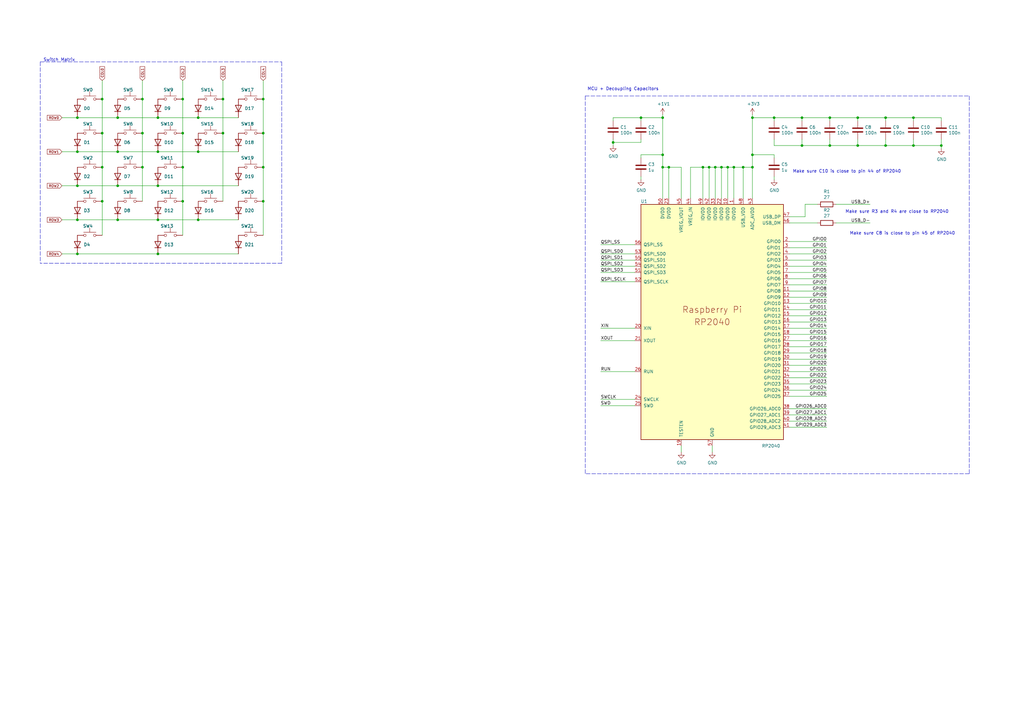
<source format=kicad_sch>
(kicad_sch
	(version 20231120)
	(generator "eeschema")
	(generator_version "8.0")
	(uuid "e63e39d7-6ac0-4ffd-8aa3-1841a4541b55")
	(paper "A3")
	(title_block
		(title "MacroPad")
		(rev ".1")
	)
	(lib_symbols
		(symbol "Device:C"
			(pin_numbers hide)
			(pin_names
				(offset 0.254)
			)
			(exclude_from_sim no)
			(in_bom yes)
			(on_board yes)
			(property "Reference" "C"
				(at 0.635 2.54 0)
				(effects
					(font
						(size 1.27 1.27)
					)
					(justify left)
				)
			)
			(property "Value" "C"
				(at 0.635 -2.54 0)
				(effects
					(font
						(size 1.27 1.27)
					)
					(justify left)
				)
			)
			(property "Footprint" ""
				(at 0.9652 -3.81 0)
				(effects
					(font
						(size 1.27 1.27)
					)
					(hide yes)
				)
			)
			(property "Datasheet" "~"
				(at 0 0 0)
				(effects
					(font
						(size 1.27 1.27)
					)
					(hide yes)
				)
			)
			(property "Description" "Unpolarized capacitor"
				(at 0 0 0)
				(effects
					(font
						(size 1.27 1.27)
					)
					(hide yes)
				)
			)
			(property "ki_keywords" "cap capacitor"
				(at 0 0 0)
				(effects
					(font
						(size 1.27 1.27)
					)
					(hide yes)
				)
			)
			(property "ki_fp_filters" "C_*"
				(at 0 0 0)
				(effects
					(font
						(size 1.27 1.27)
					)
					(hide yes)
				)
			)
			(symbol "C_0_1"
				(polyline
					(pts
						(xy -2.032 -0.762) (xy 2.032 -0.762)
					)
					(stroke
						(width 0.508)
						(type default)
					)
					(fill
						(type none)
					)
				)
				(polyline
					(pts
						(xy -2.032 0.762) (xy 2.032 0.762)
					)
					(stroke
						(width 0.508)
						(type default)
					)
					(fill
						(type none)
					)
				)
			)
			(symbol "C_1_1"
				(pin passive line
					(at 0 3.81 270)
					(length 2.794)
					(name "~"
						(effects
							(font
								(size 1.27 1.27)
							)
						)
					)
					(number "1"
						(effects
							(font
								(size 1.27 1.27)
							)
						)
					)
				)
				(pin passive line
					(at 0 -3.81 90)
					(length 2.794)
					(name "~"
						(effects
							(font
								(size 1.27 1.27)
							)
						)
					)
					(number "2"
						(effects
							(font
								(size 1.27 1.27)
							)
						)
					)
				)
			)
		)
		(symbol "Device:R"
			(pin_numbers hide)
			(pin_names
				(offset 0)
			)
			(exclude_from_sim no)
			(in_bom yes)
			(on_board yes)
			(property "Reference" "R"
				(at 2.032 0 90)
				(effects
					(font
						(size 1.27 1.27)
					)
				)
			)
			(property "Value" "R"
				(at 0 0 90)
				(effects
					(font
						(size 1.27 1.27)
					)
				)
			)
			(property "Footprint" ""
				(at -1.778 0 90)
				(effects
					(font
						(size 1.27 1.27)
					)
					(hide yes)
				)
			)
			(property "Datasheet" "~"
				(at 0 0 0)
				(effects
					(font
						(size 1.27 1.27)
					)
					(hide yes)
				)
			)
			(property "Description" "Resistor"
				(at 0 0 0)
				(effects
					(font
						(size 1.27 1.27)
					)
					(hide yes)
				)
			)
			(property "ki_keywords" "R res resistor"
				(at 0 0 0)
				(effects
					(font
						(size 1.27 1.27)
					)
					(hide yes)
				)
			)
			(property "ki_fp_filters" "R_*"
				(at 0 0 0)
				(effects
					(font
						(size 1.27 1.27)
					)
					(hide yes)
				)
			)
			(symbol "R_0_1"
				(rectangle
					(start -1.016 -2.54)
					(end 1.016 2.54)
					(stroke
						(width 0.254)
						(type default)
					)
					(fill
						(type none)
					)
				)
			)
			(symbol "R_1_1"
				(pin passive line
					(at 0 3.81 270)
					(length 1.27)
					(name "~"
						(effects
							(font
								(size 1.27 1.27)
							)
						)
					)
					(number "1"
						(effects
							(font
								(size 1.27 1.27)
							)
						)
					)
				)
				(pin passive line
					(at 0 -3.81 90)
					(length 1.27)
					(name "~"
						(effects
							(font
								(size 1.27 1.27)
							)
						)
					)
					(number "2"
						(effects
							(font
								(size 1.27 1.27)
							)
						)
					)
				)
			)
		)
		(symbol "MCU_RaspberryPi_RP2040:RP2040"
			(pin_names
				(offset 1.016)
			)
			(exclude_from_sim no)
			(in_bom yes)
			(on_board yes)
			(property "Reference" "U"
				(at -29.21 49.53 0)
				(effects
					(font
						(size 1.27 1.27)
					)
				)
			)
			(property "Value" "RP2040"
				(at 24.13 -49.53 0)
				(effects
					(font
						(size 1.27 1.27)
					)
				)
			)
			(property "Footprint" "RP2040_minimal:RP2040-QFN-56"
				(at -19.05 0 0)
				(effects
					(font
						(size 1.27 1.27)
					)
					(hide yes)
				)
			)
			(property "Datasheet" ""
				(at -19.05 0 0)
				(effects
					(font
						(size 1.27 1.27)
					)
					(hide yes)
				)
			)
			(property "Description" ""
				(at 0 0 0)
				(effects
					(font
						(size 1.27 1.27)
					)
					(hide yes)
				)
			)
			(symbol "RP2040_0_0"
				(text "Raspberry Pi"
					(at 0 5.08 0)
					(effects
						(font
							(size 2.54 2.54)
						)
					)
				)
				(text "RP2040"
					(at 0 0 0)
					(effects
						(font
							(size 2.54 2.54)
						)
					)
				)
			)
			(symbol "RP2040_0_1"
				(rectangle
					(start 29.21 48.26)
					(end -29.21 -48.26)
					(stroke
						(width 0.254)
						(type default)
					)
					(fill
						(type background)
					)
				)
			)
			(symbol "RP2040_1_1"
				(pin power_in line
					(at 8.89 50.8 270)
					(length 2.54)
					(name "IOVDD"
						(effects
							(font
								(size 1.27 1.27)
							)
						)
					)
					(number "1"
						(effects
							(font
								(size 1.27 1.27)
							)
						)
					)
				)
				(pin power_in line
					(at 6.35 50.8 270)
					(length 2.54)
					(name "IOVDD"
						(effects
							(font
								(size 1.27 1.27)
							)
						)
					)
					(number "10"
						(effects
							(font
								(size 1.27 1.27)
							)
						)
					)
				)
				(pin bidirectional line
					(at 31.75 12.7 180)
					(length 2.54)
					(name "GPIO8"
						(effects
							(font
								(size 1.27 1.27)
							)
						)
					)
					(number "11"
						(effects
							(font
								(size 1.27 1.27)
							)
						)
					)
				)
				(pin bidirectional line
					(at 31.75 10.16 180)
					(length 2.54)
					(name "GPIO9"
						(effects
							(font
								(size 1.27 1.27)
							)
						)
					)
					(number "12"
						(effects
							(font
								(size 1.27 1.27)
							)
						)
					)
				)
				(pin bidirectional line
					(at 31.75 7.62 180)
					(length 2.54)
					(name "GPIO10"
						(effects
							(font
								(size 1.27 1.27)
							)
						)
					)
					(number "13"
						(effects
							(font
								(size 1.27 1.27)
							)
						)
					)
				)
				(pin bidirectional line
					(at 31.75 5.08 180)
					(length 2.54)
					(name "GPIO11"
						(effects
							(font
								(size 1.27 1.27)
							)
						)
					)
					(number "14"
						(effects
							(font
								(size 1.27 1.27)
							)
						)
					)
				)
				(pin bidirectional line
					(at 31.75 2.54 180)
					(length 2.54)
					(name "GPIO12"
						(effects
							(font
								(size 1.27 1.27)
							)
						)
					)
					(number "15"
						(effects
							(font
								(size 1.27 1.27)
							)
						)
					)
				)
				(pin bidirectional line
					(at 31.75 0 180)
					(length 2.54)
					(name "GPIO13"
						(effects
							(font
								(size 1.27 1.27)
							)
						)
					)
					(number "16"
						(effects
							(font
								(size 1.27 1.27)
							)
						)
					)
				)
				(pin bidirectional line
					(at 31.75 -2.54 180)
					(length 2.54)
					(name "GPIO14"
						(effects
							(font
								(size 1.27 1.27)
							)
						)
					)
					(number "17"
						(effects
							(font
								(size 1.27 1.27)
							)
						)
					)
				)
				(pin bidirectional line
					(at 31.75 -5.08 180)
					(length 2.54)
					(name "GPIO15"
						(effects
							(font
								(size 1.27 1.27)
							)
						)
					)
					(number "18"
						(effects
							(font
								(size 1.27 1.27)
							)
						)
					)
				)
				(pin passive line
					(at -12.7 -50.8 90)
					(length 2.54)
					(name "TESTEN"
						(effects
							(font
								(size 1.27 1.27)
							)
						)
					)
					(number "19"
						(effects
							(font
								(size 1.27 1.27)
							)
						)
					)
				)
				(pin bidirectional line
					(at 31.75 33.02 180)
					(length 2.54)
					(name "GPIO0"
						(effects
							(font
								(size 1.27 1.27)
							)
						)
					)
					(number "2"
						(effects
							(font
								(size 1.27 1.27)
							)
						)
					)
				)
				(pin input line
					(at -31.75 -2.54 0)
					(length 2.54)
					(name "XIN"
						(effects
							(font
								(size 1.27 1.27)
							)
						)
					)
					(number "20"
						(effects
							(font
								(size 1.27 1.27)
							)
						)
					)
				)
				(pin passive line
					(at -31.75 -7.62 0)
					(length 2.54)
					(name "XOUT"
						(effects
							(font
								(size 1.27 1.27)
							)
						)
					)
					(number "21"
						(effects
							(font
								(size 1.27 1.27)
							)
						)
					)
				)
				(pin power_in line
					(at 3.81 50.8 270)
					(length 2.54)
					(name "IOVDD"
						(effects
							(font
								(size 1.27 1.27)
							)
						)
					)
					(number "22"
						(effects
							(font
								(size 1.27 1.27)
							)
						)
					)
				)
				(pin power_in line
					(at -17.78 50.8 270)
					(length 2.54)
					(name "DVDD"
						(effects
							(font
								(size 1.27 1.27)
							)
						)
					)
					(number "23"
						(effects
							(font
								(size 1.27 1.27)
							)
						)
					)
				)
				(pin output line
					(at -31.75 -31.75 0)
					(length 2.54)
					(name "SWCLK"
						(effects
							(font
								(size 1.27 1.27)
							)
						)
					)
					(number "24"
						(effects
							(font
								(size 1.27 1.27)
							)
						)
					)
				)
				(pin bidirectional line
					(at -31.75 -34.29 0)
					(length 2.54)
					(name "SWD"
						(effects
							(font
								(size 1.27 1.27)
							)
						)
					)
					(number "25"
						(effects
							(font
								(size 1.27 1.27)
							)
						)
					)
				)
				(pin input line
					(at -31.75 -20.32 0)
					(length 2.54)
					(name "RUN"
						(effects
							(font
								(size 1.27 1.27)
							)
						)
					)
					(number "26"
						(effects
							(font
								(size 1.27 1.27)
							)
						)
					)
				)
				(pin bidirectional line
					(at 31.75 -7.62 180)
					(length 2.54)
					(name "GPIO16"
						(effects
							(font
								(size 1.27 1.27)
							)
						)
					)
					(number "27"
						(effects
							(font
								(size 1.27 1.27)
							)
						)
					)
				)
				(pin bidirectional line
					(at 31.75 -10.16 180)
					(length 2.54)
					(name "GPIO17"
						(effects
							(font
								(size 1.27 1.27)
							)
						)
					)
					(number "28"
						(effects
							(font
								(size 1.27 1.27)
							)
						)
					)
				)
				(pin bidirectional line
					(at 31.75 -12.7 180)
					(length 2.54)
					(name "GPIO18"
						(effects
							(font
								(size 1.27 1.27)
							)
						)
					)
					(number "29"
						(effects
							(font
								(size 1.27 1.27)
							)
						)
					)
				)
				(pin bidirectional line
					(at 31.75 30.48 180)
					(length 2.54)
					(name "GPIO1"
						(effects
							(font
								(size 1.27 1.27)
							)
						)
					)
					(number "3"
						(effects
							(font
								(size 1.27 1.27)
							)
						)
					)
				)
				(pin bidirectional line
					(at 31.75 -15.24 180)
					(length 2.54)
					(name "GPIO19"
						(effects
							(font
								(size 1.27 1.27)
							)
						)
					)
					(number "30"
						(effects
							(font
								(size 1.27 1.27)
							)
						)
					)
				)
				(pin bidirectional line
					(at 31.75 -17.78 180)
					(length 2.54)
					(name "GPIO20"
						(effects
							(font
								(size 1.27 1.27)
							)
						)
					)
					(number "31"
						(effects
							(font
								(size 1.27 1.27)
							)
						)
					)
				)
				(pin bidirectional line
					(at 31.75 -20.32 180)
					(length 2.54)
					(name "GPIO21"
						(effects
							(font
								(size 1.27 1.27)
							)
						)
					)
					(number "32"
						(effects
							(font
								(size 1.27 1.27)
							)
						)
					)
				)
				(pin power_in line
					(at 1.27 50.8 270)
					(length 2.54)
					(name "IOVDD"
						(effects
							(font
								(size 1.27 1.27)
							)
						)
					)
					(number "33"
						(effects
							(font
								(size 1.27 1.27)
							)
						)
					)
				)
				(pin bidirectional line
					(at 31.75 -22.86 180)
					(length 2.54)
					(name "GPIO22"
						(effects
							(font
								(size 1.27 1.27)
							)
						)
					)
					(number "34"
						(effects
							(font
								(size 1.27 1.27)
							)
						)
					)
				)
				(pin bidirectional line
					(at 31.75 -25.4 180)
					(length 2.54)
					(name "GPIO23"
						(effects
							(font
								(size 1.27 1.27)
							)
						)
					)
					(number "35"
						(effects
							(font
								(size 1.27 1.27)
							)
						)
					)
				)
				(pin bidirectional line
					(at 31.75 -27.94 180)
					(length 2.54)
					(name "GPIO24"
						(effects
							(font
								(size 1.27 1.27)
							)
						)
					)
					(number "36"
						(effects
							(font
								(size 1.27 1.27)
							)
						)
					)
				)
				(pin bidirectional line
					(at 31.75 -30.48 180)
					(length 2.54)
					(name "GPIO25"
						(effects
							(font
								(size 1.27 1.27)
							)
						)
					)
					(number "37"
						(effects
							(font
								(size 1.27 1.27)
							)
						)
					)
				)
				(pin bidirectional line
					(at 31.75 -35.56 180)
					(length 2.54)
					(name "GPIO26_ADC0"
						(effects
							(font
								(size 1.27 1.27)
							)
						)
					)
					(number "38"
						(effects
							(font
								(size 1.27 1.27)
							)
						)
					)
				)
				(pin bidirectional line
					(at 31.75 -38.1 180)
					(length 2.54)
					(name "GPIO27_ADC1"
						(effects
							(font
								(size 1.27 1.27)
							)
						)
					)
					(number "39"
						(effects
							(font
								(size 1.27 1.27)
							)
						)
					)
				)
				(pin bidirectional line
					(at 31.75 27.94 180)
					(length 2.54)
					(name "GPIO2"
						(effects
							(font
								(size 1.27 1.27)
							)
						)
					)
					(number "4"
						(effects
							(font
								(size 1.27 1.27)
							)
						)
					)
				)
				(pin bidirectional line
					(at 31.75 -40.64 180)
					(length 2.54)
					(name "GPIO28_ADC2"
						(effects
							(font
								(size 1.27 1.27)
							)
						)
					)
					(number "40"
						(effects
							(font
								(size 1.27 1.27)
							)
						)
					)
				)
				(pin bidirectional line
					(at 31.75 -43.18 180)
					(length 2.54)
					(name "GPIO29_ADC3"
						(effects
							(font
								(size 1.27 1.27)
							)
						)
					)
					(number "41"
						(effects
							(font
								(size 1.27 1.27)
							)
						)
					)
				)
				(pin power_in line
					(at -1.27 50.8 270)
					(length 2.54)
					(name "IOVDD"
						(effects
							(font
								(size 1.27 1.27)
							)
						)
					)
					(number "42"
						(effects
							(font
								(size 1.27 1.27)
							)
						)
					)
				)
				(pin power_in line
					(at 16.51 50.8 270)
					(length 2.54)
					(name "ADC_AVDD"
						(effects
							(font
								(size 1.27 1.27)
							)
						)
					)
					(number "43"
						(effects
							(font
								(size 1.27 1.27)
							)
						)
					)
				)
				(pin power_in line
					(at -8.89 50.8 270)
					(length 2.54)
					(name "VREG_IN"
						(effects
							(font
								(size 1.27 1.27)
							)
						)
					)
					(number "44"
						(effects
							(font
								(size 1.27 1.27)
							)
						)
					)
				)
				(pin power_out line
					(at -12.7 50.8 270)
					(length 2.54)
					(name "VREG_VOUT"
						(effects
							(font
								(size 1.27 1.27)
							)
						)
					)
					(number "45"
						(effects
							(font
								(size 1.27 1.27)
							)
						)
					)
				)
				(pin bidirectional line
					(at 31.75 40.64 180)
					(length 2.54)
					(name "USB_DM"
						(effects
							(font
								(size 1.27 1.27)
							)
						)
					)
					(number "46"
						(effects
							(font
								(size 1.27 1.27)
							)
						)
					)
				)
				(pin bidirectional line
					(at 31.75 43.18 180)
					(length 2.54)
					(name "USB_DP"
						(effects
							(font
								(size 1.27 1.27)
							)
						)
					)
					(number "47"
						(effects
							(font
								(size 1.27 1.27)
							)
						)
					)
				)
				(pin power_in line
					(at 12.7 50.8 270)
					(length 2.54)
					(name "USB_VDD"
						(effects
							(font
								(size 1.27 1.27)
							)
						)
					)
					(number "48"
						(effects
							(font
								(size 1.27 1.27)
							)
						)
					)
				)
				(pin power_in line
					(at -3.81 50.8 270)
					(length 2.54)
					(name "IOVDD"
						(effects
							(font
								(size 1.27 1.27)
							)
						)
					)
					(number "49"
						(effects
							(font
								(size 1.27 1.27)
							)
						)
					)
				)
				(pin bidirectional line
					(at 31.75 25.4 180)
					(length 2.54)
					(name "GPIO3"
						(effects
							(font
								(size 1.27 1.27)
							)
						)
					)
					(number "5"
						(effects
							(font
								(size 1.27 1.27)
							)
						)
					)
				)
				(pin power_in line
					(at -20.32 50.8 270)
					(length 2.54)
					(name "DVDD"
						(effects
							(font
								(size 1.27 1.27)
							)
						)
					)
					(number "50"
						(effects
							(font
								(size 1.27 1.27)
							)
						)
					)
				)
				(pin bidirectional line
					(at -31.75 20.32 0)
					(length 2.54)
					(name "QSPI_SD3"
						(effects
							(font
								(size 1.27 1.27)
							)
						)
					)
					(number "51"
						(effects
							(font
								(size 1.27 1.27)
							)
						)
					)
				)
				(pin output line
					(at -31.75 16.51 0)
					(length 2.54)
					(name "QSPI_SCLK"
						(effects
							(font
								(size 1.27 1.27)
							)
						)
					)
					(number "52"
						(effects
							(font
								(size 1.27 1.27)
							)
						)
					)
				)
				(pin bidirectional line
					(at -31.75 27.94 0)
					(length 2.54)
					(name "QSPI_SD0"
						(effects
							(font
								(size 1.27 1.27)
							)
						)
					)
					(number "53"
						(effects
							(font
								(size 1.27 1.27)
							)
						)
					)
				)
				(pin bidirectional line
					(at -31.75 22.86 0)
					(length 2.54)
					(name "QSPI_SD2"
						(effects
							(font
								(size 1.27 1.27)
							)
						)
					)
					(number "54"
						(effects
							(font
								(size 1.27 1.27)
							)
						)
					)
				)
				(pin bidirectional line
					(at -31.75 25.4 0)
					(length 2.54)
					(name "QSPI_SD1"
						(effects
							(font
								(size 1.27 1.27)
							)
						)
					)
					(number "55"
						(effects
							(font
								(size 1.27 1.27)
							)
						)
					)
				)
				(pin bidirectional line
					(at -31.75 31.75 0)
					(length 2.54)
					(name "QSPI_SS"
						(effects
							(font
								(size 1.27 1.27)
							)
						)
					)
					(number "56"
						(effects
							(font
								(size 1.27 1.27)
							)
						)
					)
				)
				(pin power_in line
					(at 0 -50.8 90)
					(length 2.54)
					(name "GND"
						(effects
							(font
								(size 1.27 1.27)
							)
						)
					)
					(number "57"
						(effects
							(font
								(size 1.27 1.27)
							)
						)
					)
				)
				(pin bidirectional line
					(at 31.75 22.86 180)
					(length 2.54)
					(name "GPIO4"
						(effects
							(font
								(size 1.27 1.27)
							)
						)
					)
					(number "6"
						(effects
							(font
								(size 1.27 1.27)
							)
						)
					)
				)
				(pin bidirectional line
					(at 31.75 20.32 180)
					(length 2.54)
					(name "GPIO5"
						(effects
							(font
								(size 1.27 1.27)
							)
						)
					)
					(number "7"
						(effects
							(font
								(size 1.27 1.27)
							)
						)
					)
				)
				(pin bidirectional line
					(at 31.75 17.78 180)
					(length 2.54)
					(name "GPIO6"
						(effects
							(font
								(size 1.27 1.27)
							)
						)
					)
					(number "8"
						(effects
							(font
								(size 1.27 1.27)
							)
						)
					)
				)
				(pin bidirectional line
					(at 31.75 15.24 180)
					(length 2.54)
					(name "GPIO7"
						(effects
							(font
								(size 1.27 1.27)
							)
						)
					)
					(number "9"
						(effects
							(font
								(size 1.27 1.27)
							)
						)
					)
				)
			)
		)
		(symbol "Simulation_SPICE:DIODE"
			(pin_numbers hide)
			(pin_names
				(offset 1.016) hide)
			(exclude_from_sim no)
			(in_bom yes)
			(on_board yes)
			(property "Reference" "D"
				(at 0 2.54 0)
				(effects
					(font
						(size 1.27 1.27)
					)
				)
			)
			(property "Value" "DIODE"
				(at 0 -2.54 0)
				(effects
					(font
						(size 1.27 1.27)
					)
				)
			)
			(property "Footprint" ""
				(at 0 0 0)
				(effects
					(font
						(size 1.27 1.27)
					)
					(hide yes)
				)
			)
			(property "Datasheet" "~"
				(at 0 0 0)
				(effects
					(font
						(size 1.27 1.27)
					)
					(hide yes)
				)
			)
			(property "Description" "Diode, anode on pin 1, for simulation only!"
				(at 0 0 0)
				(effects
					(font
						(size 1.27 1.27)
					)
					(hide yes)
				)
			)
			(property "Spice_Netlist_Enabled" "Y"
				(at 0 0 0)
				(effects
					(font
						(size 1.27 1.27)
					)
					(justify left)
					(hide yes)
				)
			)
			(property "Spice_Primitive" "D"
				(at 0 0 0)
				(effects
					(font
						(size 1.27 1.27)
					)
					(justify left)
					(hide yes)
				)
			)
			(property "ki_keywords" "simulation"
				(at 0 0 0)
				(effects
					(font
						(size 1.27 1.27)
					)
					(hide yes)
				)
			)
			(symbol "DIODE_0_1"
				(polyline
					(pts
						(xy 1.27 0) (xy -1.27 0)
					)
					(stroke
						(width 0)
						(type default)
					)
					(fill
						(type none)
					)
				)
				(polyline
					(pts
						(xy 1.27 1.27) (xy 1.27 -1.27)
					)
					(stroke
						(width 0.254)
						(type default)
					)
					(fill
						(type none)
					)
				)
				(polyline
					(pts
						(xy -1.27 -1.27) (xy -1.27 1.27) (xy 1.27 0) (xy -1.27 -1.27)
					)
					(stroke
						(width 0.254)
						(type default)
					)
					(fill
						(type none)
					)
				)
			)
			(symbol "DIODE_1_1"
				(pin passive line
					(at -3.81 0 0)
					(length 2.54)
					(name "A"
						(effects
							(font
								(size 1.27 1.27)
							)
						)
					)
					(number "1"
						(effects
							(font
								(size 1.27 1.27)
							)
						)
					)
				)
				(pin passive line
					(at 3.81 0 180)
					(length 2.54)
					(name "K"
						(effects
							(font
								(size 1.27 1.27)
							)
						)
					)
					(number "2"
						(effects
							(font
								(size 1.27 1.27)
							)
						)
					)
				)
			)
		)
		(symbol "Switch:SW_Push"
			(pin_numbers hide)
			(pin_names
				(offset 1.016) hide)
			(exclude_from_sim no)
			(in_bom yes)
			(on_board yes)
			(property "Reference" "SW"
				(at 1.27 2.54 0)
				(effects
					(font
						(size 1.27 1.27)
					)
					(justify left)
				)
			)
			(property "Value" "SW_Push"
				(at 0 -1.524 0)
				(effects
					(font
						(size 1.27 1.27)
					)
				)
			)
			(property "Footprint" ""
				(at 0 5.08 0)
				(effects
					(font
						(size 1.27 1.27)
					)
					(hide yes)
				)
			)
			(property "Datasheet" "~"
				(at 0 5.08 0)
				(effects
					(font
						(size 1.27 1.27)
					)
					(hide yes)
				)
			)
			(property "Description" "Push button switch, generic, two pins"
				(at 0 0 0)
				(effects
					(font
						(size 1.27 1.27)
					)
					(hide yes)
				)
			)
			(property "ki_keywords" "switch normally-open pushbutton push-button"
				(at 0 0 0)
				(effects
					(font
						(size 1.27 1.27)
					)
					(hide yes)
				)
			)
			(symbol "SW_Push_0_1"
				(circle
					(center -2.032 0)
					(radius 0.508)
					(stroke
						(width 0)
						(type default)
					)
					(fill
						(type none)
					)
				)
				(polyline
					(pts
						(xy 0 1.27) (xy 0 3.048)
					)
					(stroke
						(width 0)
						(type default)
					)
					(fill
						(type none)
					)
				)
				(polyline
					(pts
						(xy 2.54 1.27) (xy -2.54 1.27)
					)
					(stroke
						(width 0)
						(type default)
					)
					(fill
						(type none)
					)
				)
				(circle
					(center 2.032 0)
					(radius 0.508)
					(stroke
						(width 0)
						(type default)
					)
					(fill
						(type none)
					)
				)
				(pin passive line
					(at -5.08 0 0)
					(length 2.54)
					(name "1"
						(effects
							(font
								(size 1.27 1.27)
							)
						)
					)
					(number "1"
						(effects
							(font
								(size 1.27 1.27)
							)
						)
					)
				)
				(pin passive line
					(at 5.08 0 180)
					(length 2.54)
					(name "2"
						(effects
							(font
								(size 1.27 1.27)
							)
						)
					)
					(number "2"
						(effects
							(font
								(size 1.27 1.27)
							)
						)
					)
				)
			)
		)
		(symbol "power:+1V1"
			(power)
			(pin_names
				(offset 0)
			)
			(exclude_from_sim no)
			(in_bom yes)
			(on_board yes)
			(property "Reference" "#PWR"
				(at 0 -3.81 0)
				(effects
					(font
						(size 1.27 1.27)
					)
					(hide yes)
				)
			)
			(property "Value" "+1V1"
				(at 0 3.556 0)
				(effects
					(font
						(size 1.27 1.27)
					)
				)
			)
			(property "Footprint" ""
				(at 0 0 0)
				(effects
					(font
						(size 1.27 1.27)
					)
					(hide yes)
				)
			)
			(property "Datasheet" ""
				(at 0 0 0)
				(effects
					(font
						(size 1.27 1.27)
					)
					(hide yes)
				)
			)
			(property "Description" "Power symbol creates a global label with name \"+1V1\""
				(at 0 0 0)
				(effects
					(font
						(size 1.27 1.27)
					)
					(hide yes)
				)
			)
			(property "ki_keywords" "global power"
				(at 0 0 0)
				(effects
					(font
						(size 1.27 1.27)
					)
					(hide yes)
				)
			)
			(symbol "+1V1_0_1"
				(polyline
					(pts
						(xy -0.762 1.27) (xy 0 2.54)
					)
					(stroke
						(width 0)
						(type default)
					)
					(fill
						(type none)
					)
				)
				(polyline
					(pts
						(xy 0 0) (xy 0 2.54)
					)
					(stroke
						(width 0)
						(type default)
					)
					(fill
						(type none)
					)
				)
				(polyline
					(pts
						(xy 0 2.54) (xy 0.762 1.27)
					)
					(stroke
						(width 0)
						(type default)
					)
					(fill
						(type none)
					)
				)
			)
			(symbol "+1V1_1_1"
				(pin power_in line
					(at 0 0 90)
					(length 0) hide
					(name "+1V1"
						(effects
							(font
								(size 1.27 1.27)
							)
						)
					)
					(number "1"
						(effects
							(font
								(size 1.27 1.27)
							)
						)
					)
				)
			)
		)
		(symbol "power:+3V3"
			(power)
			(pin_names
				(offset 0)
			)
			(exclude_from_sim no)
			(in_bom yes)
			(on_board yes)
			(property "Reference" "#PWR"
				(at 0 -3.81 0)
				(effects
					(font
						(size 1.27 1.27)
					)
					(hide yes)
				)
			)
			(property "Value" "+3V3"
				(at 0 3.556 0)
				(effects
					(font
						(size 1.27 1.27)
					)
				)
			)
			(property "Footprint" ""
				(at 0 0 0)
				(effects
					(font
						(size 1.27 1.27)
					)
					(hide yes)
				)
			)
			(property "Datasheet" ""
				(at 0 0 0)
				(effects
					(font
						(size 1.27 1.27)
					)
					(hide yes)
				)
			)
			(property "Description" "Power symbol creates a global label with name \"+3V3\""
				(at 0 0 0)
				(effects
					(font
						(size 1.27 1.27)
					)
					(hide yes)
				)
			)
			(property "ki_keywords" "global power"
				(at 0 0 0)
				(effects
					(font
						(size 1.27 1.27)
					)
					(hide yes)
				)
			)
			(symbol "+3V3_0_1"
				(polyline
					(pts
						(xy -0.762 1.27) (xy 0 2.54)
					)
					(stroke
						(width 0)
						(type default)
					)
					(fill
						(type none)
					)
				)
				(polyline
					(pts
						(xy 0 0) (xy 0 2.54)
					)
					(stroke
						(width 0)
						(type default)
					)
					(fill
						(type none)
					)
				)
				(polyline
					(pts
						(xy 0 2.54) (xy 0.762 1.27)
					)
					(stroke
						(width 0)
						(type default)
					)
					(fill
						(type none)
					)
				)
			)
			(symbol "+3V3_1_1"
				(pin power_in line
					(at 0 0 90)
					(length 0) hide
					(name "+3V3"
						(effects
							(font
								(size 1.27 1.27)
							)
						)
					)
					(number "1"
						(effects
							(font
								(size 1.27 1.27)
							)
						)
					)
				)
			)
		)
		(symbol "power:GND"
			(power)
			(pin_names
				(offset 0)
			)
			(exclude_from_sim no)
			(in_bom yes)
			(on_board yes)
			(property "Reference" "#PWR"
				(at 0 -6.35 0)
				(effects
					(font
						(size 1.27 1.27)
					)
					(hide yes)
				)
			)
			(property "Value" "GND"
				(at 0 -3.81 0)
				(effects
					(font
						(size 1.27 1.27)
					)
				)
			)
			(property "Footprint" ""
				(at 0 0 0)
				(effects
					(font
						(size 1.27 1.27)
					)
					(hide yes)
				)
			)
			(property "Datasheet" ""
				(at 0 0 0)
				(effects
					(font
						(size 1.27 1.27)
					)
					(hide yes)
				)
			)
			(property "Description" "Power symbol creates a global label with name \"GND\" , ground"
				(at 0 0 0)
				(effects
					(font
						(size 1.27 1.27)
					)
					(hide yes)
				)
			)
			(property "ki_keywords" "global power"
				(at 0 0 0)
				(effects
					(font
						(size 1.27 1.27)
					)
					(hide yes)
				)
			)
			(symbol "GND_0_1"
				(polyline
					(pts
						(xy 0 0) (xy 0 -1.27) (xy 1.27 -1.27) (xy 0 -2.54) (xy -1.27 -1.27) (xy 0 -1.27)
					)
					(stroke
						(width 0)
						(type default)
					)
					(fill
						(type none)
					)
				)
			)
			(symbol "GND_1_1"
				(pin power_in line
					(at 0 0 270)
					(length 0) hide
					(name "GND"
						(effects
							(font
								(size 1.27 1.27)
							)
						)
					)
					(number "1"
						(effects
							(font
								(size 1.27 1.27)
							)
						)
					)
				)
			)
		)
	)
	(junction
		(at 308.61 68.58)
		(diameter 0)
		(color 0 0 0 0)
		(uuid "005cb725-f408-4013-9a88-d5e440c367f9")
	)
	(junction
		(at 374.65 48.26)
		(diameter 0)
		(color 0 0 0 0)
		(uuid "01f8dc58-c646-45e1-b5ee-4a6da4014c51")
	)
	(junction
		(at 64.77 90.17)
		(diameter 0)
		(color 0 0 0 0)
		(uuid "0d60e8db-e706-48f6-881c-e702abefc93d")
	)
	(junction
		(at 298.45 68.58)
		(diameter 0)
		(color 0 0 0 0)
		(uuid "0e61b0a1-5c25-4732-8583-7387b12e7933")
	)
	(junction
		(at 293.37 68.58)
		(diameter 0)
		(color 0 0 0 0)
		(uuid "12a31ce3-75fa-4747-83bd-7b0dd0d531bb")
	)
	(junction
		(at 74.93 82.55)
		(diameter 0)
		(color 0 0 0 0)
		(uuid "151804bb-78d4-4ef0-86a2-b63d4670fb9c")
	)
	(junction
		(at 48.26 76.2)
		(diameter 0)
		(color 0 0 0 0)
		(uuid "152f6f9a-b081-4976-bd1e-67d24ef59809")
	)
	(junction
		(at 304.8 68.58)
		(diameter 0)
		(color 0 0 0 0)
		(uuid "1598147f-4b86-4499-89e6-759c44625482")
	)
	(junction
		(at 81.28 90.17)
		(diameter 0)
		(color 0 0 0 0)
		(uuid "1713d3ce-b2a9-4411-900b-4a14b9a4bfec")
	)
	(junction
		(at 271.78 48.26)
		(diameter 0)
		(color 0 0 0 0)
		(uuid "1d0e311d-9c92-468c-a707-2a433976a069")
	)
	(junction
		(at 328.93 59.69)
		(diameter 0)
		(color 0 0 0 0)
		(uuid "1e65f4e7-2df5-4364-b99e-d3aa8aa94e1c")
	)
	(junction
		(at 74.93 40.64)
		(diameter 0)
		(color 0 0 0 0)
		(uuid "223c221d-a734-49b8-8ad6-8c61454733b6")
	)
	(junction
		(at 308.61 63.5)
		(diameter 0)
		(color 0 0 0 0)
		(uuid "26f704db-fbeb-4c5b-a839-c59234a79898")
	)
	(junction
		(at 107.95 40.64)
		(diameter 0)
		(color 0 0 0 0)
		(uuid "275c68fe-8d5a-46e1-b9e3-27352f79580b")
	)
	(junction
		(at 74.93 54.61)
		(diameter 0)
		(color 0 0 0 0)
		(uuid "29f6bdc5-a5ed-4018-8567-b866a266747b")
	)
	(junction
		(at 64.77 48.26)
		(diameter 0)
		(color 0 0 0 0)
		(uuid "2c798477-a7dc-4e84-9295-273f03843081")
	)
	(junction
		(at 81.28 48.26)
		(diameter 0)
		(color 0 0 0 0)
		(uuid "33787de1-b5b5-4156-ab35-8e04e2cac151")
	)
	(junction
		(at 31.75 62.23)
		(diameter 0)
		(color 0 0 0 0)
		(uuid "405a781e-61ee-45a4-9581-66a366a67469")
	)
	(junction
		(at 48.26 62.23)
		(diameter 0)
		(color 0 0 0 0)
		(uuid "41bcd75b-4dd7-43c8-bba9-0c75bffa7305")
	)
	(junction
		(at 262.89 48.26)
		(diameter 0)
		(color 0 0 0 0)
		(uuid "4770dfeb-6bff-46d6-9d40-5d2cc95f45a5")
	)
	(junction
		(at 41.91 40.64)
		(diameter 0)
		(color 0 0 0 0)
		(uuid "4a04c9c7-c071-4775-8337-1adc1c720a52")
	)
	(junction
		(at 31.75 104.14)
		(diameter 0)
		(color 0 0 0 0)
		(uuid "4b2e249d-ee6e-47a4-9dd4-046cd40d1e5c")
	)
	(junction
		(at 74.93 68.58)
		(diameter 0)
		(color 0 0 0 0)
		(uuid "4ba43d2f-25aa-4314-aff0-59cb7b7501b1")
	)
	(junction
		(at 107.95 82.55)
		(diameter 0)
		(color 0 0 0 0)
		(uuid "5259ba72-c318-444b-803d-83fd36c0dbb5")
	)
	(junction
		(at 48.26 90.17)
		(diameter 0)
		(color 0 0 0 0)
		(uuid "567e8827-c4f7-4efb-8594-675e03d59372")
	)
	(junction
		(at 64.77 76.2)
		(diameter 0)
		(color 0 0 0 0)
		(uuid "57fd44aa-44f1-4d8d-917c-6afd38085543")
	)
	(junction
		(at 107.95 54.61)
		(diameter 0)
		(color 0 0 0 0)
		(uuid "5d7a69e9-d58e-4c12-bc36-726559eec7a2")
	)
	(junction
		(at 81.28 62.23)
		(diameter 0)
		(color 0 0 0 0)
		(uuid "5fe83d68-31b6-4f96-b848-de17e7df46fc")
	)
	(junction
		(at 271.78 63.5)
		(diameter 0)
		(color 0 0 0 0)
		(uuid "69c0b7e6-6baa-4618-8217-291df9fe8d5c")
	)
	(junction
		(at 48.26 48.26)
		(diameter 0)
		(color 0 0 0 0)
		(uuid "6c692376-1191-4ed6-9d4b-6e7c7c1630f0")
	)
	(junction
		(at 386.08 59.69)
		(diameter 0)
		(color 0 0 0 0)
		(uuid "6d00da29-c22a-4e11-b764-fc68631d0ce2")
	)
	(junction
		(at 351.79 48.26)
		(diameter 0)
		(color 0 0 0 0)
		(uuid "6f33117f-2694-4f4f-845e-ba06731292aa")
	)
	(junction
		(at 340.36 59.69)
		(diameter 0)
		(color 0 0 0 0)
		(uuid "6fbe6d28-d73a-4111-a815-415e8f615a18")
	)
	(junction
		(at 288.29 68.58)
		(diameter 0)
		(color 0 0 0 0)
		(uuid "72254c2f-94f5-4035-88f1-a7ec2e90abcd")
	)
	(junction
		(at 351.79 59.69)
		(diameter 0)
		(color 0 0 0 0)
		(uuid "755a9c8b-2326-417d-beae-d169d50c5732")
	)
	(junction
		(at 317.5 48.26)
		(diameter 0)
		(color 0 0 0 0)
		(uuid "761e24d2-bc6f-4cfb-9837-3cf41cedea96")
	)
	(junction
		(at 363.22 48.26)
		(diameter 0)
		(color 0 0 0 0)
		(uuid "77f51f7a-e383-4688-af8b-7087740be27b")
	)
	(junction
		(at 58.42 40.64)
		(diameter 0)
		(color 0 0 0 0)
		(uuid "77fa9688-3c1b-4e6a-987b-057252e33669")
	)
	(junction
		(at 328.93 48.26)
		(diameter 0)
		(color 0 0 0 0)
		(uuid "7bd8e3d1-f976-4cc7-9e6c-89d68ee219f9")
	)
	(junction
		(at 251.46 58.42)
		(diameter 0)
		(color 0 0 0 0)
		(uuid "7ca14905-e77d-423c-ae85-077e4604f5c2")
	)
	(junction
		(at 64.77 62.23)
		(diameter 0)
		(color 0 0 0 0)
		(uuid "7f0fa505-971c-4d6b-a92c-87cca4f6f143")
	)
	(junction
		(at 91.44 40.64)
		(diameter 0)
		(color 0 0 0 0)
		(uuid "7f3aa724-ef6f-485b-91b7-0a92eed1ccaf")
	)
	(junction
		(at 58.42 54.61)
		(diameter 0)
		(color 0 0 0 0)
		(uuid "7fb76cad-1bb2-4ac0-8566-3f4097fe2d4e")
	)
	(junction
		(at 363.22 59.69)
		(diameter 0)
		(color 0 0 0 0)
		(uuid "8006c2c1-0f60-40d8-9b02-2c2e52f82f6e")
	)
	(junction
		(at 31.75 90.17)
		(diameter 0)
		(color 0 0 0 0)
		(uuid "887dfbb2-3b7c-4911-bcd7-74dd3ef0eb9a")
	)
	(junction
		(at 374.65 59.69)
		(diameter 0)
		(color 0 0 0 0)
		(uuid "8a65a005-5ffa-4c16-b1f0-464319af93dd")
	)
	(junction
		(at 41.91 82.55)
		(diameter 0)
		(color 0 0 0 0)
		(uuid "8b589368-d52b-46ea-a6c7-4e3729c5b3b6")
	)
	(junction
		(at 308.61 48.26)
		(diameter 0)
		(color 0 0 0 0)
		(uuid "8b893ecc-7c2a-4ce6-af09-f33fe93f5239")
	)
	(junction
		(at 340.36 48.26)
		(diameter 0)
		(color 0 0 0 0)
		(uuid "97e3939a-0068-4805-a25c-f639bc9aa2c4")
	)
	(junction
		(at 91.44 54.61)
		(diameter 0)
		(color 0 0 0 0)
		(uuid "98ff8582-074f-47d3-b58c-c31bcadcc3a3")
	)
	(junction
		(at 41.91 68.58)
		(diameter 0)
		(color 0 0 0 0)
		(uuid "a493f2d8-10e5-40ef-b28f-6c7dbd28801b")
	)
	(junction
		(at 295.91 68.58)
		(diameter 0)
		(color 0 0 0 0)
		(uuid "a4f8a2a3-beea-431a-a6fb-28726925939d")
	)
	(junction
		(at 274.32 68.58)
		(diameter 0)
		(color 0 0 0 0)
		(uuid "af395d38-ff2d-4564-b3ce-eaefc9df5fce")
	)
	(junction
		(at 290.83 68.58)
		(diameter 0)
		(color 0 0 0 0)
		(uuid "b8b93210-f0b7-4509-91a3-4ff541def48d")
	)
	(junction
		(at 107.95 68.58)
		(diameter 0)
		(color 0 0 0 0)
		(uuid "c8f18f51-d34f-4346-9576-81511039fed1")
	)
	(junction
		(at 64.77 104.14)
		(diameter 0)
		(color 0 0 0 0)
		(uuid "c9908b75-98ef-4b64-acee-745fcdeca7aa")
	)
	(junction
		(at 58.42 68.58)
		(diameter 0)
		(color 0 0 0 0)
		(uuid "d492874d-d05d-49a2-a210-aa738af40820")
	)
	(junction
		(at 41.91 54.61)
		(diameter 0)
		(color 0 0 0 0)
		(uuid "d8d3f542-06d5-41e7-8c6f-5b8cc49578c9")
	)
	(junction
		(at 300.99 68.58)
		(diameter 0)
		(color 0 0 0 0)
		(uuid "e4339371-ce85-4a1d-8e28-0ad6f1ed31f1")
	)
	(junction
		(at 31.75 48.26)
		(diameter 0)
		(color 0 0 0 0)
		(uuid "edadd532-8f76-4c2d-ac32-275c352082e3")
	)
	(junction
		(at 271.78 68.58)
		(diameter 0)
		(color 0 0 0 0)
		(uuid "ee702815-ef68-4b9a-911b-ab139084416c")
	)
	(junction
		(at 31.75 76.2)
		(diameter 0)
		(color 0 0 0 0)
		(uuid "f50ddcdb-6a2d-4d4a-b103-3d08bdffbc20")
	)
	(polyline
		(pts
			(xy 16.51 25.4) (xy 16.51 107.95)
		)
		(stroke
			(width 0)
			(type dash)
		)
		(uuid "037b46b0-1ba4-4d1f-af91-a004e8529969")
	)
	(wire
		(pts
			(xy 340.36 57.15) (xy 340.36 59.69)
		)
		(stroke
			(width 0)
			(type default)
		)
		(uuid "03e9f431-becd-4d7f-aa84-be3bff195753")
	)
	(wire
		(pts
			(xy 251.46 58.42) (xy 251.46 59.69)
		)
		(stroke
			(width 0)
			(type default)
		)
		(uuid "049a98f6-acc5-4b44-84c8-709ebbb659e0")
	)
	(wire
		(pts
			(xy 351.79 49.53) (xy 351.79 48.26)
		)
		(stroke
			(width 0)
			(type default)
		)
		(uuid "0664680f-0288-4525-8bff-b3b6ecfb5d36")
	)
	(wire
		(pts
			(xy 107.95 82.55) (xy 107.95 96.52)
		)
		(stroke
			(width 0)
			(type default)
		)
		(uuid "075c7673-9ca7-40bb-98b7-48e58456d7c5")
	)
	(wire
		(pts
			(xy 260.35 115.57) (xy 246.38 115.57)
		)
		(stroke
			(width 0)
			(type default)
		)
		(uuid "09ca56d5-2aaa-4800-b9ff-59486eda32d4")
	)
	(wire
		(pts
			(xy 304.8 68.58) (xy 308.61 68.58)
		)
		(stroke
			(width 0)
			(type default)
		)
		(uuid "0b20f0f9-e220-4248-84c7-941eec2028a5")
	)
	(wire
		(pts
			(xy 363.22 49.53) (xy 363.22 48.26)
		)
		(stroke
			(width 0)
			(type default)
		)
		(uuid "107e87e0-e592-4136-9ef9-ac774b910022")
	)
	(wire
		(pts
			(xy 48.26 62.23) (xy 64.77 62.23)
		)
		(stroke
			(width 0)
			(type default)
		)
		(uuid "1276ab35-37a9-4274-924a-3f362baae999")
	)
	(wire
		(pts
			(xy 25.4 48.26) (xy 31.75 48.26)
		)
		(stroke
			(width 0)
			(type default)
		)
		(uuid "130f5520-ec8e-4b3a-8e48-f3cbbc1c47ed")
	)
	(wire
		(pts
			(xy 274.32 68.58) (xy 271.78 68.58)
		)
		(stroke
			(width 0)
			(type default)
		)
		(uuid "15774afd-9f76-42d9-9480-d8300ce4f8fb")
	)
	(wire
		(pts
			(xy 323.85 91.44) (xy 335.28 91.44)
		)
		(stroke
			(width 0)
			(type default)
		)
		(uuid "167c2062-dfb9-4961-93af-ef2bbc2282c4")
	)
	(wire
		(pts
			(xy 300.99 68.58) (xy 304.8 68.58)
		)
		(stroke
			(width 0)
			(type default)
		)
		(uuid "1919c4b8-099d-4d49-bda5-930c647e8429")
	)
	(wire
		(pts
			(xy 323.85 172.72) (xy 339.09 172.72)
		)
		(stroke
			(width 0)
			(type default)
		)
		(uuid "19c3c98c-a356-48c7-a2e7-f3889196e0e3")
	)
	(wire
		(pts
			(xy 328.93 48.26) (xy 340.36 48.26)
		)
		(stroke
			(width 0)
			(type default)
		)
		(uuid "1a0be73c-c200-4a78-a04e-6781045dc8f1")
	)
	(wire
		(pts
			(xy 330.2 83.82) (xy 330.2 88.9)
		)
		(stroke
			(width 0)
			(type default)
		)
		(uuid "1affa871-91f2-4838-a20e-6a195f1fd0ba")
	)
	(wire
		(pts
			(xy 74.93 68.58) (xy 74.93 82.55)
		)
		(stroke
			(width 0)
			(type default)
		)
		(uuid "1c12368b-7133-4370-9fac-84326619a1f2")
	)
	(wire
		(pts
			(xy 25.4 62.23) (xy 31.75 62.23)
		)
		(stroke
			(width 0)
			(type default)
		)
		(uuid "1c89d1ce-b2be-46ae-b36a-a8801946bca8")
	)
	(wire
		(pts
			(xy 317.5 49.53) (xy 317.5 48.26)
		)
		(stroke
			(width 0)
			(type default)
		)
		(uuid "1d3c8fe4-abec-4d32-82ac-ced4b7b3b5e7")
	)
	(wire
		(pts
			(xy 41.91 68.58) (xy 41.91 82.55)
		)
		(stroke
			(width 0)
			(type default)
		)
		(uuid "1d90320f-a321-4b4c-a870-22fa57457a6b")
	)
	(wire
		(pts
			(xy 260.35 163.83) (xy 246.38 163.83)
		)
		(stroke
			(width 0)
			(type default)
		)
		(uuid "1eace014-da5f-4440-a4d8-b4a8121a175a")
	)
	(wire
		(pts
			(xy 279.4 182.88) (xy 279.4 185.42)
		)
		(stroke
			(width 0)
			(type default)
		)
		(uuid "1f2a8704-bf91-477f-b6c1-3aeda27aaf19")
	)
	(wire
		(pts
			(xy 279.4 68.58) (xy 274.32 68.58)
		)
		(stroke
			(width 0)
			(type default)
		)
		(uuid "205032eb-7dac-4083-b6e5-f2aea85c1c18")
	)
	(wire
		(pts
			(xy 91.44 40.64) (xy 91.44 54.61)
		)
		(stroke
			(width 0)
			(type default)
		)
		(uuid "2090c4d7-8b31-4737-9c7a-77776eb6024f")
	)
	(wire
		(pts
			(xy 246.38 109.22) (xy 260.35 109.22)
		)
		(stroke
			(width 0)
			(type default)
		)
		(uuid "2094a8ce-81e7-4f82-9875-86d777bbea11")
	)
	(polyline
		(pts
			(xy 397.51 39.37) (xy 397.51 194.31)
		)
		(stroke
			(width 0)
			(type dash)
		)
		(uuid "21203ac1-252d-4ab2-949b-87b759b1e641")
	)
	(wire
		(pts
			(xy 328.93 59.69) (xy 317.5 59.69)
		)
		(stroke
			(width 0)
			(type default)
		)
		(uuid "22167245-e5ca-4cf8-8760-d94e7e0471a7")
	)
	(wire
		(pts
			(xy 340.36 49.53) (xy 340.36 48.26)
		)
		(stroke
			(width 0)
			(type default)
		)
		(uuid "23dc0b10-223d-4d08-acf0-9799fc89ab58")
	)
	(wire
		(pts
			(xy 323.85 109.22) (xy 339.09 109.22)
		)
		(stroke
			(width 0)
			(type default)
		)
		(uuid "264d8940-7611-4957-be6e-ab15eb421df6")
	)
	(polyline
		(pts
			(xy 397.51 194.31) (xy 240.03 194.31)
		)
		(stroke
			(width 0)
			(type dash)
		)
		(uuid "274fb365-d544-4f6d-a1e4-3d7e52b5d316")
	)
	(wire
		(pts
			(xy 74.93 40.64) (xy 74.93 54.61)
		)
		(stroke
			(width 0)
			(type default)
		)
		(uuid "27a56be4-dfeb-4a10-ab7c-61602a92f1ed")
	)
	(wire
		(pts
			(xy 323.85 170.18) (xy 339.09 170.18)
		)
		(stroke
			(width 0)
			(type default)
		)
		(uuid "2874527e-5f7c-4495-b164-87ada3e6b841")
	)
	(wire
		(pts
			(xy 64.77 76.2) (xy 97.79 76.2)
		)
		(stroke
			(width 0)
			(type default)
		)
		(uuid "289be248-dcbd-49e7-8d62-6ec79fd51a4b")
	)
	(wire
		(pts
			(xy 323.85 175.26) (xy 339.09 175.26)
		)
		(stroke
			(width 0)
			(type default)
		)
		(uuid "291221ca-e008-4cf9-bb9b-482893c65eda")
	)
	(wire
		(pts
			(xy 290.83 68.58) (xy 293.37 68.58)
		)
		(stroke
			(width 0)
			(type default)
		)
		(uuid "2994c89e-5347-4f77-90d1-551602aa354c")
	)
	(wire
		(pts
			(xy 374.65 48.26) (xy 386.08 48.26)
		)
		(stroke
			(width 0)
			(type default)
		)
		(uuid "2aeabb79-07ee-4ed7-b121-55dba3a0bcd3")
	)
	(wire
		(pts
			(xy 323.85 88.9) (xy 330.2 88.9)
		)
		(stroke
			(width 0)
			(type default)
		)
		(uuid "2c9d5e3e-44a5-495a-96d2-6f3e4f9c4c29")
	)
	(wire
		(pts
			(xy 293.37 68.58) (xy 295.91 68.58)
		)
		(stroke
			(width 0)
			(type default)
		)
		(uuid "2efa736a-e304-4673-90f0-6256589578f2")
	)
	(wire
		(pts
			(xy 31.75 90.17) (xy 48.26 90.17)
		)
		(stroke
			(width 0)
			(type default)
		)
		(uuid "3531b85a-3355-4810-9e56-59b624108698")
	)
	(wire
		(pts
			(xy 308.61 46.99) (xy 308.61 48.26)
		)
		(stroke
			(width 0)
			(type default)
		)
		(uuid "36030eb5-6fbe-4dec-9277-17b5a2c88ee4")
	)
	(wire
		(pts
			(xy 323.85 101.6) (xy 339.09 101.6)
		)
		(stroke
			(width 0)
			(type default)
		)
		(uuid "367022eb-5a21-4d87-b3bc-dc2086d7b38d")
	)
	(wire
		(pts
			(xy 293.37 81.28) (xy 293.37 68.58)
		)
		(stroke
			(width 0)
			(type default)
		)
		(uuid "37f05d39-5f59-4731-9c2e-0588996de06f")
	)
	(polyline
		(pts
			(xy 115.57 25.4) (xy 115.57 107.95)
		)
		(stroke
			(width 0)
			(type dash)
		)
		(uuid "390defe9-0e88-474b-a49e-9781ca5b348d")
	)
	(wire
		(pts
			(xy 374.65 57.15) (xy 374.65 59.69)
		)
		(stroke
			(width 0)
			(type default)
		)
		(uuid "39aa8b58-3f86-4773-a0fe-febeab19b35c")
	)
	(wire
		(pts
			(xy 323.85 142.24) (xy 339.09 142.24)
		)
		(stroke
			(width 0)
			(type default)
		)
		(uuid "3af73754-3bc4-4b51-b620-7e82df7d7b25")
	)
	(wire
		(pts
			(xy 323.85 106.68) (xy 339.09 106.68)
		)
		(stroke
			(width 0)
			(type default)
		)
		(uuid "3b54386d-5787-4ae5-a274-ec597a316318")
	)
	(wire
		(pts
			(xy 58.42 40.64) (xy 58.42 54.61)
		)
		(stroke
			(width 0)
			(type default)
		)
		(uuid "3c327433-46dc-4fa3-bc0f-3dbcb29a5b27")
	)
	(wire
		(pts
			(xy 363.22 59.69) (xy 351.79 59.69)
		)
		(stroke
			(width 0)
			(type default)
		)
		(uuid "3f620feb-bfcd-41c2-9d56-2670a939c9cc")
	)
	(wire
		(pts
			(xy 317.5 48.26) (xy 328.93 48.26)
		)
		(stroke
			(width 0)
			(type default)
		)
		(uuid "407834db-4461-4328-9169-fe255ccc7cb1")
	)
	(wire
		(pts
			(xy 323.85 167.64) (xy 339.09 167.64)
		)
		(stroke
			(width 0)
			(type default)
		)
		(uuid "411469eb-0204-4d28-b9b7-27ca6c99e20e")
	)
	(wire
		(pts
			(xy 323.85 111.76) (xy 339.09 111.76)
		)
		(stroke
			(width 0)
			(type default)
		)
		(uuid "46c86652-97bd-4c1d-ab54-b47a114ef64e")
	)
	(wire
		(pts
			(xy 342.9 83.82) (xy 356.87 83.82)
		)
		(stroke
			(width 0)
			(type default)
		)
		(uuid "4a222faa-6710-4275-89e7-be95ae8be937")
	)
	(wire
		(pts
			(xy 323.85 162.56) (xy 339.09 162.56)
		)
		(stroke
			(width 0)
			(type default)
		)
		(uuid "4bd636f7-1cf5-43cc-89fe-8080f3b70777")
	)
	(wire
		(pts
			(xy 363.22 48.26) (xy 374.65 48.26)
		)
		(stroke
			(width 0)
			(type default)
		)
		(uuid "4c26f059-b7bf-4220-af59-785919d0b9f8")
	)
	(wire
		(pts
			(xy 351.79 57.15) (xy 351.79 59.69)
		)
		(stroke
			(width 0)
			(type default)
		)
		(uuid "4d32c099-3b23-4736-8199-deeecc0d9f32")
	)
	(wire
		(pts
			(xy 279.4 81.28) (xy 279.4 68.58)
		)
		(stroke
			(width 0)
			(type default)
		)
		(uuid "4eb946c7-19a8-4e62-a928-4f5b533957e8")
	)
	(wire
		(pts
			(xy 328.93 49.53) (xy 328.93 48.26)
		)
		(stroke
			(width 0)
			(type default)
		)
		(uuid "4f07dbe4-2806-41d6-8ef1-9c20473021f8")
	)
	(wire
		(pts
			(xy 246.38 134.62) (xy 260.35 134.62)
		)
		(stroke
			(width 0)
			(type default)
		)
		(uuid "4f420513-f061-4e56-a921-803714abddd9")
	)
	(wire
		(pts
			(xy 323.85 104.14) (xy 339.09 104.14)
		)
		(stroke
			(width 0)
			(type default)
		)
		(uuid "4fdfcb6b-3995-4af9-ac94-39ab617c3eb3")
	)
	(wire
		(pts
			(xy 260.35 166.37) (xy 246.38 166.37)
		)
		(stroke
			(width 0)
			(type default)
		)
		(uuid "5033f9b8-4d28-4e3b-b216-68324fef2a01")
	)
	(wire
		(pts
			(xy 342.9 91.44) (xy 356.87 91.44)
		)
		(stroke
			(width 0)
			(type default)
		)
		(uuid "507bce14-7e4a-4ae9-be56-a92f3c88a575")
	)
	(wire
		(pts
			(xy 31.75 62.23) (xy 48.26 62.23)
		)
		(stroke
			(width 0)
			(type default)
		)
		(uuid "50ef2c87-e86e-46c1-8cd5-c382716d243d")
	)
	(wire
		(pts
			(xy 283.21 81.28) (xy 283.21 68.58)
		)
		(stroke
			(width 0)
			(type default)
		)
		(uuid "52ea2ee4-6222-4a19-952a-c5d1da37b818")
	)
	(wire
		(pts
			(xy 81.28 48.26) (xy 97.79 48.26)
		)
		(stroke
			(width 0)
			(type default)
		)
		(uuid "54375b15-808c-4cdc-9fc1-7aad062976da")
	)
	(wire
		(pts
			(xy 323.85 160.02) (xy 339.09 160.02)
		)
		(stroke
			(width 0)
			(type default)
		)
		(uuid "5440cffd-b335-4423-a994-99b114979b86")
	)
	(wire
		(pts
			(xy 323.85 149.86) (xy 339.09 149.86)
		)
		(stroke
			(width 0)
			(type default)
		)
		(uuid "55d888b3-795a-4c52-b604-c78fdf2f8394")
	)
	(wire
		(pts
			(xy 328.93 57.15) (xy 328.93 59.69)
		)
		(stroke
			(width 0)
			(type default)
		)
		(uuid "5640c8c5-e3e7-4542-807a-9c3c0f73e684")
	)
	(wire
		(pts
			(xy 292.1 182.88) (xy 292.1 185.42)
		)
		(stroke
			(width 0)
			(type default)
		)
		(uuid "57614981-9706-4c83-8eae-d40a6e58ec1e")
	)
	(wire
		(pts
			(xy 41.91 33.02) (xy 41.91 40.64)
		)
		(stroke
			(width 0)
			(type default)
		)
		(uuid "598de6ae-ba70-448d-928c-e744f6a31bac")
	)
	(wire
		(pts
			(xy 323.85 124.46) (xy 339.09 124.46)
		)
		(stroke
			(width 0)
			(type default)
		)
		(uuid "5da8a917-244f-40dd-8e69-07a145efdce8")
	)
	(wire
		(pts
			(xy 323.85 121.92) (xy 339.09 121.92)
		)
		(stroke
			(width 0)
			(type default)
		)
		(uuid "5e622bac-30f5-4890-b935-ef2d8b8c2301")
	)
	(wire
		(pts
			(xy 31.75 76.2) (xy 48.26 76.2)
		)
		(stroke
			(width 0)
			(type default)
		)
		(uuid "622e1145-b57a-4728-9044-7c51527ecb64")
	)
	(wire
		(pts
			(xy 91.44 54.61) (xy 91.44 82.55)
		)
		(stroke
			(width 0)
			(type default)
		)
		(uuid "625eefba-f705-4e65-a65f-bf12f6ee0a9b")
	)
	(wire
		(pts
			(xy 25.4 76.2) (xy 31.75 76.2)
		)
		(stroke
			(width 0)
			(type default)
		)
		(uuid "64cac36f-75ee-4e09-8c02-f3108b665d1f")
	)
	(wire
		(pts
			(xy 386.08 59.69) (xy 386.08 60.96)
		)
		(stroke
			(width 0)
			(type default)
		)
		(uuid "65604502-373f-456a-bfd9-41920ea8274b")
	)
	(wire
		(pts
			(xy 323.85 114.3) (xy 339.09 114.3)
		)
		(stroke
			(width 0)
			(type default)
		)
		(uuid "659856e4-944e-4651-b322-298d174cc55a")
	)
	(wire
		(pts
			(xy 251.46 58.42) (xy 262.89 58.42)
		)
		(stroke
			(width 0)
			(type default)
		)
		(uuid "68ea4236-cbd7-4da3-b6cd-a241a43c81e1")
	)
	(wire
		(pts
			(xy 323.85 144.78) (xy 339.09 144.78)
		)
		(stroke
			(width 0)
			(type default)
		)
		(uuid "68eb5532-6a76-44c9-b486-f823d4d82cef")
	)
	(wire
		(pts
			(xy 298.45 81.28) (xy 298.45 68.58)
		)
		(stroke
			(width 0)
			(type default)
		)
		(uuid "6b5f04c0-4255-41a5-a41a-4d0b47e92942")
	)
	(wire
		(pts
			(xy 25.4 104.14) (xy 31.75 104.14)
		)
		(stroke
			(width 0)
			(type default)
		)
		(uuid "6beecb9f-975d-4c72-8f35-3ef9d32156cd")
	)
	(wire
		(pts
			(xy 290.83 81.28) (xy 290.83 68.58)
		)
		(stroke
			(width 0)
			(type default)
		)
		(uuid "6e9e8608-7953-4398-9dbc-10e69f736c2e")
	)
	(wire
		(pts
			(xy 374.65 59.69) (xy 363.22 59.69)
		)
		(stroke
			(width 0)
			(type default)
		)
		(uuid "6f518255-2909-4448-97ea-e7bb1a134b01")
	)
	(wire
		(pts
			(xy 260.35 139.7) (xy 246.38 139.7)
		)
		(stroke
			(width 0)
			(type default)
		)
		(uuid "700ff376-2b7c-4287-8199-22eb49a3eefc")
	)
	(wire
		(pts
			(xy 271.78 68.58) (xy 271.78 81.28)
		)
		(stroke
			(width 0)
			(type default)
		)
		(uuid "70a1c093-b132-437e-bbee-8e5df16e0279")
	)
	(wire
		(pts
			(xy 386.08 57.15) (xy 386.08 59.69)
		)
		(stroke
			(width 0)
			(type default)
		)
		(uuid "731261a6-ce23-4626-b5e7-1f3e76fdf944")
	)
	(wire
		(pts
			(xy 317.5 64.77) (xy 317.5 63.5)
		)
		(stroke
			(width 0)
			(type default)
		)
		(uuid "74571da4-4e6d-42af-b442-c66f43ce0fdc")
	)
	(wire
		(pts
			(xy 323.85 119.38) (xy 339.09 119.38)
		)
		(stroke
			(width 0)
			(type default)
		)
		(uuid "74c9e1cf-b43e-471e-a223-e899095cb29c")
	)
	(wire
		(pts
			(xy 25.4 90.17) (xy 31.75 90.17)
		)
		(stroke
			(width 0)
			(type default)
		)
		(uuid "7511a954-95e6-477b-90c2-85194df6b28c")
	)
	(wire
		(pts
			(xy 64.77 104.14) (xy 97.79 104.14)
		)
		(stroke
			(width 0)
			(type default)
		)
		(uuid "78722b5c-2643-4dda-9795-7c3231751fe0")
	)
	(wire
		(pts
			(xy 31.75 48.26) (xy 48.26 48.26)
		)
		(stroke
			(width 0)
			(type default)
		)
		(uuid "7b4bf78b-8c32-4d8c-a20e-2f9de99794aa")
	)
	(wire
		(pts
			(xy 323.85 152.4) (xy 339.09 152.4)
		)
		(stroke
			(width 0)
			(type default)
		)
		(uuid "7db4dc3c-11bb-4ee7-a3c8-6a7d1e08f865")
	)
	(wire
		(pts
			(xy 374.65 49.53) (xy 374.65 48.26)
		)
		(stroke
			(width 0)
			(type default)
		)
		(uuid "7edb112e-5d3c-420c-95a7-cce5f4a3ce7b")
	)
	(wire
		(pts
			(xy 323.85 116.84) (xy 339.09 116.84)
		)
		(stroke
			(width 0)
			(type default)
		)
		(uuid "820b5176-c720-4e61-954d-4bd36938d85c")
	)
	(wire
		(pts
			(xy 262.89 72.39) (xy 262.89 73.66)
		)
		(stroke
			(width 0)
			(type default)
		)
		(uuid "82a44d8e-e05a-494d-9e43-bad7cebb9603")
	)
	(wire
		(pts
			(xy 64.77 90.17) (xy 81.28 90.17)
		)
		(stroke
			(width 0)
			(type default)
		)
		(uuid "835a8f4a-2cb0-4298-863b-635e84fb94e6")
	)
	(polyline
		(pts
			(xy 115.57 107.95) (xy 16.51 107.95)
		)
		(stroke
			(width 0)
			(type dash)
		)
		(uuid "84a8d7c4-68d9-4cc3-b17c-08285452da97")
	)
	(wire
		(pts
			(xy 363.22 57.15) (xy 363.22 59.69)
		)
		(stroke
			(width 0)
			(type default)
		)
		(uuid "86a261d5-a7e0-407e-bd92-05720fddfce8")
	)
	(wire
		(pts
			(xy 323.85 157.48) (xy 339.09 157.48)
		)
		(stroke
			(width 0)
			(type default)
		)
		(uuid "883ce700-7295-4bc1-be76-093020cb1c85")
	)
	(wire
		(pts
			(xy 351.79 48.26) (xy 363.22 48.26)
		)
		(stroke
			(width 0)
			(type default)
		)
		(uuid "8974ff7f-c502-401d-8719-a81069a62560")
	)
	(polyline
		(pts
			(xy 240.03 39.37) (xy 397.51 39.37)
		)
		(stroke
			(width 0)
			(type dash)
		)
		(uuid "8d74a193-155b-4161-a151-c2eda05e15c9")
	)
	(wire
		(pts
			(xy 31.75 104.14) (xy 64.77 104.14)
		)
		(stroke
			(width 0)
			(type default)
		)
		(uuid "8de7be2f-9b1a-4ac9-9ec5-47bac1b60c68")
	)
	(wire
		(pts
			(xy 262.89 64.77) (xy 262.89 63.5)
		)
		(stroke
			(width 0)
			(type default)
		)
		(uuid "908b82b9-4b5b-45a7-a5c6-31bbb55032b2")
	)
	(wire
		(pts
			(xy 91.44 33.02) (xy 91.44 40.64)
		)
		(stroke
			(width 0)
			(type default)
		)
		(uuid "917e3fec-68e2-405e-b8d2-bbb21644302d")
	)
	(wire
		(pts
			(xy 251.46 48.26) (xy 262.89 48.26)
		)
		(stroke
			(width 0)
			(type default)
		)
		(uuid "92ec3242-4749-48c0-979b-afd3d449d308")
	)
	(wire
		(pts
			(xy 308.61 48.26) (xy 317.5 48.26)
		)
		(stroke
			(width 0)
			(type default)
		)
		(uuid "959f21aa-283d-47ba-a705-d5033ca11141")
	)
	(wire
		(pts
			(xy 48.26 90.17) (xy 64.77 90.17)
		)
		(stroke
			(width 0)
			(type default)
		)
		(uuid "9621078f-cf18-4033-b9b8-2d4b37f6db4d")
	)
	(polyline
		(pts
			(xy 240.03 39.37) (xy 240.03 194.31)
		)
		(stroke
			(width 0)
			(type dash)
		)
		(uuid "9779c8c0-7230-4e5c-a5fe-a874b012b8c6")
	)
	(wire
		(pts
			(xy 374.65 59.69) (xy 386.08 59.69)
		)
		(stroke
			(width 0)
			(type default)
		)
		(uuid "99fa6af7-c4c0-4940-a353-c439a9d78e77")
	)
	(wire
		(pts
			(xy 41.91 54.61) (xy 41.91 68.58)
		)
		(stroke
			(width 0)
			(type default)
		)
		(uuid "9a0698c3-69d4-43ec-9e25-8494a89d81e5")
	)
	(wire
		(pts
			(xy 323.85 137.16) (xy 339.09 137.16)
		)
		(stroke
			(width 0)
			(type default)
		)
		(uuid "9c3a8b12-03f8-4341-835f-322057c624a9")
	)
	(wire
		(pts
			(xy 58.42 68.58) (xy 58.42 82.55)
		)
		(stroke
			(width 0)
			(type default)
		)
		(uuid "9d023be2-2e79-43e8-b9b3-507c18811b34")
	)
	(wire
		(pts
			(xy 64.77 48.26) (xy 81.28 48.26)
		)
		(stroke
			(width 0)
			(type default)
		)
		(uuid "a0f74291-bd76-4d19-a24f-f13738cf93b0")
	)
	(wire
		(pts
			(xy 107.95 33.02) (xy 107.95 40.64)
		)
		(stroke
			(width 0)
			(type default)
		)
		(uuid "a19b41fe-384b-4875-95ce-1af7539643ab")
	)
	(wire
		(pts
			(xy 41.91 40.64) (xy 41.91 54.61)
		)
		(stroke
			(width 0)
			(type default)
		)
		(uuid "a477d222-55a0-463d-b835-4f5990090dfe")
	)
	(wire
		(pts
			(xy 107.95 54.61) (xy 107.95 68.58)
		)
		(stroke
			(width 0)
			(type default)
		)
		(uuid "a8f21595-2738-47f8-8988-3630c0b35d67")
	)
	(wire
		(pts
			(xy 386.08 49.53) (xy 386.08 48.26)
		)
		(stroke
			(width 0)
			(type default)
		)
		(uuid "a9e9cca2-9f65-4bcb-8255-26ba638022cb")
	)
	(wire
		(pts
			(xy 74.93 33.02) (xy 74.93 40.64)
		)
		(stroke
			(width 0)
			(type default)
		)
		(uuid "add72829-65ba-4fb4-85dc-1d3ed3322780")
	)
	(wire
		(pts
			(xy 308.61 48.26) (xy 308.61 63.5)
		)
		(stroke
			(width 0)
			(type default)
		)
		(uuid "ade7caa0-c648-4a05-bf98-63a4150fe7f4")
	)
	(wire
		(pts
			(xy 300.99 68.58) (xy 300.99 81.28)
		)
		(stroke
			(width 0)
			(type default)
		)
		(uuid "adfeb3fd-5522-4e0b-9f6e-cdcee06d2f60")
	)
	(wire
		(pts
			(xy 323.85 134.62) (xy 339.09 134.62)
		)
		(stroke
			(width 0)
			(type default)
		)
		(uuid "afe321ac-9ad4-4dab-a208-5c155ae0dc20")
	)
	(wire
		(pts
			(xy 308.61 68.58) (xy 308.61 81.28)
		)
		(stroke
			(width 0)
			(type default)
		)
		(uuid "b001faec-d9cb-4f0e-b3df-bb6e3967640c")
	)
	(wire
		(pts
			(xy 323.85 129.54) (xy 339.09 129.54)
		)
		(stroke
			(width 0)
			(type default)
		)
		(uuid "b07c11ef-2955-411f-bfcd-151a0be7de17")
	)
	(wire
		(pts
			(xy 295.91 68.58) (xy 298.45 68.58)
		)
		(stroke
			(width 0)
			(type default)
		)
		(uuid "b87d9e82-9608-456f-9690-42f27f3d70c2")
	)
	(wire
		(pts
			(xy 340.36 59.69) (xy 328.93 59.69)
		)
		(stroke
			(width 0)
			(type default)
		)
		(uuid "b9679081-ee6b-4c6c-a1df-c677fdb7d0a4")
	)
	(wire
		(pts
			(xy 308.61 63.5) (xy 317.5 63.5)
		)
		(stroke
			(width 0)
			(type default)
		)
		(uuid "b9dc066e-6b31-4c40-b63b-c0a4ed906149")
	)
	(wire
		(pts
			(xy 74.93 54.61) (xy 74.93 68.58)
		)
		(stroke
			(width 0)
			(type default)
		)
		(uuid "b9fc0705-176e-449d-8e32-b0bf09e88b07")
	)
	(wire
		(pts
			(xy 246.38 106.68) (xy 260.35 106.68)
		)
		(stroke
			(width 0)
			(type default)
		)
		(uuid "badfc00e-c748-4ccd-a898-f6c11f2b56f3")
	)
	(wire
		(pts
			(xy 262.89 58.42) (xy 262.89 57.15)
		)
		(stroke
			(width 0)
			(type default)
		)
		(uuid "bcef0e5c-d58e-4bdd-886b-526e13e1d1ad")
	)
	(wire
		(pts
			(xy 251.46 57.15) (xy 251.46 58.42)
		)
		(stroke
			(width 0)
			(type default)
		)
		(uuid "bd9aa2d8-9ca7-47d4-8073-395fee0084f3")
	)
	(wire
		(pts
			(xy 274.32 81.28) (xy 274.32 68.58)
		)
		(stroke
			(width 0)
			(type default)
		)
		(uuid "c07d2e5f-31aa-4ae9-944c-60dac4811f61")
	)
	(wire
		(pts
			(xy 246.38 111.76) (xy 260.35 111.76)
		)
		(stroke
			(width 0)
			(type default)
		)
		(uuid "c1974fd7-e4dc-4fa1-b584-db219ac51801")
	)
	(wire
		(pts
			(xy 107.95 40.64) (xy 107.95 54.61)
		)
		(stroke
			(width 0)
			(type default)
		)
		(uuid "c2defd8e-59e4-4a09-9a8e-a2fd7aa94a04")
	)
	(wire
		(pts
			(xy 271.78 46.99) (xy 271.78 48.26)
		)
		(stroke
			(width 0)
			(type default)
		)
		(uuid "c38256b2-4a13-43a0-8b64-447ff759c99f")
	)
	(wire
		(pts
			(xy 81.28 90.17) (xy 97.79 90.17)
		)
		(stroke
			(width 0)
			(type default)
		)
		(uuid "c3b11e6d-115d-4282-813d-5e76c64592e4")
	)
	(wire
		(pts
			(xy 260.35 100.33) (xy 246.38 100.33)
		)
		(stroke
			(width 0)
			(type default)
		)
		(uuid "c542502d-eba9-4eb9-899e-0fd100b8b02f")
	)
	(polyline
		(pts
			(xy 16.51 25.4) (xy 115.57 25.4)
		)
		(stroke
			(width 0)
			(type dash)
		)
		(uuid "c54b591f-4650-4f3a-be76-0e481854d4f0")
	)
	(wire
		(pts
			(xy 283.21 68.58) (xy 288.29 68.58)
		)
		(stroke
			(width 0)
			(type default)
		)
		(uuid "c58ed08c-b584-42f9-9e4a-48978a1b6155")
	)
	(wire
		(pts
			(xy 58.42 54.61) (xy 58.42 68.58)
		)
		(stroke
			(width 0)
			(type default)
		)
		(uuid "c5cd3dce-9b30-42d0-b832-aa8f5a488461")
	)
	(wire
		(pts
			(xy 64.77 62.23) (xy 81.28 62.23)
		)
		(stroke
			(width 0)
			(type default)
		)
		(uuid "c5eaa31c-eac4-40c9-87de-bff524be664a")
	)
	(wire
		(pts
			(xy 262.89 49.53) (xy 262.89 48.26)
		)
		(stroke
			(width 0)
			(type default)
		)
		(uuid "cc16cbb0-97e9-4616-9cb6-472399abf3b5")
	)
	(wire
		(pts
			(xy 288.29 81.28) (xy 288.29 68.58)
		)
		(stroke
			(width 0)
			(type default)
		)
		(uuid "ced82124-2430-473a-a105-bc244582e0c3")
	)
	(wire
		(pts
			(xy 262.89 48.26) (xy 271.78 48.26)
		)
		(stroke
			(width 0)
			(type default)
		)
		(uuid "d18ea856-28b1-49b4-ae99-f1c56eefbf18")
	)
	(wire
		(pts
			(xy 295.91 81.28) (xy 295.91 68.58)
		)
		(stroke
			(width 0)
			(type default)
		)
		(uuid "d394a4ad-42a8-487a-a5cd-79cc459a8b77")
	)
	(wire
		(pts
			(xy 107.95 68.58) (xy 107.95 82.55)
		)
		(stroke
			(width 0)
			(type default)
		)
		(uuid "d6322e7e-f2c0-48d0-957a-cef19b3f218e")
	)
	(wire
		(pts
			(xy 298.45 68.58) (xy 300.99 68.58)
		)
		(stroke
			(width 0)
			(type default)
		)
		(uuid "d6872a18-3b22-4507-9da5-91cb937410ba")
	)
	(wire
		(pts
			(xy 81.28 62.23) (xy 97.79 62.23)
		)
		(stroke
			(width 0)
			(type default)
		)
		(uuid "d7d48666-37cc-4b50-8f26-302677d18a87")
	)
	(wire
		(pts
			(xy 323.85 132.08) (xy 339.09 132.08)
		)
		(stroke
			(width 0)
			(type default)
		)
		(uuid "d832bd7b-2e00-43d9-b174-7e3116fd4deb")
	)
	(wire
		(pts
			(xy 246.38 104.14) (xy 260.35 104.14)
		)
		(stroke
			(width 0)
			(type default)
		)
		(uuid "d9148bbb-dd4e-4dbb-9b00-9681b1bf7cd3")
	)
	(wire
		(pts
			(xy 48.26 48.26) (xy 64.77 48.26)
		)
		(stroke
			(width 0)
			(type default)
		)
		(uuid "dab01ec6-af3a-4e31-9051-9dad94b4a493")
	)
	(wire
		(pts
			(xy 271.78 63.5) (xy 271.78 68.58)
		)
		(stroke
			(width 0)
			(type default)
		)
		(uuid "dafd378f-d523-4c0e-9098-aabbb98b07ad")
	)
	(wire
		(pts
			(xy 262.89 63.5) (xy 271.78 63.5)
		)
		(stroke
			(width 0)
			(type default)
		)
		(uuid "db856aa5-99e4-417e-ac69-6a149dd1731e")
	)
	(wire
		(pts
			(xy 323.85 154.94) (xy 339.09 154.94)
		)
		(stroke
			(width 0)
			(type default)
		)
		(uuid "dc2f5a35-341b-48ee-81eb-a12ec6ac7f99")
	)
	(wire
		(pts
			(xy 74.93 82.55) (xy 74.93 96.52)
		)
		(stroke
			(width 0)
			(type default)
		)
		(uuid "ddb41af8-add3-4d69-9111-89d04e83f7d6")
	)
	(wire
		(pts
			(xy 304.8 81.28) (xy 304.8 68.58)
		)
		(stroke
			(width 0)
			(type default)
		)
		(uuid "de537780-6a0f-4fe2-aea4-1387c65bb3ad")
	)
	(wire
		(pts
			(xy 330.2 83.82) (xy 335.28 83.82)
		)
		(stroke
			(width 0)
			(type default)
		)
		(uuid "df370f68-e3de-4511-abe8-0c17b93bf53e")
	)
	(wire
		(pts
			(xy 41.91 82.55) (xy 41.91 96.52)
		)
		(stroke
			(width 0)
			(type default)
		)
		(uuid "dfc65001-f5bf-417b-941b-6d1d1ad4d2d2")
	)
	(wire
		(pts
			(xy 251.46 49.53) (xy 251.46 48.26)
		)
		(stroke
			(width 0)
			(type default)
		)
		(uuid "e63f32b0-3e93-4aaf-8c2e-9a993421a5d6")
	)
	(wire
		(pts
			(xy 58.42 33.02) (xy 58.42 40.64)
		)
		(stroke
			(width 0)
			(type default)
		)
		(uuid "e7673661-1998-4992-803f-526e069d74d9")
	)
	(wire
		(pts
			(xy 323.85 147.32) (xy 339.09 147.32)
		)
		(stroke
			(width 0)
			(type default)
		)
		(uuid "e9226c86-3b5b-4e19-99d8-ef2c4b2b08ec")
	)
	(wire
		(pts
			(xy 288.29 68.58) (xy 290.83 68.58)
		)
		(stroke
			(width 0)
			(type default)
		)
		(uuid "e9506eb9-c3d1-4199-ba71-f8ab5d1755fc")
	)
	(wire
		(pts
			(xy 308.61 63.5) (xy 308.61 68.58)
		)
		(stroke
			(width 0)
			(type default)
		)
		(uuid "e9cd430f-99f9-4c1c-a96b-2e6dbe8c570d")
	)
	(wire
		(pts
			(xy 340.36 48.26) (xy 351.79 48.26)
		)
		(stroke
			(width 0)
			(type default)
		)
		(uuid "ea45cad1-b2a5-438c-9290-931ac953f744")
	)
	(wire
		(pts
			(xy 323.85 139.7) (xy 339.09 139.7)
		)
		(stroke
			(width 0)
			(type default)
		)
		(uuid "ef0955e3-7293-4062-8d3e-029b41988f30")
	)
	(wire
		(pts
			(xy 317.5 72.39) (xy 317.5 73.66)
		)
		(stroke
			(width 0)
			(type default)
		)
		(uuid "f295c0d2-03bc-404e-a48e-16f06425932a")
	)
	(wire
		(pts
			(xy 351.79 59.69) (xy 340.36 59.69)
		)
		(stroke
			(width 0)
			(type default)
		)
		(uuid "f6ac5bb1-9442-47ec-8270-04100856a578")
	)
	(wire
		(pts
			(xy 323.85 127) (xy 339.09 127)
		)
		(stroke
			(width 0)
			(type default)
		)
		(uuid "f7586d53-f759-4867-95db-cee1496376fc")
	)
	(wire
		(pts
			(xy 48.26 76.2) (xy 64.77 76.2)
		)
		(stroke
			(width 0)
			(type default)
		)
		(uuid "f7f3c182-3c78-437d-be40-e2f3ccfd97d3")
	)
	(wire
		(pts
			(xy 323.85 99.06) (xy 339.09 99.06)
		)
		(stroke
			(width 0)
			(type default)
		)
		(uuid "fa8e3ad7-c540-4860-8ae6-55dca0dd0b8b")
	)
	(wire
		(pts
			(xy 271.78 48.26) (xy 271.78 63.5)
		)
		(stroke
			(width 0)
			(type default)
		)
		(uuid "fbb3d3fe-bcd8-40d1-8939-4c6a0f4e1513")
	)
	(wire
		(pts
			(xy 260.35 152.4) (xy 246.38 152.4)
		)
		(stroke
			(width 0)
			(type default)
		)
		(uuid "fbeede17-6846-4303-89cd-2503d1a28a92")
	)
	(wire
		(pts
			(xy 317.5 57.15) (xy 317.5 59.69)
		)
		(stroke
			(width 0)
			(type default)
		)
		(uuid "fdc612df-53a7-4df2-8de2-66a5b4ed22cf")
	)
	(text "MCU + Decoupling Capacitors \n"
		(exclude_from_sim no)
		(at 256.032 36.576 0)
		(effects
			(font
				(size 1.27 1.27)
			)
		)
		(uuid "067691ed-4d1a-4ba8-86e5-f9a11728fe7e")
	)
	(text "Make sure R3 and R4 are close to RP2040"
		(exclude_from_sim no)
		(at 346.71 87.63 0)
		(effects
			(font
				(size 1.27 1.27)
			)
			(justify left bottom)
		)
		(uuid "17cf0089-5d97-48af-8ecd-b8851a2789be")
	)
	(text "Make sure C10 is close to pin 44 of RP2040"
		(exclude_from_sim no)
		(at 325.12 71.12 0)
		(effects
			(font
				(size 1.27 1.27)
			)
			(justify left bottom)
		)
		(uuid "8a18619e-943c-4e0d-af92-323d6d1b4c53")
	)
	(text "Make sure C8 is close to pin 45 of RP2040"
		(exclude_from_sim no)
		(at 348.488 96.52 0)
		(effects
			(font
				(size 1.27 1.27)
			)
			(justify left bottom)
		)
		(uuid "a09e739e-4a00-4bf7-8407-d76e7c6613bc")
	)
	(text "Switch Matrix\n"
		(exclude_from_sim no)
		(at 17.78 25.4 0)
		(effects
			(font
				(size 1.27 1.27)
			)
			(justify left bottom)
		)
		(uuid "c75fb903-ae99-4235-a33e-ccac22773489")
	)
	(label "GPIO6"
		(at 339.09 114.3 180)
		(fields_autoplaced yes)
		(effects
			(font
				(size 1.27 1.27)
			)
			(justify right bottom)
		)
		(uuid "0533c5d2-786d-41be-866b-91c636479528")
	)
	(label "GPIO9"
		(at 339.09 121.92 180)
		(fields_autoplaced yes)
		(effects
			(font
				(size 1.27 1.27)
			)
			(justify right bottom)
		)
		(uuid "0ea96b40-6434-4c41-a29e-ee593126df1c")
	)
	(label "GPIO22"
		(at 339.09 154.94 180)
		(fields_autoplaced yes)
		(effects
			(font
				(size 1.27 1.27)
			)
			(justify right bottom)
		)
		(uuid "1215344c-1ae4-47e6-a288-a736b3285f3e")
	)
	(label "GPIO4"
		(at 339.09 109.22 180)
		(fields_autoplaced yes)
		(effects
			(font
				(size 1.27 1.27)
			)
			(justify right bottom)
		)
		(uuid "17c7b4c6-e53b-48e5-a0be-6bf0eac661a9")
	)
	(label "GPIO21"
		(at 339.09 152.4 180)
		(fields_autoplaced yes)
		(effects
			(font
				(size 1.27 1.27)
			)
			(justify right bottom)
		)
		(uuid "1fe8b924-1015-4f6e-941e-cf35ccb12e16")
	)
	(label "GPIO17"
		(at 339.09 142.24 180)
		(fields_autoplaced yes)
		(effects
			(font
				(size 1.27 1.27)
			)
			(justify right bottom)
		)
		(uuid "26cafea4-270d-4c84-a0d4-d495fef44877")
	)
	(label "GPIO1"
		(at 339.09 101.6 180)
		(fields_autoplaced yes)
		(effects
			(font
				(size 1.27 1.27)
			)
			(justify right bottom)
		)
		(uuid "2811c203-eee3-4bc7-b20e-c614b5ca7dea")
	)
	(label "GPIO5"
		(at 339.09 111.76 180)
		(fields_autoplaced yes)
		(effects
			(font
				(size 1.27 1.27)
			)
			(justify right bottom)
		)
		(uuid "2827a9de-bfe2-48f5-997e-62aa1635903d")
	)
	(label "GPIO18"
		(at 339.09 144.78 180)
		(fields_autoplaced yes)
		(effects
			(font
				(size 1.27 1.27)
			)
			(justify right bottom)
		)
		(uuid "2bedf0b6-163f-4b5d-9734-5fdbb93384de")
	)
	(label "XOUT"
		(at 246.38 139.7 0)
		(fields_autoplaced yes)
		(effects
			(font
				(size 1.27 1.27)
			)
			(justify left bottom)
		)
		(uuid "2c3295af-03b8-4270-b358-8f2fa279753b")
	)
	(label "GPIO10"
		(at 339.09 124.46 180)
		(fields_autoplaced yes)
		(effects
			(font
				(size 1.27 1.27)
			)
			(justify right bottom)
		)
		(uuid "33f0876c-908a-4f1f-a3d3-e7c0d227531d")
	)
	(label "SWCLK"
		(at 246.38 163.83 0)
		(fields_autoplaced yes)
		(effects
			(font
				(size 1.27 1.27)
			)
			(justify left bottom)
		)
		(uuid "472eee8f-baba-400a-8200-b956601f18c4")
	)
	(label "GPIO28_ADC2"
		(at 339.09 172.72 180)
		(fields_autoplaced yes)
		(effects
			(font
				(size 1.27 1.27)
			)
			(justify right bottom)
		)
		(uuid "482ae82a-73e3-400f-a6d1-ed211b6ee07e")
	)
	(label "GPIO29_ADC3"
		(at 339.09 175.26 180)
		(fields_autoplaced yes)
		(effects
			(font
				(size 1.27 1.27)
			)
			(justify right bottom)
		)
		(uuid "4ab75dc7-386b-4432-9c65-754b0c299df7")
	)
	(label "GPIO20"
		(at 339.09 149.86 180)
		(fields_autoplaced yes)
		(effects
			(font
				(size 1.27 1.27)
			)
			(justify right bottom)
		)
		(uuid "531a4f5c-2720-4dc8-a45f-9c1a8b06baf9")
	)
	(label "GPIO12"
		(at 339.09 129.54 180)
		(fields_autoplaced yes)
		(effects
			(font
				(size 1.27 1.27)
			)
			(justify right bottom)
		)
		(uuid "5d95fbd8-c992-439d-8d97-043ae4e01861")
	)
	(label "GPIO11"
		(at 339.09 127 180)
		(fields_autoplaced yes)
		(effects
			(font
				(size 1.27 1.27)
			)
			(justify right bottom)
		)
		(uuid "5ff14fb5-a376-4c54-91eb-3fe5f953b681")
	)
	(label "GPIO24"
		(at 339.09 160.02 180)
		(fields_autoplaced yes)
		(effects
			(font
				(size 1.27 1.27)
			)
			(justify right bottom)
		)
		(uuid "63a08f13-95a4-4337-b149-10a195ca5bd7")
	)
	(label "GPIO23"
		(at 339.09 157.48 180)
		(fields_autoplaced yes)
		(effects
			(font
				(size 1.27 1.27)
			)
			(justify right bottom)
		)
		(uuid "6d12140f-6e90-4b98-96b0-bdec56963bbf")
	)
	(label "GPIO3"
		(at 339.09 106.68 180)
		(fields_autoplaced yes)
		(effects
			(font
				(size 1.27 1.27)
			)
			(justify right bottom)
		)
		(uuid "75d0de24-4abf-4afb-9b2b-721c9bab921a")
	)
	(label "SWD"
		(at 246.38 166.37 0)
		(fields_autoplaced yes)
		(effects
			(font
				(size 1.27 1.27)
			)
			(justify left bottom)
		)
		(uuid "786a213e-23d1-43fe-9a36-bbc832f94f73")
	)
	(label "GPIO27_ADC1"
		(at 339.09 170.18 180)
		(fields_autoplaced yes)
		(effects
			(font
				(size 1.27 1.27)
			)
			(justify right bottom)
		)
		(uuid "81057e7b-00bd-4b7b-839b-7b756dccb521")
	)
	(label "QSPI_SD0"
		(at 246.38 104.14 0)
		(fields_autoplaced yes)
		(effects
			(font
				(size 1.27 1.27)
			)
			(justify left bottom)
		)
		(uuid "8247a6d3-a1ec-4fc2-b2aa-be9b0b587d39")
	)
	(label "QSPI_SD3"
		(at 246.38 111.76 0)
		(fields_autoplaced yes)
		(effects
			(font
				(size 1.27 1.27)
			)
			(justify left bottom)
		)
		(uuid "8346c31e-b766-4e23-bdbe-db4975d1a57b")
	)
	(label "GPIO16"
		(at 339.09 139.7 180)
		(fields_autoplaced yes)
		(effects
			(font
				(size 1.27 1.27)
			)
			(justify right bottom)
		)
		(uuid "88c5baa6-248b-4177-81b6-611b22bb4519")
	)
	(label "GPIO15"
		(at 339.09 137.16 180)
		(fields_autoplaced yes)
		(effects
			(font
				(size 1.27 1.27)
			)
			(justify right bottom)
		)
		(uuid "94e8da7a-47f0-4f5d-ad45-d440c4b9028b")
	)
	(label "XIN"
		(at 246.38 134.62 0)
		(fields_autoplaced yes)
		(effects
			(font
				(size 1.27 1.27)
			)
			(justify left bottom)
		)
		(uuid "97fde4c3-fff9-49c0-a2c0-d520b331f76d")
	)
	(label "GPIO8"
		(at 339.09 119.38 180)
		(fields_autoplaced yes)
		(effects
			(font
				(size 1.27 1.27)
			)
			(justify right bottom)
		)
		(uuid "ab438a12-99c8-4b83-8075-9cb55e1c2f63")
	)
	(label "GPIO25"
		(at 339.09 162.56 180)
		(fields_autoplaced yes)
		(effects
			(font
				(size 1.27 1.27)
			)
			(justify right bottom)
		)
		(uuid "ae55ccfa-acd0-4936-bef7-54b04c4d75d8")
	)
	(label "GPIO2"
		(at 339.09 104.14 180)
		(fields_autoplaced yes)
		(effects
			(font
				(size 1.27 1.27)
			)
			(justify right bottom)
		)
		(uuid "b06874ba-e6bb-488b-be1f-f73473cf3167")
	)
	(label "GPIO19"
		(at 339.09 147.32 180)
		(fields_autoplaced yes)
		(effects
			(font
				(size 1.27 1.27)
			)
			(justify right bottom)
		)
		(uuid "c0d151f2-e357-469d-9a22-6d127231f24e")
	)
	(label "QSPI_SCLK"
		(at 246.38 115.57 0)
		(fields_autoplaced yes)
		(effects
			(font
				(size 1.27 1.27)
			)
			(justify left bottom)
		)
		(uuid "c6cf6ecb-e663-4355-806b-dab80e96f817")
	)
	(label "GPIO0"
		(at 339.09 99.06 180)
		(fields_autoplaced yes)
		(effects
			(font
				(size 1.27 1.27)
			)
			(justify right bottom)
		)
		(uuid "cb67f618-ce89-4dc5-8cce-a5a7fad4a58c")
	)
	(label "QSPI_SD1"
		(at 246.38 106.68 0)
		(fields_autoplaced yes)
		(effects
			(font
				(size 1.27 1.27)
			)
			(justify left bottom)
		)
		(uuid "d34ba654-5bea-411d-ab96-bb1d732ee9a3")
	)
	(label "USB_D+"
		(at 356.87 83.82 180)
		(fields_autoplaced yes)
		(effects
			(font
				(size 1.27 1.27)
			)
			(justify right bottom)
		)
		(uuid "d71207d9-c085-495b-b475-c83562907337")
	)
	(label "GPIO13"
		(at 339.09 132.08 180)
		(fields_autoplaced yes)
		(effects
			(font
				(size 1.27 1.27)
			)
			(justify right bottom)
		)
		(uuid "d91fe90f-9d20-4919-94ce-8a19b62def7d")
	)
	(label "USB_D-"
		(at 356.87 91.44 180)
		(fields_autoplaced yes)
		(effects
			(font
				(size 1.27 1.27)
			)
			(justify right bottom)
		)
		(uuid "d94c9e54-e98d-4e67-84cd-0dfb8fc078c4")
	)
	(label "RUN"
		(at 246.38 152.4 0)
		(fields_autoplaced yes)
		(effects
			(font
				(size 1.27 1.27)
			)
			(justify left bottom)
		)
		(uuid "de0fab60-1b38-4abf-9aee-494da7f4b367")
	)
	(label "QSPI_SD2"
		(at 246.38 109.22 0)
		(fields_autoplaced yes)
		(effects
			(font
				(size 1.27 1.27)
			)
			(justify left bottom)
		)
		(uuid "e0bdffac-8549-49d5-9543-68aa80b03475")
	)
	(label "QSPI_SS"
		(at 246.38 100.33 0)
		(fields_autoplaced yes)
		(effects
			(font
				(size 1.27 1.27)
			)
			(justify left bottom)
		)
		(uuid "e791f0de-5c2b-4173-8af6-e4dddff1a655")
	)
	(label "GPIO7"
		(at 339.09 116.84 180)
		(fields_autoplaced yes)
		(effects
			(font
				(size 1.27 1.27)
			)
			(justify right bottom)
		)
		(uuid "e8bc685e-3a58-4bfe-8da5-d359777ece1b")
	)
	(label "GPIO14"
		(at 339.09 134.62 180)
		(fields_autoplaced yes)
		(effects
			(font
				(size 1.27 1.27)
			)
			(justify right bottom)
		)
		(uuid "ecab2d21-6b27-4e89-ba16-16098e7340a3")
	)
	(label "GPIO26_ADC0"
		(at 339.09 167.64 180)
		(fields_autoplaced yes)
		(effects
			(font
				(size 1.27 1.27)
			)
			(justify right bottom)
		)
		(uuid "feaebf11-3d49-4ece-a504-1ac56189fe19")
	)
	(global_label "COL0"
		(shape input)
		(at 41.91 33.02 90)
		(fields_autoplaced yes)
		(effects
			(font
				(size 1 1)
			)
			(justify left)
		)
		(uuid "0f20dbd0-16cf-4bb1-99c8-dc380127dbcf")
		(property "Intersheetrefs" "${INTERSHEET_REFS}"
			(at 41.8475 27.3105 90)
			(effects
				(font
					(size 1 1)
				)
				(justify left)
				(hide yes)
			)
		)
	)
	(global_label "ROW2"
		(shape input)
		(at 25.4 76.2 180)
		(fields_autoplaced yes)
		(effects
			(font
				(size 1 1)
			)
			(justify right)
		)
		(uuid "234f94a6-f636-47a5-8620-f54e7bdde924")
		(property "Intersheetrefs" "${INTERSHEET_REFS}"
			(at 19.3571 76.1375 0)
			(effects
				(font
					(size 1 1)
				)
				(justify right)
				(hide yes)
			)
		)
	)
	(global_label "ROW0"
		(shape input)
		(at 25.4 48.26 180)
		(fields_autoplaced yes)
		(effects
			(font
				(size 1 1)
			)
			(justify right)
		)
		(uuid "39d9ec15-303f-4b3a-a5dd-b3a791db7904")
		(property "Intersheetrefs" "${INTERSHEET_REFS}"
			(at 19.3571 48.1975 0)
			(effects
				(font
					(size 1 1)
				)
				(justify right)
				(hide yes)
			)
		)
	)
	(global_label "COL1"
		(shape input)
		(at 58.42 33.02 90)
		(fields_autoplaced yes)
		(effects
			(font
				(size 1 1)
			)
			(justify left)
		)
		(uuid "3fe7fdff-bd69-4e90-b3cb-66b14947326b")
		(property "Intersheetrefs" "${INTERSHEET_REFS}"
			(at 58.3575 27.3105 90)
			(effects
				(font
					(size 1 1)
				)
				(justify left)
				(hide yes)
			)
		)
	)
	(global_label "ROW4"
		(shape input)
		(at 25.4 104.14 180)
		(fields_autoplaced yes)
		(effects
			(font
				(size 1 1)
			)
			(justify right)
		)
		(uuid "56b989d9-2965-4e40-95d9-dd22550c6acc")
		(property "Intersheetrefs" "${INTERSHEET_REFS}"
			(at 19.3571 104.0775 0)
			(effects
				(font
					(size 1 1)
				)
				(justify right)
				(hide yes)
			)
		)
	)
	(global_label "ROW3"
		(shape input)
		(at 25.4 90.17 180)
		(fields_autoplaced yes)
		(effects
			(font
				(size 1 1)
			)
			(justify right)
		)
		(uuid "5895ceca-69d6-444e-aa4a-971d5c091e9c")
		(property "Intersheetrefs" "${INTERSHEET_REFS}"
			(at 19.3571 90.1075 0)
			(effects
				(font
					(size 1 1)
				)
				(justify right)
				(hide yes)
			)
		)
	)
	(global_label "COL3"
		(shape input)
		(at 91.44 33.02 90)
		(fields_autoplaced yes)
		(effects
			(font
				(size 1 1)
			)
			(justify left)
		)
		(uuid "8585ad01-f903-4d8e-8268-f892da02487a")
		(property "Intersheetrefs" "${INTERSHEET_REFS}"
			(at 91.3775 27.3105 90)
			(effects
				(font
					(size 1 1)
				)
				(justify left)
				(hide yes)
			)
		)
	)
	(global_label "ROW1"
		(shape input)
		(at 25.4 62.23 180)
		(fields_autoplaced yes)
		(effects
			(font
				(size 1 1)
			)
			(justify right)
		)
		(uuid "8b51c491-295d-468f-aa7e-ead68da0f95c")
		(property "Intersheetrefs" "${INTERSHEET_REFS}"
			(at 19.3571 62.1675 0)
			(effects
				(font
					(size 1 1)
				)
				(justify right)
				(hide yes)
			)
		)
	)
	(global_label "COL4"
		(shape input)
		(at 107.95 33.02 90)
		(fields_autoplaced yes)
		(effects
			(font
				(size 1 1)
			)
			(justify left)
		)
		(uuid "a2f3546c-743b-4541-a840-40c95808ec7e")
		(property "Intersheetrefs" "${INTERSHEET_REFS}"
			(at 107.8875 27.3105 90)
			(effects
				(font
					(size 1 1)
				)
				(justify left)
				(hide yes)
			)
		)
	)
	(global_label "COL2"
		(shape input)
		(at 74.93 33.02 90)
		(fields_autoplaced yes)
		(effects
			(font
				(size 1 1)
			)
			(justify left)
		)
		(uuid "f60cf85e-4c04-4201-9776-d34e291a95f4")
		(property "Intersheetrefs" "${INTERSHEET_REFS}"
			(at 74.8675 27.3105 90)
			(effects
				(font
					(size 1 1)
				)
				(justify left)
				(hide yes)
			)
		)
	)
	(symbol
		(lib_id "Switch:SW_Push")
		(at 36.83 96.52 0)
		(unit 1)
		(exclude_from_sim no)
		(in_bom yes)
		(on_board yes)
		(dnp no)
		(uuid "01728447-c865-4d26-8d2f-dcee39c31f39")
		(property "Reference" "SW4"
			(at 38.1 92.71 0)
			(effects
				(font
					(size 1.27 1.27)
				)
				(justify right)
			)
		)
		(property "Value" "SW_Push"
			(at 40.64 99.06 0)
			(effects
				(font
					(size 1.27 1.27)
				)
				(justify right)
				(hide yes)
			)
		)
		(property "Footprint" ""
			(at 36.83 91.44 0)
			(effects
				(font
					(size 1.27 1.27)
				)
				(hide yes)
			)
		)
		(property "Datasheet" "~"
			(at 36.83 91.44 0)
			(effects
				(font
					(size 1.27 1.27)
				)
				(hide yes)
			)
		)
		(property "Description" ""
			(at 36.83 96.52 0)
			(effects
				(font
					(size 1.27 1.27)
				)
				(hide yes)
			)
		)
		(pin "1"
			(uuid "ca19ab1c-13f9-4503-9447-d82486f79443")
		)
		(pin "2"
			(uuid "baaa03a5-2887-47ab-bf48-1aa0973220fe")
		)
		(instances
			(project ""
				(path "/e63e39d7-6ac0-4ffd-8aa3-1841a4541b55"
					(reference "SW4")
					(unit 1)
				)
			)
		)
	)
	(symbol
		(lib_id "Simulation_SPICE:DIODE")
		(at 64.77 100.33 270)
		(unit 1)
		(exclude_from_sim no)
		(in_bom yes)
		(on_board yes)
		(dnp no)
		(fields_autoplaced yes)
		(uuid "096e4b53-8ab8-4521-8e78-4a4c084d1b0a")
		(property "Reference" "D13"
			(at 67.31 100.3299 90)
			(effects
				(font
					(size 1.27 1.27)
				)
				(justify left)
			)
		)
		(property "Value" "${SIM.PARAMS}"
			(at 67.31 101.5999 90)
			(effects
				(font
					(size 1.27 1.27)
				)
				(justify left)
				(hide yes)
			)
		)
		(property "Footprint" ""
			(at 64.77 100.33 0)
			(effects
				(font
					(size 1.27 1.27)
				)
				(hide yes)
			)
		)
		(property "Datasheet" "~"
			(at 64.77 100.33 0)
			(effects
				(font
					(size 1.27 1.27)
				)
				(hide yes)
			)
		)
		(property "Description" ""
			(at 64.77 100.33 0)
			(effects
				(font
					(size 1.27 1.27)
				)
				(hide yes)
			)
		)
		(property "Sim.Device" "SPICE"
			(at 64.77 100.33 0)
			(effects
				(font
					(size 1.27 1.27)
				)
				(justify left)
				(hide yes)
			)
		)
		(property "Sim.Params" "type=\"D\" model=\"DIODE\" lib=\"\""
			(at 0 0 0)
			(effects
				(font
					(size 1.27 1.27)
				)
				(hide yes)
			)
		)
		(property "Sim.Pins" "1=1 2=2"
			(at 0 0 0)
			(effects
				(font
					(size 1.27 1.27)
				)
				(hide yes)
			)
		)
		(pin "1"
			(uuid "98896794-16c0-4583-8ccb-57f87dc738ef")
		)
		(pin "2"
			(uuid "240f2313-3d45-4586-a576-2910082d6f39")
		)
		(instances
			(project ""
				(path "/e63e39d7-6ac0-4ffd-8aa3-1841a4541b55"
					(reference "D13")
					(unit 1)
				)
			)
		)
	)
	(symbol
		(lib_id "Simulation_SPICE:DIODE")
		(at 48.26 72.39 270)
		(unit 1)
		(exclude_from_sim no)
		(in_bom yes)
		(on_board yes)
		(dnp no)
		(fields_autoplaced yes)
		(uuid "0af085b6-e69e-4f3b-8145-752720d598a7")
		(property "Reference" "D7"
			(at 50.8 72.3899 90)
			(effects
				(font
					(size 1.27 1.27)
				)
				(justify left)
			)
		)
		(property "Value" "${SIM.PARAMS}"
			(at 50.8 73.6599 90)
			(effects
				(font
					(size 1.27 1.27)
				)
				(justify left)
				(hide yes)
			)
		)
		(property "Footprint" ""
			(at 48.26 72.39 0)
			(effects
				(font
					(size 1.27 1.27)
				)
				(hide yes)
			)
		)
		(property "Datasheet" "~"
			(at 48.26 72.39 0)
			(effects
				(font
					(size 1.27 1.27)
				)
				(hide yes)
			)
		)
		(property "Description" ""
			(at 48.26 72.39 0)
			(effects
				(font
					(size 1.27 1.27)
				)
				(hide yes)
			)
		)
		(property "Sim.Device" "SPICE"
			(at 48.26 72.39 0)
			(effects
				(font
					(size 1.27 1.27)
				)
				(justify left)
				(hide yes)
			)
		)
		(property "Sim.Params" "type=\"D\" model=\"DIODE\" lib=\"\""
			(at 0 0 0)
			(effects
				(font
					(size 1.27 1.27)
				)
				(hide yes)
			)
		)
		(property "Sim.Pins" "1=1 2=2"
			(at 0 0 0)
			(effects
				(font
					(size 1.27 1.27)
				)
				(hide yes)
			)
		)
		(pin "1"
			(uuid "091e002e-db13-4ad7-9ddf-4cd71704c735")
		)
		(pin "2"
			(uuid "754b5917-524d-4ee7-bd8d-0957ad281d51")
		)
		(instances
			(project ""
				(path "/e63e39d7-6ac0-4ffd-8aa3-1841a4541b55"
					(reference "D7")
					(unit 1)
				)
			)
		)
	)
	(symbol
		(lib_id "Device:C")
		(at 328.93 53.34 0)
		(unit 1)
		(exclude_from_sim no)
		(in_bom yes)
		(on_board yes)
		(dnp no)
		(uuid "0fc03613-d97d-497a-aa50-446d8abafefe")
		(property "Reference" "C6"
			(at 331.851 52.1716 0)
			(effects
				(font
					(size 1.27 1.27)
				)
				(justify left)
			)
		)
		(property "Value" "100n"
			(at 331.851 54.483 0)
			(effects
				(font
					(size 1.27 1.27)
				)
				(justify left)
			)
		)
		(property "Footprint" "Capacitor_SMD:C_0402_1005Metric"
			(at 329.8952 57.15 0)
			(effects
				(font
					(size 1.27 1.27)
				)
				(hide yes)
			)
		)
		(property "Datasheet" "~"
			(at 328.93 53.34 0)
			(effects
				(font
					(size 1.27 1.27)
				)
				(hide yes)
			)
		)
		(property "Description" ""
			(at 328.93 53.34 0)
			(effects
				(font
					(size 1.27 1.27)
				)
				(hide yes)
			)
		)
		(pin "1"
			(uuid "c9ed8ef1-1765-437c-8315-693d0b74f4af")
		)
		(pin "2"
			(uuid "92ab1b7e-7d1b-43a0-8135-a19a015cb25f")
		)
		(instances
			(project "macropad_v0.5"
				(path "/e63e39d7-6ac0-4ffd-8aa3-1841a4541b55"
					(reference "C6")
					(unit 1)
				)
			)
		)
	)
	(symbol
		(lib_id "Device:C")
		(at 262.89 53.34 0)
		(unit 1)
		(exclude_from_sim no)
		(in_bom yes)
		(on_board yes)
		(dnp no)
		(uuid "102a30dd-bf0a-466a-9b09-965c2a499d5c")
		(property "Reference" "C2"
			(at 265.811 52.1716 0)
			(effects
				(font
					(size 1.27 1.27)
				)
				(justify left)
			)
		)
		(property "Value" "100n"
			(at 265.811 54.483 0)
			(effects
				(font
					(size 1.27 1.27)
				)
				(justify left)
			)
		)
		(property "Footprint" "Capacitor_SMD:C_0402_1005Metric"
			(at 263.8552 57.15 0)
			(effects
				(font
					(size 1.27 1.27)
				)
				(hide yes)
			)
		)
		(property "Datasheet" "~"
			(at 262.89 53.34 0)
			(effects
				(font
					(size 1.27 1.27)
				)
				(hide yes)
			)
		)
		(property "Description" ""
			(at 262.89 53.34 0)
			(effects
				(font
					(size 1.27 1.27)
				)
				(hide yes)
			)
		)
		(pin "1"
			(uuid "6b5f0923-57a0-4087-975e-0e19b01ca482")
		)
		(pin "2"
			(uuid "82dd5136-2963-479c-9e5e-7f32b7a49e0a")
		)
		(instances
			(project "macropad_v0.5"
				(path "/e63e39d7-6ac0-4ffd-8aa3-1841a4541b55"
					(reference "C2")
					(unit 1)
				)
			)
		)
	)
	(symbol
		(lib_id "Switch:SW_Push")
		(at 86.36 54.61 0)
		(unit 1)
		(exclude_from_sim no)
		(in_bom yes)
		(on_board yes)
		(dnp no)
		(uuid "1115db24-dac5-45ce-846d-0717e9471019")
		(property "Reference" "SW15"
			(at 87.63 50.8 0)
			(effects
				(font
					(size 1.27 1.27)
				)
				(justify right)
			)
		)
		(property "Value" "SW_Push"
			(at 90.17 57.15 0)
			(effects
				(font
					(size 1.27 1.27)
				)
				(justify right)
				(hide yes)
			)
		)
		(property "Footprint" ""
			(at 86.36 49.53 0)
			(effects
				(font
					(size 1.27 1.27)
				)
				(hide yes)
			)
		)
		(property "Datasheet" "~"
			(at 86.36 49.53 0)
			(effects
				(font
					(size 1.27 1.27)
				)
				(hide yes)
			)
		)
		(property "Description" ""
			(at 86.36 54.61 0)
			(effects
				(font
					(size 1.27 1.27)
				)
				(hide yes)
			)
		)
		(pin "1"
			(uuid "6c4eee67-29dd-4d80-afd9-732bf072b2dc")
		)
		(pin "2"
			(uuid "831ce664-54ac-4987-b3d7-eb17885f724b")
		)
		(instances
			(project ""
				(path "/e63e39d7-6ac0-4ffd-8aa3-1841a4541b55"
					(reference "SW15")
					(unit 1)
				)
			)
		)
	)
	(symbol
		(lib_id "Switch:SW_Push")
		(at 69.85 96.52 0)
		(unit 1)
		(exclude_from_sim no)
		(in_bom yes)
		(on_board yes)
		(dnp no)
		(uuid "11e745ca-1a31-4235-9c85-ef0e10b02bfb")
		(property "Reference" "SW13"
			(at 71.12 92.71 0)
			(effects
				(font
					(size 1.27 1.27)
				)
				(justify right)
			)
		)
		(property "Value" "SW_Push"
			(at 73.66 99.06 0)
			(effects
				(font
					(size 1.27 1.27)
				)
				(justify right)
				(hide yes)
			)
		)
		(property "Footprint" ""
			(at 69.85 91.44 0)
			(effects
				(font
					(size 1.27 1.27)
				)
				(hide yes)
			)
		)
		(property "Datasheet" "~"
			(at 69.85 91.44 0)
			(effects
				(font
					(size 1.27 1.27)
				)
				(hide yes)
			)
		)
		(property "Description" ""
			(at 69.85 96.52 0)
			(effects
				(font
					(size 1.27 1.27)
				)
				(hide yes)
			)
		)
		(pin "1"
			(uuid "741d2dbe-499a-4dfa-abd4-04eaf3ceb775")
		)
		(pin "2"
			(uuid "5358bbee-85e0-4e4d-b02b-8c8724cfcd00")
		)
		(instances
			(project ""
				(path "/e63e39d7-6ac0-4ffd-8aa3-1841a4541b55"
					(reference "SW13")
					(unit 1)
				)
			)
		)
	)
	(symbol
		(lib_id "Switch:SW_Push")
		(at 36.83 40.64 0)
		(unit 1)
		(exclude_from_sim no)
		(in_bom yes)
		(on_board yes)
		(dnp no)
		(uuid "12ad6965-049b-4f26-b47d-a568f8e2f2f4")
		(property "Reference" "SW0"
			(at 38.1 36.83 0)
			(effects
				(font
					(size 1.27 1.27)
				)
				(justify right)
			)
		)
		(property "Value" "SW_Push"
			(at 40.64 43.18 0)
			(effects
				(font
					(size 1.27 1.27)
				)
				(justify right)
				(hide yes)
			)
		)
		(property "Footprint" ""
			(at 36.83 35.56 0)
			(effects
				(font
					(size 1.27 1.27)
				)
				(hide yes)
			)
		)
		(property "Datasheet" "~"
			(at 36.83 35.56 0)
			(effects
				(font
					(size 1.27 1.27)
				)
				(hide yes)
			)
		)
		(property "Description" ""
			(at 36.83 40.64 0)
			(effects
				(font
					(size 1.27 1.27)
				)
				(hide yes)
			)
		)
		(pin "1"
			(uuid "25a53107-0414-4363-9616-a7d291dc0d84")
		)
		(pin "2"
			(uuid "dc083a86-f1b6-4137-889e-cfdbbf2371b5")
		)
		(instances
			(project ""
				(path "/e63e39d7-6ac0-4ffd-8aa3-1841a4541b55"
					(reference "SW0")
					(unit 1)
				)
			)
		)
	)
	(symbol
		(lib_id "Simulation_SPICE:DIODE")
		(at 81.28 44.45 270)
		(unit 1)
		(exclude_from_sim no)
		(in_bom yes)
		(on_board yes)
		(dnp no)
		(fields_autoplaced yes)
		(uuid "14bec593-5363-4c94-9358-9931c4c83d8c")
		(property "Reference" "D14"
			(at 83.82 44.4499 90)
			(effects
				(font
					(size 1.27 1.27)
				)
				(justify left)
			)
		)
		(property "Value" "${SIM.PARAMS}"
			(at 83.82 45.7199 90)
			(effects
				(font
					(size 1.27 1.27)
				)
				(justify left)
				(hide yes)
			)
		)
		(property "Footprint" ""
			(at 81.28 44.45 0)
			(effects
				(font
					(size 1.27 1.27)
				)
				(hide yes)
			)
		)
		(property "Datasheet" "~"
			(at 81.28 44.45 0)
			(effects
				(font
					(size 1.27 1.27)
				)
				(hide yes)
			)
		)
		(property "Description" ""
			(at 81.28 44.45 0)
			(effects
				(font
					(size 1.27 1.27)
				)
				(hide yes)
			)
		)
		(property "Sim.Device" "SPICE"
			(at 81.28 44.45 0)
			(effects
				(font
					(size 1.27 1.27)
				)
				(justify left)
				(hide yes)
			)
		)
		(property "Sim.Params" "type=\"D\" model=\"DIODE\" lib=\"\""
			(at 0 0 0)
			(effects
				(font
					(size 1.27 1.27)
				)
				(hide yes)
			)
		)
		(property "Sim.Pins" "1=1 2=2"
			(at 0 0 0)
			(effects
				(font
					(size 1.27 1.27)
				)
				(hide yes)
			)
		)
		(pin "1"
			(uuid "f899d3f9-26ad-4925-b92a-f42beac2fa72")
		)
		(pin "2"
			(uuid "5b8ba2dd-3c6a-4331-9fcf-68e0110bc014")
		)
		(instances
			(project ""
				(path "/e63e39d7-6ac0-4ffd-8aa3-1841a4541b55"
					(reference "D14")
					(unit 1)
				)
			)
		)
	)
	(symbol
		(lib_id "Simulation_SPICE:DIODE")
		(at 48.26 58.42 270)
		(unit 1)
		(exclude_from_sim no)
		(in_bom yes)
		(on_board yes)
		(dnp no)
		(fields_autoplaced yes)
		(uuid "1ff9758a-bc3d-4faf-bbb9-4b619fec93cd")
		(property "Reference" "D6"
			(at 50.8 58.4199 90)
			(effects
				(font
					(size 1.27 1.27)
				)
				(justify left)
			)
		)
		(property "Value" "${SIM.PARAMS}"
			(at 50.8 59.6899 90)
			(effects
				(font
					(size 1.27 1.27)
				)
				(justify left)
				(hide yes)
			)
		)
		(property "Footprint" ""
			(at 48.26 58.42 0)
			(effects
				(font
					(size 1.27 1.27)
				)
				(hide yes)
			)
		)
		(property "Datasheet" "~"
			(at 48.26 58.42 0)
			(effects
				(font
					(size 1.27 1.27)
				)
				(hide yes)
			)
		)
		(property "Description" ""
			(at 48.26 58.42 0)
			(effects
				(font
					(size 1.27 1.27)
				)
				(hide yes)
			)
		)
		(property "Sim.Device" "SPICE"
			(at 48.26 58.42 0)
			(effects
				(font
					(size 1.27 1.27)
				)
				(justify left)
				(hide yes)
			)
		)
		(property "Sim.Params" "type=\"D\" model=\"DIODE\" lib=\"\""
			(at 0 0 0)
			(effects
				(font
					(size 1.27 1.27)
				)
				(hide yes)
			)
		)
		(property "Sim.Pins" "1=1 2=2"
			(at 0 0 0)
			(effects
				(font
					(size 1.27 1.27)
				)
				(hide yes)
			)
		)
		(pin "1"
			(uuid "684d94ba-d809-4a38-8b7e-4570e40f0398")
		)
		(pin "2"
			(uuid "eaaeaa06-590e-401e-b30c-8fe8606c291f")
		)
		(instances
			(project ""
				(path "/e63e39d7-6ac0-4ffd-8aa3-1841a4541b55"
					(reference "D6")
					(unit 1)
				)
			)
		)
	)
	(symbol
		(lib_id "Switch:SW_Push")
		(at 53.34 68.58 0)
		(unit 1)
		(exclude_from_sim no)
		(in_bom yes)
		(on_board yes)
		(dnp no)
		(uuid "20c0c3af-52bb-403b-b88e-6d89a7803152")
		(property "Reference" "SW7"
			(at 54.61 64.77 0)
			(effects
				(font
					(size 1.27 1.27)
				)
				(justify right)
			)
		)
		(property "Value" "SW_Push"
			(at 57.15 71.12 0)
			(effects
				(font
					(size 1.27 1.27)
				)
				(justify right)
				(hide yes)
			)
		)
		(property "Footprint" ""
			(at 53.34 63.5 0)
			(effects
				(font
					(size 1.27 1.27)
				)
				(hide yes)
			)
		)
		(property "Datasheet" "~"
			(at 53.34 63.5 0)
			(effects
				(font
					(size 1.27 1.27)
				)
				(hide yes)
			)
		)
		(property "Description" ""
			(at 53.34 68.58 0)
			(effects
				(font
					(size 1.27 1.27)
				)
				(hide yes)
			)
		)
		(pin "1"
			(uuid "51cc4229-0312-4ab7-878a-7c4d962c7a7e")
		)
		(pin "2"
			(uuid "e7dd4ad3-1b39-41cd-971c-821951c5bba1")
		)
		(instances
			(project ""
				(path "/e63e39d7-6ac0-4ffd-8aa3-1841a4541b55"
					(reference "SW7")
					(unit 1)
				)
			)
		)
	)
	(symbol
		(lib_id "Switch:SW_Push")
		(at 69.85 68.58 0)
		(unit 1)
		(exclude_from_sim no)
		(in_bom yes)
		(on_board yes)
		(dnp no)
		(uuid "2213b9a0-001c-42fa-9e28-caa7c7eb4c4f")
		(property "Reference" "SW11"
			(at 71.12 64.77 0)
			(effects
				(font
					(size 1.27 1.27)
				)
				(justify right)
			)
		)
		(property "Value" "SW_Push"
			(at 73.66 71.12 0)
			(effects
				(font
					(size 1.27 1.27)
				)
				(justify right)
				(hide yes)
			)
		)
		(property "Footprint" ""
			(at 69.85 63.5 0)
			(effects
				(font
					(size 1.27 1.27)
				)
				(hide yes)
			)
		)
		(property "Datasheet" "~"
			(at 69.85 63.5 0)
			(effects
				(font
					(size 1.27 1.27)
				)
				(hide yes)
			)
		)
		(property "Description" ""
			(at 69.85 68.58 0)
			(effects
				(font
					(size 1.27 1.27)
				)
				(hide yes)
			)
		)
		(pin "1"
			(uuid "879b4372-6b15-4121-8bbf-4e153306fc2a")
		)
		(pin "2"
			(uuid "9d2c7afe-639c-4d6e-8c3a-f18b551c11c4")
		)
		(instances
			(project ""
				(path "/e63e39d7-6ac0-4ffd-8aa3-1841a4541b55"
					(reference "SW11")
					(unit 1)
				)
			)
		)
	)
	(symbol
		(lib_id "Simulation_SPICE:DIODE")
		(at 64.77 86.36 270)
		(unit 1)
		(exclude_from_sim no)
		(in_bom yes)
		(on_board yes)
		(dnp no)
		(fields_autoplaced yes)
		(uuid "2b54aae2-4915-478f-a08d-0597ab1c0435")
		(property "Reference" "D12"
			(at 67.31 86.3599 90)
			(effects
				(font
					(size 1.27 1.27)
				)
				(justify left)
			)
		)
		(property "Value" "${SIM.PARAMS}"
			(at 67.31 87.6299 90)
			(effects
				(font
					(size 1.27 1.27)
				)
				(justify left)
				(hide yes)
			)
		)
		(property "Footprint" ""
			(at 64.77 86.36 0)
			(effects
				(font
					(size 1.27 1.27)
				)
				(hide yes)
			)
		)
		(property "Datasheet" "~"
			(at 64.77 86.36 0)
			(effects
				(font
					(size 1.27 1.27)
				)
				(hide yes)
			)
		)
		(property "Description" ""
			(at 64.77 86.36 0)
			(effects
				(font
					(size 1.27 1.27)
				)
				(hide yes)
			)
		)
		(property "Sim.Device" "SPICE"
			(at 64.77 86.36 0)
			(effects
				(font
					(size 1.27 1.27)
				)
				(justify left)
				(hide yes)
			)
		)
		(property "Sim.Params" "type=\"D\" model=\"DIODE\" lib=\"\""
			(at 0 0 0)
			(effects
				(font
					(size 1.27 1.27)
				)
				(hide yes)
			)
		)
		(property "Sim.Pins" "1=1 2=2"
			(at 0 0 0)
			(effects
				(font
					(size 1.27 1.27)
				)
				(hide yes)
			)
		)
		(pin "1"
			(uuid "4b60af22-a5b2-4bdb-a4cc-e5a8de3f3df7")
		)
		(pin "2"
			(uuid "e45e85d1-af37-4000-a853-edc5644364aa")
		)
		(instances
			(project ""
				(path "/e63e39d7-6ac0-4ffd-8aa3-1841a4541b55"
					(reference "D12")
					(unit 1)
				)
			)
		)
	)
	(symbol
		(lib_id "Simulation_SPICE:DIODE")
		(at 31.75 86.36 270)
		(unit 1)
		(exclude_from_sim no)
		(in_bom yes)
		(on_board yes)
		(dnp no)
		(fields_autoplaced yes)
		(uuid "2c947ed5-fb51-4bd6-86e1-0035154930ed")
		(property "Reference" "D3"
			(at 34.29 86.3599 90)
			(effects
				(font
					(size 1.27 1.27)
				)
				(justify left)
			)
		)
		(property "Value" "${SIM.PARAMS}"
			(at 34.29 87.6299 90)
			(effects
				(font
					(size 1.27 1.27)
				)
				(justify left)
				(hide yes)
			)
		)
		(property "Footprint" ""
			(at 31.75 86.36 0)
			(effects
				(font
					(size 1.27 1.27)
				)
				(hide yes)
			)
		)
		(property "Datasheet" "~"
			(at 31.75 86.36 0)
			(effects
				(font
					(size 1.27 1.27)
				)
				(hide yes)
			)
		)
		(property "Description" ""
			(at 31.75 86.36 0)
			(effects
				(font
					(size 1.27 1.27)
				)
				(hide yes)
			)
		)
		(property "Sim.Device" "SPICE"
			(at 31.75 86.36 0)
			(effects
				(font
					(size 1.27 1.27)
				)
				(justify left)
				(hide yes)
			)
		)
		(property "Sim.Params" "type=\"D\" model=\"DIODE\" lib=\"\""
			(at 0 0 0)
			(effects
				(font
					(size 1.27 1.27)
				)
				(hide yes)
			)
		)
		(property "Sim.Pins" "1=1 2=2"
			(at 0 0 0)
			(effects
				(font
					(size 1.27 1.27)
				)
				(hide yes)
			)
		)
		(pin "1"
			(uuid "faa17cb7-9f92-49bc-831d-5c6329bd2223")
		)
		(pin "2"
			(uuid "e03ca4a0-bb05-431f-86a7-31fc02e13ace")
		)
		(instances
			(project ""
				(path "/e63e39d7-6ac0-4ffd-8aa3-1841a4541b55"
					(reference "D3")
					(unit 1)
				)
			)
		)
	)
	(symbol
		(lib_id "Device:C")
		(at 351.79 53.34 0)
		(unit 1)
		(exclude_from_sim no)
		(in_bom yes)
		(on_board yes)
		(dnp no)
		(uuid "2cf5a161-0746-45ac-81d3-bdfe8e890642")
		(property "Reference" "C8"
			(at 354.711 52.1716 0)
			(effects
				(font
					(size 1.27 1.27)
				)
				(justify left)
			)
		)
		(property "Value" "100n"
			(at 354.711 54.483 0)
			(effects
				(font
					(size 1.27 1.27)
				)
				(justify left)
			)
		)
		(property "Footprint" "Capacitor_SMD:C_0402_1005Metric"
			(at 352.7552 57.15 0)
			(effects
				(font
					(size 1.27 1.27)
				)
				(hide yes)
			)
		)
		(property "Datasheet" "~"
			(at 351.79 53.34 0)
			(effects
				(font
					(size 1.27 1.27)
				)
				(hide yes)
			)
		)
		(property "Description" ""
			(at 351.79 53.34 0)
			(effects
				(font
					(size 1.27 1.27)
				)
				(hide yes)
			)
		)
		(pin "1"
			(uuid "b2a0d150-d188-4454-83c4-3af9984cb095")
		)
		(pin "2"
			(uuid "0c3e94f3-6590-4ecd-ab01-b7b4c6bd20c0")
		)
		(instances
			(project "macropad_v0.5"
				(path "/e63e39d7-6ac0-4ffd-8aa3-1841a4541b55"
					(reference "C8")
					(unit 1)
				)
			)
		)
	)
	(symbol
		(lib_id "Simulation_SPICE:DIODE")
		(at 48.26 86.36 270)
		(unit 1)
		(exclude_from_sim no)
		(in_bom yes)
		(on_board yes)
		(dnp no)
		(fields_autoplaced yes)
		(uuid "31f05754-2e57-4ef2-b32d-cd0860a8e015")
		(property "Reference" "D8"
			(at 50.8 86.3599 90)
			(effects
				(font
					(size 1.27 1.27)
				)
				(justify left)
			)
		)
		(property "Value" "${SIM.PARAMS}"
			(at 50.8 87.6299 90)
			(effects
				(font
					(size 1.27 1.27)
				)
				(justify left)
				(hide yes)
			)
		)
		(property "Footprint" ""
			(at 48.26 86.36 0)
			(effects
				(font
					(size 1.27 1.27)
				)
				(hide yes)
			)
		)
		(property "Datasheet" "~"
			(at 48.26 86.36 0)
			(effects
				(font
					(size 1.27 1.27)
				)
				(hide yes)
			)
		)
		(property "Description" ""
			(at 48.26 86.36 0)
			(effects
				(font
					(size 1.27 1.27)
				)
				(hide yes)
			)
		)
		(property "Sim.Device" "SPICE"
			(at 48.26 86.36 0)
			(effects
				(font
					(size 1.27 1.27)
				)
				(justify left)
				(hide yes)
			)
		)
		(property "Sim.Params" "type=\"D\" model=\"DIODE\" lib=\"\""
			(at 0 0 0)
			(effects
				(font
					(size 1.27 1.27)
				)
				(hide yes)
			)
		)
		(property "Sim.Pins" "1=1 2=2"
			(at 0 0 0)
			(effects
				(font
					(size 1.27 1.27)
				)
				(hide yes)
			)
		)
		(pin "1"
			(uuid "10e5fbf9-37ce-40df-a442-d4502b9ac633")
		)
		(pin "2"
			(uuid "a7dbd2df-3c25-4b0e-a49b-82ec8c38080e")
		)
		(instances
			(project ""
				(path "/e63e39d7-6ac0-4ffd-8aa3-1841a4541b55"
					(reference "D8")
					(unit 1)
				)
			)
		)
	)
	(symbol
		(lib_id "Switch:SW_Push")
		(at 69.85 54.61 0)
		(unit 1)
		(exclude_from_sim no)
		(in_bom yes)
		(on_board yes)
		(dnp no)
		(uuid "327adfcb-3fee-42e7-af5e-199ecef35aa0")
		(property "Reference" "SW10"
			(at 71.12 50.8 0)
			(effects
				(font
					(size 1.27 1.27)
				)
				(justify right)
			)
		)
		(property "Value" "SW_Push"
			(at 73.66 57.15 0)
			(effects
				(font
					(size 1.27 1.27)
				)
				(justify right)
				(hide yes)
			)
		)
		(property "Footprint" ""
			(at 69.85 49.53 0)
			(effects
				(font
					(size 1.27 1.27)
				)
				(hide yes)
			)
		)
		(property "Datasheet" "~"
			(at 69.85 49.53 0)
			(effects
				(font
					(size 1.27 1.27)
				)
				(hide yes)
			)
		)
		(property "Description" ""
			(at 69.85 54.61 0)
			(effects
				(font
					(size 1.27 1.27)
				)
				(hide yes)
			)
		)
		(pin "1"
			(uuid "7f5992ee-431a-4ec9-aaaa-deb39f225429")
		)
		(pin "2"
			(uuid "9cd6b3f1-6dd7-4a73-8103-30bdce672822")
		)
		(instances
			(project ""
				(path "/e63e39d7-6ac0-4ffd-8aa3-1841a4541b55"
					(reference "SW10")
					(unit 1)
				)
			)
		)
	)
	(symbol
		(lib_id "Device:R")
		(at 339.09 91.44 270)
		(unit 1)
		(exclude_from_sim no)
		(in_bom yes)
		(on_board yes)
		(dnp no)
		(uuid "3600bc87-2a80-4d95-a05b-c802136ea651")
		(property "Reference" "R2"
			(at 339.09 86.1822 90)
			(effects
				(font
					(size 1.27 1.27)
				)
			)
		)
		(property "Value" "27"
			(at 339.09 88.4936 90)
			(effects
				(font
					(size 1.27 1.27)
				)
			)
		)
		(property "Footprint" "Resistor_SMD:R_0402_1005Metric"
			(at 339.09 89.662 90)
			(effects
				(font
					(size 1.27 1.27)
				)
				(hide yes)
			)
		)
		(property "Datasheet" "~"
			(at 339.09 91.44 0)
			(effects
				(font
					(size 1.27 1.27)
				)
				(hide yes)
			)
		)
		(property "Description" ""
			(at 339.09 91.44 0)
			(effects
				(font
					(size 1.27 1.27)
				)
				(hide yes)
			)
		)
		(pin "1"
			(uuid "bd7d1fd6-d168-4509-8417-68449bc389fa")
		)
		(pin "2"
			(uuid "b17ff92b-61bd-4b03-bd09-95dcfb35a9c8")
		)
		(instances
			(project "macropad_v0.5"
				(path "/e63e39d7-6ac0-4ffd-8aa3-1841a4541b55"
					(reference "R2")
					(unit 1)
				)
			)
		)
	)
	(symbol
		(lib_id "Switch:SW_Push")
		(at 102.87 54.61 0)
		(unit 1)
		(exclude_from_sim no)
		(in_bom yes)
		(on_board yes)
		(dnp no)
		(uuid "3bea8f4c-23f7-4b21-bd13-05bb9b88eb0b")
		(property "Reference" "SW18"
			(at 104.14 50.8 0)
			(effects
				(font
					(size 1.27 1.27)
				)
				(justify right)
			)
		)
		(property "Value" "SW_Push"
			(at 106.68 57.15 0)
			(effects
				(font
					(size 1.27 1.27)
				)
				(justify right)
				(hide yes)
			)
		)
		(property "Footprint" ""
			(at 102.87 49.53 0)
			(effects
				(font
					(size 1.27 1.27)
				)
				(hide yes)
			)
		)
		(property "Datasheet" "~"
			(at 102.87 49.53 0)
			(effects
				(font
					(size 1.27 1.27)
				)
				(hide yes)
			)
		)
		(property "Description" ""
			(at 102.87 54.61 0)
			(effects
				(font
					(size 1.27 1.27)
				)
				(hide yes)
			)
		)
		(pin "1"
			(uuid "df440d5b-b698-4ce8-8aad-fddbfd00436e")
		)
		(pin "2"
			(uuid "26228250-63d1-457a-b0fc-076443d772c5")
		)
		(instances
			(project ""
				(path "/e63e39d7-6ac0-4ffd-8aa3-1841a4541b55"
					(reference "SW18")
					(unit 1)
				)
			)
		)
	)
	(symbol
		(lib_id "Simulation_SPICE:DIODE")
		(at 97.79 44.45 270)
		(unit 1)
		(exclude_from_sim no)
		(in_bom yes)
		(on_board yes)
		(dnp no)
		(fields_autoplaced yes)
		(uuid "446073db-a280-45ac-bb5b-fa948dfb24db")
		(property "Reference" "D17"
			(at 100.33 44.4499 90)
			(effects
				(font
					(size 1.27 1.27)
				)
				(justify left)
			)
		)
		(property "Value" "${SIM.PARAMS}"
			(at 100.33 45.7199 90)
			(effects
				(font
					(size 1.27 1.27)
				)
				(justify left)
				(hide yes)
			)
		)
		(property "Footprint" ""
			(at 97.79 44.45 0)
			(effects
				(font
					(size 1.27 1.27)
				)
				(hide yes)
			)
		)
		(property "Datasheet" "~"
			(at 97.79 44.45 0)
			(effects
				(font
					(size 1.27 1.27)
				)
				(hide yes)
			)
		)
		(property "Description" ""
			(at 97.79 44.45 0)
			(effects
				(font
					(size 1.27 1.27)
				)
				(hide yes)
			)
		)
		(property "Sim.Device" "SPICE"
			(at 97.79 44.45 0)
			(effects
				(font
					(size 1.27 1.27)
				)
				(justify left)
				(hide yes)
			)
		)
		(property "Sim.Params" "type=\"D\" model=\"DIODE\" lib=\"\""
			(at 0 0 0)
			(effects
				(font
					(size 1.27 1.27)
				)
				(hide yes)
			)
		)
		(property "Sim.Pins" "1=1 2=2"
			(at 0 0 0)
			(effects
				(font
					(size 1.27 1.27)
				)
				(hide yes)
			)
		)
		(pin "1"
			(uuid "09f69305-7309-4c27-8be1-0115f333c21c")
		)
		(pin "2"
			(uuid "34af3fbf-9678-4e2b-b919-c7c34e2c943c")
		)
		(instances
			(project ""
				(path "/e63e39d7-6ac0-4ffd-8aa3-1841a4541b55"
					(reference "D17")
					(unit 1)
				)
			)
		)
	)
	(symbol
		(lib_id "Simulation_SPICE:DIODE")
		(at 64.77 58.42 270)
		(unit 1)
		(exclude_from_sim no)
		(in_bom yes)
		(on_board yes)
		(dnp no)
		(fields_autoplaced yes)
		(uuid "486ba869-d307-40e4-a057-958e8b46dbe5")
		(property "Reference" "D10"
			(at 67.31 58.4199 90)
			(effects
				(font
					(size 1.27 1.27)
				)
				(justify left)
			)
		)
		(property "Value" "${SIM.PARAMS}"
			(at 67.31 59.6899 90)
			(effects
				(font
					(size 1.27 1.27)
				)
				(justify left)
				(hide yes)
			)
		)
		(property "Footprint" ""
			(at 64.77 58.42 0)
			(effects
				(font
					(size 1.27 1.27)
				)
				(hide yes)
			)
		)
		(property "Datasheet" "~"
			(at 64.77 58.42 0)
			(effects
				(font
					(size 1.27 1.27)
				)
				(hide yes)
			)
		)
		(property "Description" ""
			(at 64.77 58.42 0)
			(effects
				(font
					(size 1.27 1.27)
				)
				(hide yes)
			)
		)
		(property "Sim.Device" "SPICE"
			(at 64.77 58.42 0)
			(effects
				(font
					(size 1.27 1.27)
				)
				(justify left)
				(hide yes)
			)
		)
		(property "Sim.Params" "type=\"D\" model=\"DIODE\" lib=\"\""
			(at 0 0 0)
			(effects
				(font
					(size 1.27 1.27)
				)
				(hide yes)
			)
		)
		(property "Sim.Pins" "1=1 2=2"
			(at 0 0 0)
			(effects
				(font
					(size 1.27 1.27)
				)
				(hide yes)
			)
		)
		(pin "1"
			(uuid "a18a8c35-39a1-4431-a26d-cfb9c0375968")
		)
		(pin "2"
			(uuid "9e80a46e-d7dc-4696-9aac-e8b20cd69320")
		)
		(instances
			(project ""
				(path "/e63e39d7-6ac0-4ffd-8aa3-1841a4541b55"
					(reference "D10")
					(unit 1)
				)
			)
		)
	)
	(symbol
		(lib_id "Simulation_SPICE:DIODE")
		(at 31.75 58.42 270)
		(unit 1)
		(exclude_from_sim no)
		(in_bom yes)
		(on_board yes)
		(dnp no)
		(fields_autoplaced yes)
		(uuid "4c6d98ca-e306-4b23-ae42-6e8426f572ff")
		(property "Reference" "D1"
			(at 34.29 58.4199 90)
			(effects
				(font
					(size 1.27 1.27)
				)
				(justify left)
			)
		)
		(property "Value" "${SIM.PARAMS}"
			(at 34.29 59.6899 90)
			(effects
				(font
					(size 1.27 1.27)
				)
				(justify left)
				(hide yes)
			)
		)
		(property "Footprint" ""
			(at 31.75 58.42 0)
			(effects
				(font
					(size 1.27 1.27)
				)
				(hide yes)
			)
		)
		(property "Datasheet" "~"
			(at 31.75 58.42 0)
			(effects
				(font
					(size 1.27 1.27)
				)
				(hide yes)
			)
		)
		(property "Description" ""
			(at 31.75 58.42 0)
			(effects
				(font
					(size 1.27 1.27)
				)
				(hide yes)
			)
		)
		(property "Sim.Device" "SPICE"
			(at 31.75 58.42 0)
			(effects
				(font
					(size 1.27 1.27)
				)
				(justify left)
				(hide yes)
			)
		)
		(property "Sim.Params" "type=\"D\" model=\"DIODE\" lib=\"\""
			(at 0 0 0)
			(effects
				(font
					(size 1.27 1.27)
				)
				(hide yes)
			)
		)
		(property "Sim.Pins" "1=1 2=2"
			(at 0 0 0)
			(effects
				(font
					(size 1.27 1.27)
				)
				(hide yes)
			)
		)
		(pin "1"
			(uuid "af624e38-390d-40f3-9eb4-150af8144507")
		)
		(pin "2"
			(uuid "9ecb3a93-0293-4400-b80f-8b9dcb0422b4")
		)
		(instances
			(project ""
				(path "/e63e39d7-6ac0-4ffd-8aa3-1841a4541b55"
					(reference "D1")
					(unit 1)
				)
			)
		)
	)
	(symbol
		(lib_id "Switch:SW_Push")
		(at 69.85 40.64 0)
		(unit 1)
		(exclude_from_sim no)
		(in_bom yes)
		(on_board yes)
		(dnp no)
		(uuid "4da87dce-a8ba-4497-93bd-dad5b894cab7")
		(property "Reference" "SW9"
			(at 71.12 36.83 0)
			(effects
				(font
					(size 1.27 1.27)
				)
				(justify right)
			)
		)
		(property "Value" "SW_Push"
			(at 73.66 43.18 0)
			(effects
				(font
					(size 1.27 1.27)
				)
				(justify right)
				(hide yes)
			)
		)
		(property "Footprint" ""
			(at 69.85 35.56 0)
			(effects
				(font
					(size 1.27 1.27)
				)
				(hide yes)
			)
		)
		(property "Datasheet" "~"
			(at 69.85 35.56 0)
			(effects
				(font
					(size 1.27 1.27)
				)
				(hide yes)
			)
		)
		(property "Description" ""
			(at 69.85 40.64 0)
			(effects
				(font
					(size 1.27 1.27)
				)
				(hide yes)
			)
		)
		(pin "1"
			(uuid "67597340-fd33-4285-85ad-500576951ed8")
		)
		(pin "2"
			(uuid "e69b49df-842c-4de8-8e1b-6d5460f861db")
		)
		(instances
			(project ""
				(path "/e63e39d7-6ac0-4ffd-8aa3-1841a4541b55"
					(reference "SW9")
					(unit 1)
				)
			)
		)
	)
	(symbol
		(lib_id "Simulation_SPICE:DIODE")
		(at 31.75 72.39 270)
		(unit 1)
		(exclude_from_sim no)
		(in_bom yes)
		(on_board yes)
		(dnp no)
		(fields_autoplaced yes)
		(uuid "54036c48-d74c-4134-861e-0469f0e15349")
		(property "Reference" "D2"
			(at 34.29 72.3899 90)
			(effects
				(font
					(size 1.27 1.27)
				)
				(justify left)
			)
		)
		(property "Value" "${SIM.PARAMS}"
			(at 34.29 73.6599 90)
			(effects
				(font
					(size 1.27 1.27)
				)
				(justify left)
				(hide yes)
			)
		)
		(property "Footprint" ""
			(at 31.75 72.39 0)
			(effects
				(font
					(size 1.27 1.27)
				)
				(hide yes)
			)
		)
		(property "Datasheet" "~"
			(at 31.75 72.39 0)
			(effects
				(font
					(size 1.27 1.27)
				)
				(hide yes)
			)
		)
		(property "Description" ""
			(at 31.75 72.39 0)
			(effects
				(font
					(size 1.27 1.27)
				)
				(hide yes)
			)
		)
		(property "Sim.Device" "SPICE"
			(at 31.75 72.39 0)
			(effects
				(font
					(size 1.27 1.27)
				)
				(justify left)
				(hide yes)
			)
		)
		(property "Sim.Params" "type=\"D\" model=\"DIODE\" lib=\"\""
			(at 0 0 0)
			(effects
				(font
					(size 1.27 1.27)
				)
				(hide yes)
			)
		)
		(property "Sim.Pins" "1=1 2=2"
			(at 0 0 0)
			(effects
				(font
					(size 1.27 1.27)
				)
				(hide yes)
			)
		)
		(pin "1"
			(uuid "4f3b6244-2941-475c-9a7a-a4d35f91b63f")
		)
		(pin "2"
			(uuid "b04c8a42-5b87-4299-8e61-69aef06b095f")
		)
		(instances
			(project ""
				(path "/e63e39d7-6ac0-4ffd-8aa3-1841a4541b55"
					(reference "D2")
					(unit 1)
				)
			)
		)
	)
	(symbol
		(lib_id "Switch:SW_Push")
		(at 53.34 82.55 0)
		(unit 1)
		(exclude_from_sim no)
		(in_bom yes)
		(on_board yes)
		(dnp no)
		(uuid "57935283-9e63-4941-91f7-f7d8702a9b08")
		(property "Reference" "SW8"
			(at 54.61 78.74 0)
			(effects
				(font
					(size 1.27 1.27)
				)
				(justify right)
			)
		)
		(property "Value" "SW_Push"
			(at 57.15 85.09 0)
			(effects
				(font
					(size 1.27 1.27)
				)
				(justify right)
				(hide yes)
			)
		)
		(property "Footprint" ""
			(at 53.34 77.47 0)
			(effects
				(font
					(size 1.27 1.27)
				)
				(hide yes)
			)
		)
		(property "Datasheet" "~"
			(at 53.34 77.47 0)
			(effects
				(font
					(size 1.27 1.27)
				)
				(hide yes)
			)
		)
		(property "Description" ""
			(at 53.34 82.55 0)
			(effects
				(font
					(size 1.27 1.27)
				)
				(hide yes)
			)
		)
		(pin "1"
			(uuid "753bf980-b7fe-498f-aefd-b1890e8c38dd")
		)
		(pin "2"
			(uuid "bed62207-82b5-43fe-a869-bf51b46f3ed7")
		)
		(instances
			(project ""
				(path "/e63e39d7-6ac0-4ffd-8aa3-1841a4541b55"
					(reference "SW8")
					(unit 1)
				)
			)
		)
	)
	(symbol
		(lib_id "Switch:SW_Push")
		(at 86.36 82.55 0)
		(unit 1)
		(exclude_from_sim no)
		(in_bom yes)
		(on_board yes)
		(dnp no)
		(uuid "5b7e0031-1609-4706-9ccc-b19a83ef6719")
		(property "Reference" "SW16"
			(at 87.63 78.74 0)
			(effects
				(font
					(size 1.27 1.27)
				)
				(justify right)
			)
		)
		(property "Value" "SW_Push"
			(at 90.17 85.09 0)
			(effects
				(font
					(size 1.27 1.27)
				)
				(justify right)
				(hide yes)
			)
		)
		(property "Footprint" ""
			(at 86.36 77.47 0)
			(effects
				(font
					(size 1.27 1.27)
				)
				(hide yes)
			)
		)
		(property "Datasheet" "~"
			(at 86.36 77.47 0)
			(effects
				(font
					(size 1.27 1.27)
				)
				(hide yes)
			)
		)
		(property "Description" ""
			(at 86.36 82.55 0)
			(effects
				(font
					(size 1.27 1.27)
				)
				(hide yes)
			)
		)
		(pin "1"
			(uuid "dabc4c01-526c-48eb-839c-7c5ce9e7b7ea")
		)
		(pin "2"
			(uuid "091e2624-0201-41a9-b153-e53431f010be")
		)
		(instances
			(project ""
				(path "/e63e39d7-6ac0-4ffd-8aa3-1841a4541b55"
					(reference "SW16")
					(unit 1)
				)
			)
		)
	)
	(symbol
		(lib_id "power:GND")
		(at 279.4 185.42 0)
		(unit 1)
		(exclude_from_sim no)
		(in_bom yes)
		(on_board yes)
		(dnp no)
		(uuid "5d5d574b-ae10-40e3-81c3-87fc19e93661")
		(property "Reference" "#PWR04"
			(at 279.4 191.77 0)
			(effects
				(font
					(size 1.27 1.27)
				)
				(hide yes)
			)
		)
		(property "Value" "GND"
			(at 279.527 189.8142 0)
			(effects
				(font
					(size 1.27 1.27)
				)
			)
		)
		(property "Footprint" ""
			(at 279.4 185.42 0)
			(effects
				(font
					(size 1.27 1.27)
				)
				(hide yes)
			)
		)
		(property "Datasheet" ""
			(at 279.4 185.42 0)
			(effects
				(font
					(size 1.27 1.27)
				)
				(hide yes)
			)
		)
		(property "Description" ""
			(at 279.4 185.42 0)
			(effects
				(font
					(size 1.27 1.27)
				)
				(hide yes)
			)
		)
		(pin "1"
			(uuid "f592ab20-e52a-49d0-aa97-0ea1f0ee236c")
		)
		(instances
			(project "macropad_v0.5"
				(path "/e63e39d7-6ac0-4ffd-8aa3-1841a4541b55"
					(reference "#PWR04")
					(unit 1)
				)
			)
		)
	)
	(symbol
		(lib_id "Switch:SW_Push")
		(at 102.87 68.58 0)
		(unit 1)
		(exclude_from_sim no)
		(in_bom yes)
		(on_board yes)
		(dnp no)
		(uuid "5f6bd438-530c-46c7-af75-3d6521ec50c1")
		(property "Reference" "SW19"
			(at 104.14 64.77 0)
			(effects
				(font
					(size 1.27 1.27)
				)
				(justify right)
			)
		)
		(property "Value" "SW_Push"
			(at 106.68 71.12 0)
			(effects
				(font
					(size 1.27 1.27)
				)
				(justify right)
				(hide yes)
			)
		)
		(property "Footprint" ""
			(at 102.87 63.5 0)
			(effects
				(font
					(size 1.27 1.27)
				)
				(hide yes)
			)
		)
		(property "Datasheet" "~"
			(at 102.87 63.5 0)
			(effects
				(font
					(size 1.27 1.27)
				)
				(hide yes)
			)
		)
		(property "Description" ""
			(at 102.87 68.58 0)
			(effects
				(font
					(size 1.27 1.27)
				)
				(hide yes)
			)
		)
		(pin "1"
			(uuid "ef370d31-d38c-48d0-8c4b-c42e2993e1ad")
		)
		(pin "2"
			(uuid "f83722ce-85af-42fa-9d29-ed61e123c306")
		)
		(instances
			(project ""
				(path "/e63e39d7-6ac0-4ffd-8aa3-1841a4541b55"
					(reference "SW19")
					(unit 1)
				)
			)
		)
	)
	(symbol
		(lib_id "power:GND")
		(at 262.89 73.66 0)
		(unit 1)
		(exclude_from_sim no)
		(in_bom yes)
		(on_board yes)
		(dnp no)
		(uuid "64cceb6b-3435-4acb-95af-6dcb5623c182")
		(property "Reference" "#PWR02"
			(at 262.89 80.01 0)
			(effects
				(font
					(size 1.27 1.27)
				)
				(hide yes)
			)
		)
		(property "Value" "GND"
			(at 263.017 78.0542 0)
			(effects
				(font
					(size 1.27 1.27)
				)
			)
		)
		(property "Footprint" ""
			(at 262.89 73.66 0)
			(effects
				(font
					(size 1.27 1.27)
				)
				(hide yes)
			)
		)
		(property "Datasheet" ""
			(at 262.89 73.66 0)
			(effects
				(font
					(size 1.27 1.27)
				)
				(hide yes)
			)
		)
		(property "Description" ""
			(at 262.89 73.66 0)
			(effects
				(font
					(size 1.27 1.27)
				)
				(hide yes)
			)
		)
		(pin "1"
			(uuid "646f06e8-fe1b-40af-8285-6d7129717b14")
		)
		(instances
			(project "macropad_v0.5"
				(path "/e63e39d7-6ac0-4ffd-8aa3-1841a4541b55"
					(reference "#PWR02")
					(unit 1)
				)
			)
		)
	)
	(symbol
		(lib_id "Simulation_SPICE:DIODE")
		(at 97.79 58.42 270)
		(unit 1)
		(exclude_from_sim no)
		(in_bom yes)
		(on_board yes)
		(dnp no)
		(fields_autoplaced yes)
		(uuid "65aa68d1-ca3a-4c88-aea7-c676964b8d17")
		(property "Reference" "D18"
			(at 100.33 58.4199 90)
			(effects
				(font
					(size 1.27 1.27)
				)
				(justify left)
			)
		)
		(property "Value" "${SIM.PARAMS}"
			(at 100.33 59.6899 90)
			(effects
				(font
					(size 1.27 1.27)
				)
				(justify left)
				(hide yes)
			)
		)
		(property "Footprint" ""
			(at 97.79 58.42 0)
			(effects
				(font
					(size 1.27 1.27)
				)
				(hide yes)
			)
		)
		(property "Datasheet" "~"
			(at 97.79 58.42 0)
			(effects
				(font
					(size 1.27 1.27)
				)
				(hide yes)
			)
		)
		(property "Description" ""
			(at 97.79 58.42 0)
			(effects
				(font
					(size 1.27 1.27)
				)
				(hide yes)
			)
		)
		(property "Sim.Device" "SPICE"
			(at 97.79 58.42 0)
			(effects
				(font
					(size 1.27 1.27)
				)
				(justify left)
				(hide yes)
			)
		)
		(property "Sim.Params" "type=\"D\" model=\"DIODE\" lib=\"\""
			(at 0 0 0)
			(effects
				(font
					(size 1.27 1.27)
				)
				(hide yes)
			)
		)
		(property "Sim.Pins" "1=1 2=2"
			(at 0 0 0)
			(effects
				(font
					(size 1.27 1.27)
				)
				(hide yes)
			)
		)
		(pin "1"
			(uuid "21aac18a-5c60-4976-8944-371939ade1c6")
		)
		(pin "2"
			(uuid "72f86e15-a01d-4e51-80f4-2071bdef0090")
		)
		(instances
			(project ""
				(path "/e63e39d7-6ac0-4ffd-8aa3-1841a4541b55"
					(reference "D18")
					(unit 1)
				)
			)
		)
	)
	(symbol
		(lib_id "Switch:SW_Push")
		(at 53.34 54.61 0)
		(unit 1)
		(exclude_from_sim no)
		(in_bom yes)
		(on_board yes)
		(dnp no)
		(uuid "6914c535-9446-41a6-84d4-491386c90ece")
		(property "Reference" "SW6"
			(at 54.61 50.8 0)
			(effects
				(font
					(size 1.27 1.27)
				)
				(justify right)
			)
		)
		(property "Value" "SW_Push"
			(at 57.15 57.15 0)
			(effects
				(font
					(size 1.27 1.27)
				)
				(justify right)
				(hide yes)
			)
		)
		(property "Footprint" ""
			(at 53.34 49.53 0)
			(effects
				(font
					(size 1.27 1.27)
				)
				(hide yes)
			)
		)
		(property "Datasheet" "~"
			(at 53.34 49.53 0)
			(effects
				(font
					(size 1.27 1.27)
				)
				(hide yes)
			)
		)
		(property "Description" ""
			(at 53.34 54.61 0)
			(effects
				(font
					(size 1.27 1.27)
				)
				(hide yes)
			)
		)
		(pin "1"
			(uuid "b5d12355-1685-420b-b435-f43ebe997a34")
		)
		(pin "2"
			(uuid "c2cd7d22-cd6a-4a76-9dbd-b4426b8f59bf")
		)
		(instances
			(project ""
				(path "/e63e39d7-6ac0-4ffd-8aa3-1841a4541b55"
					(reference "SW6")
					(unit 1)
				)
			)
		)
	)
	(symbol
		(lib_id "Device:C")
		(at 251.46 53.34 0)
		(unit 1)
		(exclude_from_sim no)
		(in_bom yes)
		(on_board yes)
		(dnp no)
		(uuid "6e9ddc71-7004-464f-9a34-da545507b279")
		(property "Reference" "C1"
			(at 254.381 52.1716 0)
			(effects
				(font
					(size 1.27 1.27)
				)
				(justify left)
			)
		)
		(property "Value" "100n"
			(at 254.381 54.483 0)
			(effects
				(font
					(size 1.27 1.27)
				)
				(justify left)
			)
		)
		(property "Footprint" "Capacitor_SMD:C_0402_1005Metric"
			(at 252.4252 57.15 0)
			(effects
				(font
					(size 1.27 1.27)
				)
				(hide yes)
			)
		)
		(property "Datasheet" "~"
			(at 251.46 53.34 0)
			(effects
				(font
					(size 1.27 1.27)
				)
				(hide yes)
			)
		)
		(property "Description" ""
			(at 251.46 53.34 0)
			(effects
				(font
					(size 1.27 1.27)
				)
				(hide yes)
			)
		)
		(pin "1"
			(uuid "5b9f511f-4eb2-441b-8d5e-08c626630ae8")
		)
		(pin "2"
			(uuid "c6e2a0b6-f627-486f-89ba-5f267ff75388")
		)
		(instances
			(project "macropad_v0.5"
				(path "/e63e39d7-6ac0-4ffd-8aa3-1841a4541b55"
					(reference "C1")
					(unit 1)
				)
			)
		)
	)
	(symbol
		(lib_id "Simulation_SPICE:DIODE")
		(at 81.28 86.36 270)
		(unit 1)
		(exclude_from_sim no)
		(in_bom yes)
		(on_board yes)
		(dnp no)
		(fields_autoplaced yes)
		(uuid "70e54ee2-f4eb-4e6e-8126-e45f2319325d")
		(property "Reference" "D16"
			(at 83.82 86.3599 90)
			(effects
				(font
					(size 1.27 1.27)
				)
				(justify left)
			)
		)
		(property "Value" "${SIM.PARAMS}"
			(at 83.82 87.6299 90)
			(effects
				(font
					(size 1.27 1.27)
				)
				(justify left)
				(hide yes)
			)
		)
		(property "Footprint" ""
			(at 81.28 86.36 0)
			(effects
				(font
					(size 1.27 1.27)
				)
				(hide yes)
			)
		)
		(property "Datasheet" "~"
			(at 81.28 86.36 0)
			(effects
				(font
					(size 1.27 1.27)
				)
				(hide yes)
			)
		)
		(property "Description" ""
			(at 81.28 86.36 0)
			(effects
				(font
					(size 1.27 1.27)
				)
				(hide yes)
			)
		)
		(property "Sim.Device" "SPICE"
			(at 81.28 86.36 0)
			(effects
				(font
					(size 1.27 1.27)
				)
				(justify left)
				(hide yes)
			)
		)
		(property "Sim.Params" "type=\"D\" model=\"DIODE\" lib=\"\""
			(at 0 0 0)
			(effects
				(font
					(size 1.27 1.27)
				)
				(hide yes)
			)
		)
		(property "Sim.Pins" "1=1 2=2"
			(at 0 0 0)
			(effects
				(font
					(size 1.27 1.27)
				)
				(hide yes)
			)
		)
		(pin "1"
			(uuid "09f321cd-53a6-4332-b19d-9d10c117665d")
		)
		(pin "2"
			(uuid "8ed037ec-c271-4045-961f-7bd0cddd98f8")
		)
		(instances
			(project ""
				(path "/e63e39d7-6ac0-4ffd-8aa3-1841a4541b55"
					(reference "D16")
					(unit 1)
				)
			)
		)
	)
	(symbol
		(lib_id "MCU_RaspberryPi_RP2040:RP2040")
		(at 292.1 132.08 0)
		(unit 1)
		(exclude_from_sim no)
		(in_bom yes)
		(on_board yes)
		(dnp no)
		(uuid "7914eb5d-b625-4967-aaa2-12f6189fec34")
		(property "Reference" "U1"
			(at 264.16 82.55 0)
			(effects
				(font
					(size 1.27 1.27)
				)
			)
		)
		(property "Value" "RP2040"
			(at 316.23 182.88 0)
			(effects
				(font
					(size 1.27 1.27)
				)
			)
		)
		(property "Footprint" "RP2040_minimal:RP2040-QFN-56"
			(at 273.05 132.08 0)
			(effects
				(font
					(size 1.27 1.27)
				)
				(hide yes)
			)
		)
		(property "Datasheet" ""
			(at 273.05 132.08 0)
			(effects
				(font
					(size 1.27 1.27)
				)
				(hide yes)
			)
		)
		(property "Description" ""
			(at 292.1 132.08 0)
			(effects
				(font
					(size 1.27 1.27)
				)
				(hide yes)
			)
		)
		(pin "1"
			(uuid "f892db32-b1f6-4a3f-bcec-0cf3acded4c1")
		)
		(pin "10"
			(uuid "024eee90-cfa8-4c9f-9b1e-12ee8a4df4e0")
		)
		(pin "11"
			(uuid "60b91001-4463-4687-af56-22401a3eaf37")
		)
		(pin "12"
			(uuid "07da795a-62ea-4fca-bff3-218630206381")
		)
		(pin "13"
			(uuid "2961830d-0e48-487e-86a5-73062bef45f0")
		)
		(pin "14"
			(uuid "2134a641-4d2b-4c81-8d78-7c2a58140cb2")
		)
		(pin "15"
			(uuid "902d8b1d-f943-41f7-b3d7-f3bbdb82d163")
		)
		(pin "16"
			(uuid "469bcefc-cc85-4342-b628-184fcaec771e")
		)
		(pin "17"
			(uuid "4df7f167-f1f1-4509-855b-09af647b57f5")
		)
		(pin "18"
			(uuid "733bf578-0c68-4183-9fa6-ebaf536c6652")
		)
		(pin "19"
			(uuid "c199147f-e6ed-4b23-8f2c-a3d1f2efcb5a")
		)
		(pin "2"
			(uuid "0ebd81b6-0a97-4534-9713-90c576c52a58")
		)
		(pin "20"
			(uuid "8f2ddf24-0ead-4265-b44a-fc30f8481f9f")
		)
		(pin "21"
			(uuid "6698ec1c-7616-473d-8055-7ba89b765796")
		)
		(pin "22"
			(uuid "8bad9545-4224-441a-b272-b83a160ba0c9")
		)
		(pin "23"
			(uuid "eb74ba8c-e781-4737-a859-4b228b8e4597")
		)
		(pin "24"
			(uuid "346465ec-accc-45e3-9343-2c02f8f976b6")
		)
		(pin "25"
			(uuid "574986e2-a7ec-4f22-b617-e8db22f8b7c9")
		)
		(pin "26"
			(uuid "702e046d-d933-40ff-983e-a91a510ea3c5")
		)
		(pin "27"
			(uuid "d33bba30-ec05-424e-9c45-b3ca1502a8d8")
		)
		(pin "28"
			(uuid "49786c18-23a6-420c-b199-67d94d7c213f")
		)
		(pin "29"
			(uuid "3ed72d65-1eb6-49ca-9642-69d5d247821b")
		)
		(pin "3"
			(uuid "7a5edc84-0139-4bee-a4ad-91bb98b7ce97")
		)
		(pin "30"
			(uuid "ae53f3d1-ce77-4f5a-b48c-3747f7fa08e9")
		)
		(pin "31"
			(uuid "3c7a37da-a5c8-4f9c-a369-5ec37f8d80cd")
		)
		(pin "32"
			(uuid "982c4d23-9de8-43ff-bc7d-9eb5251a200e")
		)
		(pin "33"
			(uuid "8756bc01-0ca6-4cf0-b22f-58013bcf6de9")
		)
		(pin "34"
			(uuid "1db92125-d1d6-4d59-9f3a-c0b3a40d8fc6")
		)
		(pin "35"
			(uuid "616d8d34-5143-4557-9e34-936641acef27")
		)
		(pin "36"
			(uuid "51bbd948-fa30-4f3f-85c6-98cac47bfa20")
		)
		(pin "37"
			(uuid "76696b8a-f0b7-4aee-9b74-e3c7bbb4b9f8")
		)
		(pin "38"
			(uuid "6c833d09-8cf4-4b61-ac78-cd0cccc4700e")
		)
		(pin "39"
			(uuid "707b3286-3027-421c-afbd-38783ee99922")
		)
		(pin "4"
			(uuid "7dff86d4-eb7e-47e9-a81d-9a0a725666bc")
		)
		(pin "40"
			(uuid "39918077-632f-4529-81d9-f0abb87485d4")
		)
		(pin "41"
			(uuid "223e2efa-ba05-41fe-af30-b8fb2eeda0de")
		)
		(pin "42"
			(uuid "45dd5cde-58fb-45ea-945b-c383b9c4aa6e")
		)
		(pin "43"
			(uuid "0d8f0d6e-781a-4c76-a9e7-7ca9b2089d32")
		)
		(pin "44"
			(uuid "db8202a2-02d3-482f-be9e-036e845e1d8b")
		)
		(pin "45"
			(uuid "79a95446-e4b6-4afe-ade6-ed86bfcfecea")
		)
		(pin "46"
			(uuid "27ef85c9-c52d-4f52-97c4-1529c0944718")
		)
		(pin "47"
			(uuid "d53e8cc9-b789-4996-bc3a-25f26db56dde")
		)
		(pin "48"
			(uuid "b4377227-95cb-42fb-bd91-8b9cc31060c2")
		)
		(pin "49"
			(uuid "2f8832f7-9618-4c82-a3b3-5122a1e8119a")
		)
		(pin "5"
			(uuid "aa7e3b88-e76a-4f13-abcb-90fa278eef64")
		)
		(pin "50"
			(uuid "d948ecdc-8efa-4ed7-8496-3cc86b299c61")
		)
		(pin "51"
			(uuid "927ae341-76b7-4f0c-9591-a08d7d8a424c")
		)
		(pin "52"
			(uuid "ca20cf73-f90e-4d7e-8aab-ffb1b14d8e73")
		)
		(pin "53"
			(uuid "d27ecbde-0e8f-4b4f-a6fb-09f6ad8065f4")
		)
		(pin "54"
			(uuid "72647f15-fa00-478d-a2fb-18cfd2a5141f")
		)
		(pin "55"
			(uuid "a9a83191-98d6-4846-a136-e78c64490c59")
		)
		(pin "56"
			(uuid "5d070c5c-2040-481a-8db8-3f204e2e708c")
		)
		(pin "57"
			(uuid "2c0fb3e2-515e-47d6-b868-e4a753255bbd")
		)
		(pin "6"
			(uuid "416d8b36-084e-421c-afc9-d2422e0e431c")
		)
		(pin "7"
			(uuid "05d756c1-b2e5-418c-baaf-7dfee7979f80")
		)
		(pin "8"
			(uuid "47a53a00-590b-4940-9c21-54edd8341642")
		)
		(pin "9"
			(uuid "94bf04e0-7f2f-4fe4-a690-e4bf025f24eb")
		)
		(instances
			(project "macropad_v0.5"
				(path "/e63e39d7-6ac0-4ffd-8aa3-1841a4541b55"
					(reference "U1")
					(unit 1)
				)
			)
		)
	)
	(symbol
		(lib_id "power:+1V1")
		(at 271.78 46.99 0)
		(unit 1)
		(exclude_from_sim no)
		(in_bom yes)
		(on_board yes)
		(dnp no)
		(uuid "7b14f7a6-972c-4a18-ace2-8022825b875e")
		(property "Reference" "#PWR03"
			(at 271.78 50.8 0)
			(effects
				(font
					(size 1.27 1.27)
				)
				(hide yes)
			)
		)
		(property "Value" "+1V1"
			(at 272.161 42.5958 0)
			(effects
				(font
					(size 1.27 1.27)
				)
			)
		)
		(property "Footprint" ""
			(at 271.78 46.99 0)
			(effects
				(font
					(size 1.27 1.27)
				)
				(hide yes)
			)
		)
		(property "Datasheet" ""
			(at 271.78 46.99 0)
			(effects
				(font
					(size 1.27 1.27)
				)
				(hide yes)
			)
		)
		(property "Description" ""
			(at 271.78 46.99 0)
			(effects
				(font
					(size 1.27 1.27)
				)
				(hide yes)
			)
		)
		(pin "1"
			(uuid "994707db-b458-481f-99c0-c436206f3961")
		)
		(instances
			(project "macropad_v0.5"
				(path "/e63e39d7-6ac0-4ffd-8aa3-1841a4541b55"
					(reference "#PWR03")
					(unit 1)
				)
			)
		)
	)
	(symbol
		(lib_id "Switch:SW_Push")
		(at 69.85 82.55 0)
		(unit 1)
		(exclude_from_sim no)
		(in_bom yes)
		(on_board yes)
		(dnp no)
		(uuid "7bae1f9a-3b42-404b-830d-d87774ec80c0")
		(property "Reference" "SW12"
			(at 71.12 78.74 0)
			(effects
				(font
					(size 1.27 1.27)
				)
				(justify right)
			)
		)
		(property "Value" "SW_Push"
			(at 73.66 85.09 0)
			(effects
				(font
					(size 1.27 1.27)
				)
				(justify right)
				(hide yes)
			)
		)
		(property "Footprint" ""
			(at 69.85 77.47 0)
			(effects
				(font
					(size 1.27 1.27)
				)
				(hide yes)
			)
		)
		(property "Datasheet" "~"
			(at 69.85 77.47 0)
			(effects
				(font
					(size 1.27 1.27)
				)
				(hide yes)
			)
		)
		(property "Description" ""
			(at 69.85 82.55 0)
			(effects
				(font
					(size 1.27 1.27)
				)
				(hide yes)
			)
		)
		(pin "1"
			(uuid "af281d6b-2c02-4aba-91c4-03044166f403")
		)
		(pin "2"
			(uuid "f47c7f2c-0816-40a5-b2ef-8b16903e63df")
		)
		(instances
			(project ""
				(path "/e63e39d7-6ac0-4ffd-8aa3-1841a4541b55"
					(reference "SW12")
					(unit 1)
				)
			)
		)
	)
	(symbol
		(lib_id "Switch:SW_Push")
		(at 102.87 82.55 0)
		(unit 1)
		(exclude_from_sim no)
		(in_bom yes)
		(on_board yes)
		(dnp no)
		(uuid "87cd0ba1-6c71-41eb-bbeb-7b0d482305c1")
		(property "Reference" "SW20"
			(at 104.14 78.74 0)
			(effects
				(font
					(size 1.27 1.27)
				)
				(justify right)
			)
		)
		(property "Value" "SW_Push"
			(at 106.68 85.09 0)
			(effects
				(font
					(size 1.27 1.27)
				)
				(justify right)
				(hide yes)
			)
		)
		(property "Footprint" ""
			(at 102.87 77.47 0)
			(effects
				(font
					(size 1.27 1.27)
				)
				(hide yes)
			)
		)
		(property "Datasheet" "~"
			(at 102.87 77.47 0)
			(effects
				(font
					(size 1.27 1.27)
				)
				(hide yes)
			)
		)
		(property "Description" ""
			(at 102.87 82.55 0)
			(effects
				(font
					(size 1.27 1.27)
				)
				(hide yes)
			)
		)
		(pin "1"
			(uuid "8cd994c7-370f-4196-bcbe-c97015cd8d56")
		)
		(pin "2"
			(uuid "c54d9165-909a-4f32-b45e-99f2e125ddea")
		)
		(instances
			(project ""
				(path "/e63e39d7-6ac0-4ffd-8aa3-1841a4541b55"
					(reference "SW20")
					(unit 1)
				)
			)
		)
	)
	(symbol
		(lib_id "power:+3V3")
		(at 308.61 46.99 0)
		(unit 1)
		(exclude_from_sim no)
		(in_bom yes)
		(on_board yes)
		(dnp no)
		(uuid "8a60acb9-8bf8-4993-8a0e-e466b650078d")
		(property "Reference" "#PWR06"
			(at 308.61 50.8 0)
			(effects
				(font
					(size 1.27 1.27)
				)
				(hide yes)
			)
		)
		(property "Value" "+3V3"
			(at 308.991 42.5958 0)
			(effects
				(font
					(size 1.27 1.27)
				)
			)
		)
		(property "Footprint" ""
			(at 308.61 46.99 0)
			(effects
				(font
					(size 1.27 1.27)
				)
				(hide yes)
			)
		)
		(property "Datasheet" ""
			(at 308.61 46.99 0)
			(effects
				(font
					(size 1.27 1.27)
				)
				(hide yes)
			)
		)
		(property "Description" ""
			(at 308.61 46.99 0)
			(effects
				(font
					(size 1.27 1.27)
				)
				(hide yes)
			)
		)
		(pin "1"
			(uuid "73257971-f7ba-4910-ab50-9b80facb0d10")
		)
		(instances
			(project "macropad_v0.5"
				(path "/e63e39d7-6ac0-4ffd-8aa3-1841a4541b55"
					(reference "#PWR06")
					(unit 1)
				)
			)
		)
	)
	(symbol
		(lib_id "Switch:SW_Push")
		(at 102.87 96.52 0)
		(unit 1)
		(exclude_from_sim no)
		(in_bom yes)
		(on_board yes)
		(dnp no)
		(uuid "8c0d26f7-c7e1-4a3d-a432-e13955157d42")
		(property "Reference" "SW21"
			(at 104.14 92.71 0)
			(effects
				(font
					(size 1.27 1.27)
				)
				(justify right)
			)
		)
		(property "Value" "SW_Push"
			(at 106.68 99.06 0)
			(effects
				(font
					(size 1.27 1.27)
				)
				(justify right)
				(hide yes)
			)
		)
		(property "Footprint" ""
			(at 102.87 91.44 0)
			(effects
				(font
					(size 1.27 1.27)
				)
				(hide yes)
			)
		)
		(property "Datasheet" "~"
			(at 102.87 91.44 0)
			(effects
				(font
					(size 1.27 1.27)
				)
				(hide yes)
			)
		)
		(property "Description" ""
			(at 102.87 96.52 0)
			(effects
				(font
					(size 1.27 1.27)
				)
				(hide yes)
			)
		)
		(pin "1"
			(uuid "8479b926-ba30-42d4-8c76-53586d854c06")
		)
		(pin "2"
			(uuid "99c66f49-664e-44fc-b839-f44f9159dee0")
		)
		(instances
			(project ""
				(path "/e63e39d7-6ac0-4ffd-8aa3-1841a4541b55"
					(reference "SW21")
					(unit 1)
				)
			)
		)
	)
	(symbol
		(lib_id "Device:C")
		(at 340.36 53.34 0)
		(unit 1)
		(exclude_from_sim no)
		(in_bom yes)
		(on_board yes)
		(dnp no)
		(uuid "8df41f0a-6ea7-40d7-a2c7-315afbe44215")
		(property "Reference" "C7"
			(at 343.281 52.1716 0)
			(effects
				(font
					(size 1.27 1.27)
				)
				(justify left)
			)
		)
		(property "Value" "100n"
			(at 343.281 54.483 0)
			(effects
				(font
					(size 1.27 1.27)
				)
				(justify left)
			)
		)
		(property "Footprint" "Capacitor_SMD:C_0402_1005Metric"
			(at 341.3252 57.15 0)
			(effects
				(font
					(size 1.27 1.27)
				)
				(hide yes)
			)
		)
		(property "Datasheet" "~"
			(at 340.36 53.34 0)
			(effects
				(font
					(size 1.27 1.27)
				)
				(hide yes)
			)
		)
		(property "Description" ""
			(at 340.36 53.34 0)
			(effects
				(font
					(size 1.27 1.27)
				)
				(hide yes)
			)
		)
		(pin "1"
			(uuid "664ca307-c703-4599-a3d8-075d9a329b1b")
		)
		(pin "2"
			(uuid "631b5e82-086b-435e-a8bf-c6038abec4ae")
		)
		(instances
			(project "macropad_v0.5"
				(path "/e63e39d7-6ac0-4ffd-8aa3-1841a4541b55"
					(reference "C7")
					(unit 1)
				)
			)
		)
	)
	(symbol
		(lib_id "Simulation_SPICE:DIODE")
		(at 97.79 72.39 270)
		(unit 1)
		(exclude_from_sim no)
		(in_bom yes)
		(on_board yes)
		(dnp no)
		(fields_autoplaced yes)
		(uuid "8efddd65-30b4-43a2-afc8-90c2a9c56a67")
		(property "Reference" "D19"
			(at 100.33 72.3899 90)
			(effects
				(font
					(size 1.27 1.27)
				)
				(justify left)
			)
		)
		(property "Value" "${SIM.PARAMS}"
			(at 100.33 73.6599 90)
			(effects
				(font
					(size 1.27 1.27)
				)
				(justify left)
				(hide yes)
			)
		)
		(property "Footprint" ""
			(at 97.79 72.39 0)
			(effects
				(font
					(size 1.27 1.27)
				)
				(hide yes)
			)
		)
		(property "Datasheet" "~"
			(at 97.79 72.39 0)
			(effects
				(font
					(size 1.27 1.27)
				)
				(hide yes)
			)
		)
		(property "Description" ""
			(at 97.79 72.39 0)
			(effects
				(font
					(size 1.27 1.27)
				)
				(hide yes)
			)
		)
		(property "Sim.Device" "SPICE"
			(at 97.79 72.39 0)
			(effects
				(font
					(size 1.27 1.27)
				)
				(justify left)
				(hide yes)
			)
		)
		(property "Sim.Params" "type=\"D\" model=\"DIODE\" lib=\"\""
			(at 0 0 0)
			(effects
				(font
					(size 1.27 1.27)
				)
				(hide yes)
			)
		)
		(property "Sim.Pins" "1=1 2=2"
			(at 0 0 0)
			(effects
				(font
					(size 1.27 1.27)
				)
				(hide yes)
			)
		)
		(pin "1"
			(uuid "af500e4b-9008-453f-a2e9-21ac8919d24f")
		)
		(pin "2"
			(uuid "43c775ee-acd5-4bac-9cad-7f623e806830")
		)
		(instances
			(project ""
				(path "/e63e39d7-6ac0-4ffd-8aa3-1841a4541b55"
					(reference "D19")
					(unit 1)
				)
			)
		)
	)
	(symbol
		(lib_id "Simulation_SPICE:DIODE")
		(at 97.79 100.33 270)
		(unit 1)
		(exclude_from_sim no)
		(in_bom yes)
		(on_board yes)
		(dnp no)
		(fields_autoplaced yes)
		(uuid "8f1340b3-928c-4cc5-a021-5695b97fae68")
		(property "Reference" "D21"
			(at 100.33 100.3299 90)
			(effects
				(font
					(size 1.27 1.27)
				)
				(justify left)
			)
		)
		(property "Value" "${SIM.PARAMS}"
			(at 100.33 101.5999 90)
			(effects
				(font
					(size 1.27 1.27)
				)
				(justify left)
				(hide yes)
			)
		)
		(property "Footprint" ""
			(at 97.79 100.33 0)
			(effects
				(font
					(size 1.27 1.27)
				)
				(hide yes)
			)
		)
		(property "Datasheet" "~"
			(at 97.79 100.33 0)
			(effects
				(font
					(size 1.27 1.27)
				)
				(hide yes)
			)
		)
		(property "Description" ""
			(at 97.79 100.33 0)
			(effects
				(font
					(size 1.27 1.27)
				)
				(hide yes)
			)
		)
		(property "Sim.Device" "SPICE"
			(at 97.79 100.33 0)
			(effects
				(font
					(size 1.27 1.27)
				)
				(justify left)
				(hide yes)
			)
		)
		(property "Sim.Params" "type=\"D\" model=\"DIODE\" lib=\"\""
			(at 0 0 0)
			(effects
				(font
					(size 1.27 1.27)
				)
				(hide yes)
			)
		)
		(property "Sim.Pins" "1=1 2=2"
			(at 0 0 0)
			(effects
				(font
					(size 1.27 1.27)
				)
				(hide yes)
			)
		)
		(pin "1"
			(uuid "662abaab-44ff-4254-995d-7013a460259d")
		)
		(pin "2"
			(uuid "7ea9917e-2ec7-4c35-8eea-55c47d5b352b")
		)
		(instances
			(project ""
				(path "/e63e39d7-6ac0-4ffd-8aa3-1841a4541b55"
					(reference "D21")
					(unit 1)
				)
			)
		)
	)
	(symbol
		(lib_id "Device:C")
		(at 262.89 68.58 0)
		(unit 1)
		(exclude_from_sim no)
		(in_bom yes)
		(on_board yes)
		(dnp no)
		(uuid "9084a1f4-d9ad-4d33-867d-bbd2e0827b55")
		(property "Reference" "C3"
			(at 265.811 67.4116 0)
			(effects
				(font
					(size 1.27 1.27)
				)
				(justify left)
			)
		)
		(property "Value" "1u"
			(at 265.811 69.723 0)
			(effects
				(font
					(size 1.27 1.27)
				)
				(justify left)
			)
		)
		(property "Footprint" "Capacitor_SMD:C_0402_1005Metric"
			(at 263.8552 72.39 0)
			(effects
				(font
					(size 1.27 1.27)
				)
				(hide yes)
			)
		)
		(property "Datasheet" "~"
			(at 262.89 68.58 0)
			(effects
				(font
					(size 1.27 1.27)
				)
				(hide yes)
			)
		)
		(property "Description" ""
			(at 262.89 68.58 0)
			(effects
				(font
					(size 1.27 1.27)
				)
				(hide yes)
			)
		)
		(pin "1"
			(uuid "6fd82c51-b99b-48e6-87fa-710bf64710fe")
		)
		(pin "2"
			(uuid "d8ef81b1-4b82-48b6-a9ae-f1770ac86f48")
		)
		(instances
			(project "macropad_v0.5"
				(path "/e63e39d7-6ac0-4ffd-8aa3-1841a4541b55"
					(reference "C3")
					(unit 1)
				)
			)
		)
	)
	(symbol
		(lib_id "Simulation_SPICE:DIODE")
		(at 64.77 72.39 270)
		(unit 1)
		(exclude_from_sim no)
		(in_bom yes)
		(on_board yes)
		(dnp no)
		(fields_autoplaced yes)
		(uuid "90db2a46-6f3d-41e7-a23d-80739f308636")
		(property "Reference" "D11"
			(at 67.31 72.3899 90)
			(effects
				(font
					(size 1.27 1.27)
				)
				(justify left)
			)
		)
		(property "Value" "${SIM.PARAMS}"
			(at 67.31 73.6599 90)
			(effects
				(font
					(size 1.27 1.27)
				)
				(justify left)
				(hide yes)
			)
		)
		(property "Footprint" ""
			(at 64.77 72.39 0)
			(effects
				(font
					(size 1.27 1.27)
				)
				(hide yes)
			)
		)
		(property "Datasheet" "~"
			(at 64.77 72.39 0)
			(effects
				(font
					(size 1.27 1.27)
				)
				(hide yes)
			)
		)
		(property "Description" ""
			(at 64.77 72.39 0)
			(effects
				(font
					(size 1.27 1.27)
				)
				(hide yes)
			)
		)
		(property "Sim.Device" "SPICE"
			(at 64.77 72.39 0)
			(effects
				(font
					(size 1.27 1.27)
				)
				(justify left)
				(hide yes)
			)
		)
		(property "Sim.Params" "type=\"D\" model=\"DIODE\" lib=\"\""
			(at 0 0 0)
			(effects
				(font
					(size 1.27 1.27)
				)
				(hide yes)
			)
		)
		(property "Sim.Pins" "1=1 2=2"
			(at 0 0 0)
			(effects
				(font
					(size 1.27 1.27)
				)
				(hide yes)
			)
		)
		(pin "1"
			(uuid "b74f3770-0c94-4eb9-899f-fcdb0cf6bb30")
		)
		(pin "2"
			(uuid "b8e6fd1a-789a-4478-92d1-6f86bc7ce9a8")
		)
		(instances
			(project ""
				(path "/e63e39d7-6ac0-4ffd-8aa3-1841a4541b55"
					(reference "D11")
					(unit 1)
				)
			)
		)
	)
	(symbol
		(lib_id "Simulation_SPICE:DIODE")
		(at 97.79 86.36 270)
		(unit 1)
		(exclude_from_sim no)
		(in_bom yes)
		(on_board yes)
		(dnp no)
		(fields_autoplaced yes)
		(uuid "99587c62-ed0a-4dfe-831b-b3f6ceaf9b3e")
		(property "Reference" "D20"
			(at 100.33 86.3599 90)
			(effects
				(font
					(size 1.27 1.27)
				)
				(justify left)
			)
		)
		(property "Value" "${SIM.PARAMS}"
			(at 100.33 87.6299 90)
			(effects
				(font
					(size 1.27 1.27)
				)
				(justify left)
				(hide yes)
			)
		)
		(property "Footprint" ""
			(at 97.79 86.36 0)
			(effects
				(font
					(size 1.27 1.27)
				)
				(hide yes)
			)
		)
		(property "Datasheet" "~"
			(at 97.79 86.36 0)
			(effects
				(font
					(size 1.27 1.27)
				)
				(hide yes)
			)
		)
		(property "Description" ""
			(at 97.79 86.36 0)
			(effects
				(font
					(size 1.27 1.27)
				)
				(hide yes)
			)
		)
		(property "Sim.Device" "SPICE"
			(at 97.79 86.36 0)
			(effects
				(font
					(size 1.27 1.27)
				)
				(justify left)
				(hide yes)
			)
		)
		(property "Sim.Params" "type=\"D\" model=\"DIODE\" lib=\"\""
			(at 0 0 0)
			(effects
				(font
					(size 1.27 1.27)
				)
				(hide yes)
			)
		)
		(property "Sim.Pins" "1=1 2=2"
			(at 0 0 0)
			(effects
				(font
					(size 1.27 1.27)
				)
				(hide yes)
			)
		)
		(pin "1"
			(uuid "b0d21dba-14dd-485b-9fff-51d575e4ce2f")
		)
		(pin "2"
			(uuid "9f20c137-6d43-418e-bb14-e53c0adc619f")
		)
		(instances
			(project ""
				(path "/e63e39d7-6ac0-4ffd-8aa3-1841a4541b55"
					(reference "D20")
					(unit 1)
				)
			)
		)
	)
	(symbol
		(lib_id "Simulation_SPICE:DIODE")
		(at 31.75 44.45 270)
		(unit 1)
		(exclude_from_sim no)
		(in_bom yes)
		(on_board yes)
		(dnp no)
		(fields_autoplaced yes)
		(uuid "a133a371-8505-4901-bf4c-2b1182924521")
		(property "Reference" "D0"
			(at 34.29 44.4499 90)
			(effects
				(font
					(size 1.27 1.27)
				)
				(justify left)
			)
		)
		(property "Value" "${SIM.PARAMS}"
			(at 34.29 45.7199 90)
			(effects
				(font
					(size 1.27 1.27)
				)
				(justify left)
				(hide yes)
			)
		)
		(property "Footprint" ""
			(at 31.75 44.45 0)
			(effects
				(font
					(size 1.27 1.27)
				)
				(hide yes)
			)
		)
		(property "Datasheet" "~"
			(at 31.75 44.45 0)
			(effects
				(font
					(size 1.27 1.27)
				)
				(hide yes)
			)
		)
		(property "Description" ""
			(at 31.75 44.45 0)
			(effects
				(font
					(size 1.27 1.27)
				)
				(hide yes)
			)
		)
		(property "Sim.Device" "SPICE"
			(at 31.75 44.45 0)
			(effects
				(font
					(size 1.27 1.27)
				)
				(justify left)
				(hide yes)
			)
		)
		(property "Sim.Params" "type=\"D\" model=\"DIODE\" lib=\"\""
			(at 0 0 0)
			(effects
				(font
					(size 1.27 1.27)
				)
				(hide yes)
			)
		)
		(property "Sim.Pins" "1=1 2=2"
			(at 0 0 0)
			(effects
				(font
					(size 1.27 1.27)
				)
				(hide yes)
			)
		)
		(pin "1"
			(uuid "52ea611a-f15b-4fb4-859d-c0c2aa46f7bf")
		)
		(pin "2"
			(uuid "bddec3db-8673-4866-9549-a142b1e8a83c")
		)
		(instances
			(project ""
				(path "/e63e39d7-6ac0-4ffd-8aa3-1841a4541b55"
					(reference "D0")
					(unit 1)
				)
			)
		)
	)
	(symbol
		(lib_id "power:GND")
		(at 292.1 185.42 0)
		(unit 1)
		(exclude_from_sim no)
		(in_bom yes)
		(on_board yes)
		(dnp no)
		(uuid "a3cf942c-661e-492c-b1ad-ee1f3a8ad427")
		(property "Reference" "#PWR05"
			(at 292.1 191.77 0)
			(effects
				(font
					(size 1.27 1.27)
				)
				(hide yes)
			)
		)
		(property "Value" "GND"
			(at 292.227 189.8142 0)
			(effects
				(font
					(size 1.27 1.27)
				)
			)
		)
		(property "Footprint" ""
			(at 292.1 185.42 0)
			(effects
				(font
					(size 1.27 1.27)
				)
				(hide yes)
			)
		)
		(property "Datasheet" ""
			(at 292.1 185.42 0)
			(effects
				(font
					(size 1.27 1.27)
				)
				(hide yes)
			)
		)
		(property "Description" ""
			(at 292.1 185.42 0)
			(effects
				(font
					(size 1.27 1.27)
				)
				(hide yes)
			)
		)
		(pin "1"
			(uuid "bb5d854d-b346-4439-b242-88c6de6b0fc2")
		)
		(instances
			(project "macropad_v0.5"
				(path "/e63e39d7-6ac0-4ffd-8aa3-1841a4541b55"
					(reference "#PWR05")
					(unit 1)
				)
			)
		)
	)
	(symbol
		(lib_id "Simulation_SPICE:DIODE")
		(at 31.75 100.33 270)
		(unit 1)
		(exclude_from_sim no)
		(in_bom yes)
		(on_board yes)
		(dnp no)
		(fields_autoplaced yes)
		(uuid "ac1177f2-cca6-484e-937f-f1ddb3389ad7")
		(property "Reference" "D4"
			(at 34.29 100.3299 90)
			(effects
				(font
					(size 1.27 1.27)
				)
				(justify left)
			)
		)
		(property "Value" "${SIM.PARAMS}"
			(at 34.29 101.5999 90)
			(effects
				(font
					(size 1.27 1.27)
				)
				(justify left)
				(hide yes)
			)
		)
		(property "Footprint" ""
			(at 31.75 100.33 0)
			(effects
				(font
					(size 1.27 1.27)
				)
				(hide yes)
			)
		)
		(property "Datasheet" "~"
			(at 31.75 100.33 0)
			(effects
				(font
					(size 1.27 1.27)
				)
				(hide yes)
			)
		)
		(property "Description" ""
			(at 31.75 100.33 0)
			(effects
				(font
					(size 1.27 1.27)
				)
				(hide yes)
			)
		)
		(property "Sim.Device" "SPICE"
			(at 31.75 100.33 0)
			(effects
				(font
					(size 1.27 1.27)
				)
				(justify left)
				(hide yes)
			)
		)
		(property "Sim.Params" "type=\"D\" model=\"DIODE\" lib=\"\""
			(at 0 0 0)
			(effects
				(font
					(size 1.27 1.27)
				)
				(hide yes)
			)
		)
		(property "Sim.Pins" "1=1 2=2"
			(at 0 0 0)
			(effects
				(font
					(size 1.27 1.27)
				)
				(hide yes)
			)
		)
		(pin "1"
			(uuid "1100f50c-694e-4daf-bc5b-44ce0a90b3eb")
		)
		(pin "2"
			(uuid "f95e0b4e-98ed-45ec-9eb9-c6e4165f477d")
		)
		(instances
			(project ""
				(path "/e63e39d7-6ac0-4ffd-8aa3-1841a4541b55"
					(reference "D4")
					(unit 1)
				)
			)
		)
	)
	(symbol
		(lib_id "Device:C")
		(at 374.65 53.34 0)
		(unit 1)
		(exclude_from_sim no)
		(in_bom yes)
		(on_board yes)
		(dnp no)
		(uuid "b5e1b371-e22a-4a42-b1f5-a4ae0adfd301")
		(property "Reference" "C10"
			(at 377.571 52.1716 0)
			(effects
				(font
					(size 1.27 1.27)
				)
				(justify left)
			)
		)
		(property "Value" "100n"
			(at 377.571 54.483 0)
			(effects
				(font
					(size 1.27 1.27)
				)
				(justify left)
			)
		)
		(property "Footprint" "Capacitor_SMD:C_0402_1005Metric"
			(at 375.6152 57.15 0)
			(effects
				(font
					(size 1.27 1.27)
				)
				(hide yes)
			)
		)
		(property "Datasheet" "~"
			(at 374.65 53.34 0)
			(effects
				(font
					(size 1.27 1.27)
				)
				(hide yes)
			)
		)
		(property "Description" ""
			(at 374.65 53.34 0)
			(effects
				(font
					(size 1.27 1.27)
				)
				(hide yes)
			)
		)
		(pin "1"
			(uuid "5dae8417-07fa-4410-a61b-9a5d9381ba88")
		)
		(pin "2"
			(uuid "e52d8868-b37f-4299-b256-a4a2b6362047")
		)
		(instances
			(project "macropad_v0.5"
				(path "/e63e39d7-6ac0-4ffd-8aa3-1841a4541b55"
					(reference "C10")
					(unit 1)
				)
			)
		)
	)
	(symbol
		(lib_id "power:GND")
		(at 386.08 60.96 0)
		(unit 1)
		(exclude_from_sim no)
		(in_bom yes)
		(on_board yes)
		(dnp no)
		(uuid "ba35d315-7d90-4e06-b6bc-881a3f08ef82")
		(property "Reference" "#PWR08"
			(at 386.08 67.31 0)
			(effects
				(font
					(size 1.27 1.27)
				)
				(hide yes)
			)
		)
		(property "Value" "GND"
			(at 386.207 65.3542 0)
			(effects
				(font
					(size 1.27 1.27)
				)
			)
		)
		(property "Footprint" ""
			(at 386.08 60.96 0)
			(effects
				(font
					(size 1.27 1.27)
				)
				(hide yes)
			)
		)
		(property "Datasheet" ""
			(at 386.08 60.96 0)
			(effects
				(font
					(size 1.27 1.27)
				)
				(hide yes)
			)
		)
		(property "Description" ""
			(at 386.08 60.96 0)
			(effects
				(font
					(size 1.27 1.27)
				)
				(hide yes)
			)
		)
		(pin "1"
			(uuid "c8174762-6dec-4a67-92c2-457c39be8251")
		)
		(instances
			(project "macropad_v0.5"
				(path "/e63e39d7-6ac0-4ffd-8aa3-1841a4541b55"
					(reference "#PWR08")
					(unit 1)
				)
			)
		)
	)
	(symbol
		(lib_id "Switch:SW_Push")
		(at 53.34 40.64 0)
		(unit 1)
		(exclude_from_sim no)
		(in_bom yes)
		(on_board yes)
		(dnp no)
		(uuid "c50b439a-d9b1-4b2f-89fe-f693e7c50daf")
		(property "Reference" "SW5"
			(at 54.61 36.83 0)
			(effects
				(font
					(size 1.27 1.27)
				)
				(justify right)
			)
		)
		(property "Value" "SW_Push"
			(at 57.15 43.18 0)
			(effects
				(font
					(size 1.27 1.27)
				)
				(justify right)
				(hide yes)
			)
		)
		(property "Footprint" ""
			(at 53.34 35.56 0)
			(effects
				(font
					(size 1.27 1.27)
				)
				(hide yes)
			)
		)
		(property "Datasheet" "~"
			(at 53.34 35.56 0)
			(effects
				(font
					(size 1.27 1.27)
				)
				(hide yes)
			)
		)
		(property "Description" ""
			(at 53.34 40.64 0)
			(effects
				(font
					(size 1.27 1.27)
				)
				(hide yes)
			)
		)
		(pin "1"
			(uuid "5a809579-390a-4c4a-a9f1-b5b89e6c1451")
		)
		(pin "2"
			(uuid "7ed707a3-3b0c-4eb3-b755-208b3a14829f")
		)
		(instances
			(project ""
				(path "/e63e39d7-6ac0-4ffd-8aa3-1841a4541b55"
					(reference "SW5")
					(unit 1)
				)
			)
		)
	)
	(symbol
		(lib_id "Simulation_SPICE:DIODE")
		(at 81.28 58.42 270)
		(unit 1)
		(exclude_from_sim no)
		(in_bom yes)
		(on_board yes)
		(dnp no)
		(fields_autoplaced yes)
		(uuid "c7a21d38-2d46-4934-8a71-bcd7400c80e0")
		(property "Reference" "D15"
			(at 83.82 58.4199 90)
			(effects
				(font
					(size 1.27 1.27)
				)
				(justify left)
			)
		)
		(property "Value" "${SIM.PARAMS}"
			(at 83.82 59.6899 90)
			(effects
				(font
					(size 1.27 1.27)
				)
				(justify left)
				(hide yes)
			)
		)
		(property "Footprint" ""
			(at 81.28 58.42 0)
			(effects
				(font
					(size 1.27 1.27)
				)
				(hide yes)
			)
		)
		(property "Datasheet" "~"
			(at 81.28 58.42 0)
			(effects
				(font
					(size 1.27 1.27)
				)
				(hide yes)
			)
		)
		(property "Description" ""
			(at 81.28 58.42 0)
			(effects
				(font
					(size 1.27 1.27)
				)
				(hide yes)
			)
		)
		(property "Sim.Device" "SPICE"
			(at 81.28 58.42 0)
			(effects
				(font
					(size 1.27 1.27)
				)
				(justify left)
				(hide yes)
			)
		)
		(property "Sim.Params" "type=\"D\" model=\"DIODE\" lib=\"\""
			(at 0 0 0)
			(effects
				(font
					(size 1.27 1.27)
				)
				(hide yes)
			)
		)
		(property "Sim.Pins" "1=1 2=2"
			(at 0 0 0)
			(effects
				(font
					(size 1.27 1.27)
				)
				(hide yes)
			)
		)
		(pin "1"
			(uuid "4b304121-b4df-48ed-a2c6-bb7c3447b674")
		)
		(pin "2"
			(uuid "332fe8ca-bedc-4d28-bd97-1f1a5017eb4e")
		)
		(instances
			(project ""
				(path "/e63e39d7-6ac0-4ffd-8aa3-1841a4541b55"
					(reference "D15")
					(unit 1)
				)
			)
		)
	)
	(symbol
		(lib_id "Switch:SW_Push")
		(at 86.36 40.64 0)
		(unit 1)
		(exclude_from_sim no)
		(in_bom yes)
		(on_board yes)
		(dnp no)
		(uuid "cab3a0a1-3c78-408b-8f13-9e74539fe93d")
		(property "Reference" "SW14"
			(at 87.63 36.83 0)
			(effects
				(font
					(size 1.27 1.27)
				)
				(justify right)
			)
		)
		(property "Value" "SW_Push"
			(at 90.17 43.18 0)
			(effects
				(font
					(size 1.27 1.27)
				)
				(justify right)
				(hide yes)
			)
		)
		(property "Footprint" ""
			(at 86.36 35.56 0)
			(effects
				(font
					(size 1.27 1.27)
				)
				(hide yes)
			)
		)
		(property "Datasheet" "~"
			(at 86.36 35.56 0)
			(effects
				(font
					(size 1.27 1.27)
				)
				(hide yes)
			)
		)
		(property "Description" ""
			(at 86.36 40.64 0)
			(effects
				(font
					(size 1.27 1.27)
				)
				(hide yes)
			)
		)
		(pin "1"
			(uuid "6729875d-b40b-4640-8ad1-e34747f7754f")
		)
		(pin "2"
			(uuid "8d411e08-0ef8-45b7-ad1a-15aec0bcacbd")
		)
		(instances
			(project ""
				(path "/e63e39d7-6ac0-4ffd-8aa3-1841a4541b55"
					(reference "SW14")
					(unit 1)
				)
			)
		)
	)
	(symbol
		(lib_id "Device:C")
		(at 317.5 53.34 0)
		(unit 1)
		(exclude_from_sim no)
		(in_bom yes)
		(on_board yes)
		(dnp no)
		(uuid "cd2fc62a-afae-408f-a456-84f067b3bfe4")
		(property "Reference" "C4"
			(at 320.421 52.1716 0)
			(effects
				(font
					(size 1.27 1.27)
				)
				(justify left)
			)
		)
		(property "Value" "100n"
			(at 320.421 54.483 0)
			(effects
				(font
					(size 1.27 1.27)
				)
				(justify left)
			)
		)
		(property "Footprint" "Capacitor_SMD:C_0402_1005Metric"
			(at 318.4652 57.15 0)
			(effects
				(font
					(size 1.27 1.27)
				)
				(hide yes)
			)
		)
		(property "Datasheet" "~"
			(at 317.5 53.34 0)
			(effects
				(font
					(size 1.27 1.27)
				)
				(hide yes)
			)
		)
		(property "Description" ""
			(at 317.5 53.34 0)
			(effects
				(font
					(size 1.27 1.27)
				)
				(hide yes)
			)
		)
		(pin "1"
			(uuid "174af96c-f207-494e-83c3-ec4719bc530f")
		)
		(pin "2"
			(uuid "4bad83fb-e1bd-496f-9b6a-8e794306278d")
		)
		(instances
			(project "macropad_v0.5"
				(path "/e63e39d7-6ac0-4ffd-8aa3-1841a4541b55"
					(reference "C4")
					(unit 1)
				)
			)
		)
	)
	(symbol
		(lib_id "power:GND")
		(at 251.46 59.69 0)
		(unit 1)
		(exclude_from_sim no)
		(in_bom yes)
		(on_board yes)
		(dnp no)
		(uuid "cdddc626-7d14-449e-b011-db7bebc4c624")
		(property "Reference" "#PWR01"
			(at 251.46 66.04 0)
			(effects
				(font
					(size 1.27 1.27)
				)
				(hide yes)
			)
		)
		(property "Value" "GND"
			(at 251.587 64.0842 0)
			(effects
				(font
					(size 1.27 1.27)
				)
			)
		)
		(property "Footprint" ""
			(at 251.46 59.69 0)
			(effects
				(font
					(size 1.27 1.27)
				)
				(hide yes)
			)
		)
		(property "Datasheet" ""
			(at 251.46 59.69 0)
			(effects
				(font
					(size 1.27 1.27)
				)
				(hide yes)
			)
		)
		(property "Description" ""
			(at 251.46 59.69 0)
			(effects
				(font
					(size 1.27 1.27)
				)
				(hide yes)
			)
		)
		(pin "1"
			(uuid "2370d4c3-f2d1-4774-b26b-1337d4c334c3")
		)
		(instances
			(project "macropad_v0.5"
				(path "/e63e39d7-6ac0-4ffd-8aa3-1841a4541b55"
					(reference "#PWR01")
					(unit 1)
				)
			)
		)
	)
	(symbol
		(lib_id "Device:R")
		(at 339.09 83.82 270)
		(unit 1)
		(exclude_from_sim no)
		(in_bom yes)
		(on_board yes)
		(dnp no)
		(uuid "d5803e52-8b86-427f-b5a5-9e23c857867d")
		(property "Reference" "R1"
			(at 339.09 78.5622 90)
			(effects
				(font
					(size 1.27 1.27)
				)
			)
		)
		(property "Value" "27"
			(at 339.09 80.8736 90)
			(effects
				(font
					(size 1.27 1.27)
				)
			)
		)
		(property "Footprint" "Resistor_SMD:R_0402_1005Metric"
			(at 339.09 82.042 90)
			(effects
				(font
					(size 1.27 1.27)
				)
				(hide yes)
			)
		)
		(property "Datasheet" "~"
			(at 339.09 83.82 0)
			(effects
				(font
					(size 1.27 1.27)
				)
				(hide yes)
			)
		)
		(property "Description" ""
			(at 339.09 83.82 0)
			(effects
				(font
					(size 1.27 1.27)
				)
				(hide yes)
			)
		)
		(pin "1"
			(uuid "b5359d3e-4813-4fd6-a075-820cb87f4407")
		)
		(pin "2"
			(uuid "935574fe-ac5e-4e97-8779-87c3dbb5ce06")
		)
		(instances
			(project "macropad_v0.5"
				(path "/e63e39d7-6ac0-4ffd-8aa3-1841a4541b55"
					(reference "R1")
					(unit 1)
				)
			)
		)
	)
	(symbol
		(lib_id "power:GND")
		(at 317.5 73.66 0)
		(unit 1)
		(exclude_from_sim no)
		(in_bom yes)
		(on_board yes)
		(dnp no)
		(uuid "df3abd80-f8fe-4304-9af1-81e8b8195ca8")
		(property "Reference" "#PWR07"
			(at 317.5 80.01 0)
			(effects
				(font
					(size 1.27 1.27)
				)
				(hide yes)
			)
		)
		(property "Value" "GND"
			(at 317.627 78.0542 0)
			(effects
				(font
					(size 1.27 1.27)
				)
			)
		)
		(property "Footprint" ""
			(at 317.5 73.66 0)
			(effects
				(font
					(size 1.27 1.27)
				)
				(hide yes)
			)
		)
		(property "Datasheet" ""
			(at 317.5 73.66 0)
			(effects
				(font
					(size 1.27 1.27)
				)
				(hide yes)
			)
		)
		(property "Description" ""
			(at 317.5 73.66 0)
			(effects
				(font
					(size 1.27 1.27)
				)
				(hide yes)
			)
		)
		(pin "1"
			(uuid "aa00131f-7734-49dc-8b0e-0cda7c849320")
		)
		(instances
			(project "macropad_v0.5"
				(path "/e63e39d7-6ac0-4ffd-8aa3-1841a4541b55"
					(reference "#PWR07")
					(unit 1)
				)
			)
		)
	)
	(symbol
		(lib_id "Device:C")
		(at 363.22 53.34 0)
		(unit 1)
		(exclude_from_sim no)
		(in_bom yes)
		(on_board yes)
		(dnp no)
		(uuid "df43c8cf-299e-409e-8ab7-3ecc2cb23e72")
		(property "Reference" "C9"
			(at 366.141 52.1716 0)
			(effects
				(font
					(size 1.27 1.27)
				)
				(justify left)
			)
		)
		(property "Value" "100n"
			(at 366.141 54.483 0)
			(effects
				(font
					(size 1.27 1.27)
				)
				(justify left)
			)
		)
		(property "Footprint" "Capacitor_SMD:C_0402_1005Metric"
			(at 364.1852 57.15 0)
			(effects
				(font
					(size 1.27 1.27)
				)
				(hide yes)
			)
		)
		(property "Datasheet" "~"
			(at 363.22 53.34 0)
			(effects
				(font
					(size 1.27 1.27)
				)
				(hide yes)
			)
		)
		(property "Description" ""
			(at 363.22 53.34 0)
			(effects
				(font
					(size 1.27 1.27)
				)
				(hide yes)
			)
		)
		(pin "1"
			(uuid "2809c036-eb66-4284-8358-ada277520b86")
		)
		(pin "2"
			(uuid "f63f41c1-b695-4bf4-8ee2-fd859a3617ec")
		)
		(instances
			(project "macropad_v0.5"
				(path "/e63e39d7-6ac0-4ffd-8aa3-1841a4541b55"
					(reference "C9")
					(unit 1)
				)
			)
		)
	)
	(symbol
		(lib_id "Switch:SW_Push")
		(at 36.83 54.61 0)
		(unit 1)
		(exclude_from_sim no)
		(in_bom yes)
		(on_board yes)
		(dnp no)
		(uuid "e3091ed8-21a4-46cf-986c-158ab480b42a")
		(property "Reference" "SW1"
			(at 38.1 50.8 0)
			(effects
				(font
					(size 1.27 1.27)
				)
				(justify right)
			)
		)
		(property "Value" "SW_Push"
			(at 40.64 57.15 0)
			(effects
				(font
					(size 1.27 1.27)
				)
				(justify right)
				(hide yes)
			)
		)
		(property "Footprint" ""
			(at 36.83 49.53 0)
			(effects
				(font
					(size 1.27 1.27)
				)
				(hide yes)
			)
		)
		(property "Datasheet" "~"
			(at 36.83 49.53 0)
			(effects
				(font
					(size 1.27 1.27)
				)
				(hide yes)
			)
		)
		(property "Description" ""
			(at 36.83 54.61 0)
			(effects
				(font
					(size 1.27 1.27)
				)
				(hide yes)
			)
		)
		(pin "1"
			(uuid "eb082707-f641-4a22-9399-32ddef4dbdf1")
		)
		(pin "2"
			(uuid "1716b12f-47e6-44bc-b794-9175824ba80e")
		)
		(instances
			(project ""
				(path "/e63e39d7-6ac0-4ffd-8aa3-1841a4541b55"
					(reference "SW1")
					(unit 1)
				)
			)
		)
	)
	(symbol
		(lib_id "Simulation_SPICE:DIODE")
		(at 64.77 44.45 270)
		(unit 1)
		(exclude_from_sim no)
		(in_bom yes)
		(on_board yes)
		(dnp no)
		(uuid "e4afb758-51a8-4d0d-9569-2a7440e23448")
		(property "Reference" "D9"
			(at 67.31 44.4499 90)
			(effects
				(font
					(size 1.27 1.27)
				)
				(justify left)
			)
		)
		(property "Value" "${SIM.PARAMS}"
			(at 67.31 45.7199 90)
			(effects
				(font
					(size 1.27 1.27)
				)
				(justify left)
				(hide yes)
			)
		)
		(property "Footprint" ""
			(at 64.77 44.45 0)
			(effects
				(font
					(size 1.27 1.27)
				)
				(hide yes)
			)
		)
		(property "Datasheet" "~"
			(at 64.77 44.45 0)
			(effects
				(font
					(size 1.27 1.27)
				)
				(hide yes)
			)
		)
		(property "Description" ""
			(at 64.77 44.45 0)
			(effects
				(font
					(size 1.27 1.27)
				)
				(hide yes)
			)
		)
		(property "Sim.Device" "SPICE"
			(at 64.77 44.45 0)
			(effects
				(font
					(size 1.27 1.27)
				)
				(justify left)
				(hide yes)
			)
		)
		(property "Sim.Params" "type=\"D\" model=\"DIODE\" lib=\"\""
			(at 0 0 0)
			(effects
				(font
					(size 1.27 1.27)
				)
				(hide yes)
			)
		)
		(property "Sim.Pins" "1=1 2=2"
			(at 0 0 0)
			(effects
				(font
					(size 1.27 1.27)
				)
				(hide yes)
			)
		)
		(pin "1"
			(uuid "1d5d7b92-6b94-4fdf-a419-e6f5aa52fc38")
		)
		(pin "2"
			(uuid "a2cbf737-7c77-4dc1-8a13-3ad0ff0f67a8")
		)
		(instances
			(project ""
				(path "/e63e39d7-6ac0-4ffd-8aa3-1841a4541b55"
					(reference "D9")
					(unit 1)
				)
			)
		)
	)
	(symbol
		(lib_id "Switch:SW_Push")
		(at 36.83 82.55 0)
		(unit 1)
		(exclude_from_sim no)
		(in_bom yes)
		(on_board yes)
		(dnp no)
		(uuid "e597f11f-fa54-43a5-9b48-7a2fa21cd50b")
		(property "Reference" "SW3"
			(at 38.1 78.74 0)
			(effects
				(font
					(size 1.27 1.27)
				)
				(justify right)
			)
		)
		(property "Value" "SW_Push"
			(at 40.64 85.09 0)
			(effects
				(font
					(size 1.27 1.27)
				)
				(justify right)
				(hide yes)
			)
		)
		(property "Footprint" ""
			(at 36.83 77.47 0)
			(effects
				(font
					(size 1.27 1.27)
				)
				(hide yes)
			)
		)
		(property "Datasheet" "~"
			(at 36.83 77.47 0)
			(effects
				(font
					(size 1.27 1.27)
				)
				(hide yes)
			)
		)
		(property "Description" ""
			(at 36.83 82.55 0)
			(effects
				(font
					(size 1.27 1.27)
				)
				(hide yes)
			)
		)
		(pin "1"
			(uuid "75611cd8-717e-4b7c-aff9-a5f7b4f2e484")
		)
		(pin "2"
			(uuid "4357a186-a4dd-4507-a422-39fd848c9faa")
		)
		(instances
			(project ""
				(path "/e63e39d7-6ac0-4ffd-8aa3-1841a4541b55"
					(reference "SW3")
					(unit 1)
				)
			)
		)
	)
	(symbol
		(lib_id "Switch:SW_Push")
		(at 36.83 68.58 0)
		(unit 1)
		(exclude_from_sim no)
		(in_bom yes)
		(on_board yes)
		(dnp no)
		(uuid "eb469be0-b01d-4c11-ad25-e8957da6d17e")
		(property "Reference" "SW2"
			(at 38.1 64.77 0)
			(effects
				(font
					(size 1.27 1.27)
				)
				(justify right)
			)
		)
		(property "Value" "SW_Push"
			(at 40.64 71.12 0)
			(effects
				(font
					(size 1.27 1.27)
				)
				(justify right)
				(hide yes)
			)
		)
		(property "Footprint" ""
			(at 36.83 63.5 0)
			(effects
				(font
					(size 1.27 1.27)
				)
				(hide yes)
			)
		)
		(property "Datasheet" "~"
			(at 36.83 63.5 0)
			(effects
				(font
					(size 1.27 1.27)
				)
				(hide yes)
			)
		)
		(property "Description" ""
			(at 36.83 68.58 0)
			(effects
				(font
					(size 1.27 1.27)
				)
				(hide yes)
			)
		)
		(pin "1"
			(uuid "5320dc41-82ff-4c04-b2f3-965b52af4338")
		)
		(pin "2"
			(uuid "51879a1d-70bc-4db5-88bc-7def477dc5f8")
		)
		(instances
			(project ""
				(path "/e63e39d7-6ac0-4ffd-8aa3-1841a4541b55"
					(reference "SW2")
					(unit 1)
				)
			)
		)
	)
	(symbol
		(lib_id "Device:C")
		(at 317.5 68.58 0)
		(unit 1)
		(exclude_from_sim no)
		(in_bom yes)
		(on_board yes)
		(dnp no)
		(uuid "edb2f329-52fe-4d78-b1a9-3368b9eb1983")
		(property "Reference" "C5"
			(at 320.421 67.4116 0)
			(effects
				(font
					(size 1.27 1.27)
				)
				(justify left)
			)
		)
		(property "Value" "1u"
			(at 320.421 69.723 0)
			(effects
				(font
					(size 1.27 1.27)
				)
				(justify left)
			)
		)
		(property "Footprint" "Capacitor_SMD:C_0402_1005Metric"
			(at 318.4652 72.39 0)
			(effects
				(font
					(size 1.27 1.27)
				)
				(hide yes)
			)
		)
		(property "Datasheet" "~"
			(at 317.5 68.58 0)
			(effects
				(font
					(size 1.27 1.27)
				)
				(hide yes)
			)
		)
		(property "Description" ""
			(at 317.5 68.58 0)
			(effects
				(font
					(size 1.27 1.27)
				)
				(hide yes)
			)
		)
		(pin "1"
			(uuid "eeed6ae6-8e9c-4d7f-842a-70412fa6479e")
		)
		(pin "2"
			(uuid "ec37277a-8001-462f-ac3f-cf6eaba4be00")
		)
		(instances
			(project "macropad_v0.5"
				(path "/e63e39d7-6ac0-4ffd-8aa3-1841a4541b55"
					(reference "C5")
					(unit 1)
				)
			)
		)
	)
	(symbol
		(lib_id "Simulation_SPICE:DIODE")
		(at 48.26 44.45 270)
		(unit 1)
		(exclude_from_sim no)
		(in_bom yes)
		(on_board yes)
		(dnp no)
		(fields_autoplaced yes)
		(uuid "f5c9ae8c-4aeb-4a98-8310-20b7dee0c7ee")
		(property "Reference" "D5"
			(at 50.8 44.4499 90)
			(effects
				(font
					(size 1.27 1.27)
				)
				(justify left)
			)
		)
		(property "Value" "${SIM.PARAMS}"
			(at 50.8 45.7199 90)
			(effects
				(font
					(size 1.27 1.27)
				)
				(justify left)
				(hide yes)
			)
		)
		(property "Footprint" ""
			(at 48.26 44.45 0)
			(effects
				(font
					(size 1.27 1.27)
				)
				(hide yes)
			)
		)
		(property "Datasheet" "~"
			(at 48.26 44.45 0)
			(effects
				(font
					(size 1.27 1.27)
				)
				(hide yes)
			)
		)
		(property "Description" ""
			(at 48.26 44.45 0)
			(effects
				(font
					(size 1.27 1.27)
				)
				(hide yes)
			)
		)
		(property "Sim.Device" "SPICE"
			(at 48.26 44.45 0)
			(effects
				(font
					(size 1.27 1.27)
				)
				(justify left)
				(hide yes)
			)
		)
		(property "Sim.Params" "type=\"D\" model=\"DIODE\" lib=\"\""
			(at 0 0 0)
			(effects
				(font
					(size 1.27 1.27)
				)
				(hide yes)
			)
		)
		(property "Sim.Pins" "1=1 2=2"
			(at 0 0 0)
			(effects
				(font
					(size 1.27 1.27)
				)
				(hide yes)
			)
		)
		(pin "1"
			(uuid "66ad8de5-3d92-4cbd-827e-b944b454b54f")
		)
		(pin "2"
			(uuid "59441b32-f55a-46b2-9090-61154552fe34")
		)
		(instances
			(project ""
				(path "/e63e39d7-6ac0-4ffd-8aa3-1841a4541b55"
					(reference "D5")
					(unit 1)
				)
			)
		)
	)
	(symbol
		(lib_id "Device:C")
		(at 386.08 53.34 0)
		(unit 1)
		(exclude_from_sim no)
		(in_bom yes)
		(on_board yes)
		(dnp no)
		(uuid "f8905997-1b3a-4e49-aa67-fb920b757243")
		(property "Reference" "C11"
			(at 389.001 52.1716 0)
			(effects
				(font
					(size 1.27 1.27)
				)
				(justify left)
			)
		)
		(property "Value" "100n"
			(at 389.001 54.483 0)
			(effects
				(font
					(size 1.27 1.27)
				)
				(justify left)
			)
		)
		(property "Footprint" "Capacitor_SMD:C_0402_1005Metric"
			(at 387.0452 57.15 0)
			(effects
				(font
					(size 1.27 1.27)
				)
				(hide yes)
			)
		)
		(property "Datasheet" "~"
			(at 386.08 53.34 0)
			(effects
				(font
					(size 1.27 1.27)
				)
				(hide yes)
			)
		)
		(property "Description" ""
			(at 386.08 53.34 0)
			(effects
				(font
					(size 1.27 1.27)
				)
				(hide yes)
			)
		)
		(pin "1"
			(uuid "ea5c7665-32b4-404f-85c2-1dcc1f63ecaf")
		)
		(pin "2"
			(uuid "14dcf693-4255-483e-97d8-c4b5343ebf64")
		)
		(instances
			(project "macropad_v0.5"
				(path "/e63e39d7-6ac0-4ffd-8aa3-1841a4541b55"
					(reference "C11")
					(unit 1)
				)
			)
		)
	)
	(symbol
		(lib_id "Switch:SW_Push")
		(at 102.87 40.64 0)
		(unit 1)
		(exclude_from_sim no)
		(in_bom yes)
		(on_board yes)
		(dnp no)
		(uuid "f8d212cf-a5bd-4a50-b22c-78ea13e4de47")
		(property "Reference" "SW17"
			(at 104.14 36.83 0)
			(effects
				(font
					(size 1.27 1.27)
				)
				(justify right)
			)
		)
		(property "Value" "SW_Push"
			(at 106.68 43.18 0)
			(effects
				(font
					(size 1.27 1.27)
				)
				(justify right)
				(hide yes)
			)
		)
		(property "Footprint" ""
			(at 102.87 35.56 0)
			(effects
				(font
					(size 1.27 1.27)
				)
				(hide yes)
			)
		)
		(property "Datasheet" "~"
			(at 102.87 35.56 0)
			(effects
				(font
					(size 1.27 1.27)
				)
				(hide yes)
			)
		)
		(property "Description" ""
			(at 102.87 40.64 0)
			(effects
				(font
					(size 1.27 1.27)
				)
				(hide yes)
			)
		)
		(pin "1"
			(uuid "1f7aeea5-a70a-47a2-ba0e-93f41e3053fd")
		)
		(pin "2"
			(uuid "113d0601-2e31-4e0c-9840-3bfa4b151767")
		)
		(instances
			(project ""
				(path "/e63e39d7-6ac0-4ffd-8aa3-1841a4541b55"
					(reference "SW17")
					(unit 1)
				)
			)
		)
	)
	(sheet_instances
		(path "/"
			(page "1")
		)
	)
)

</source>
